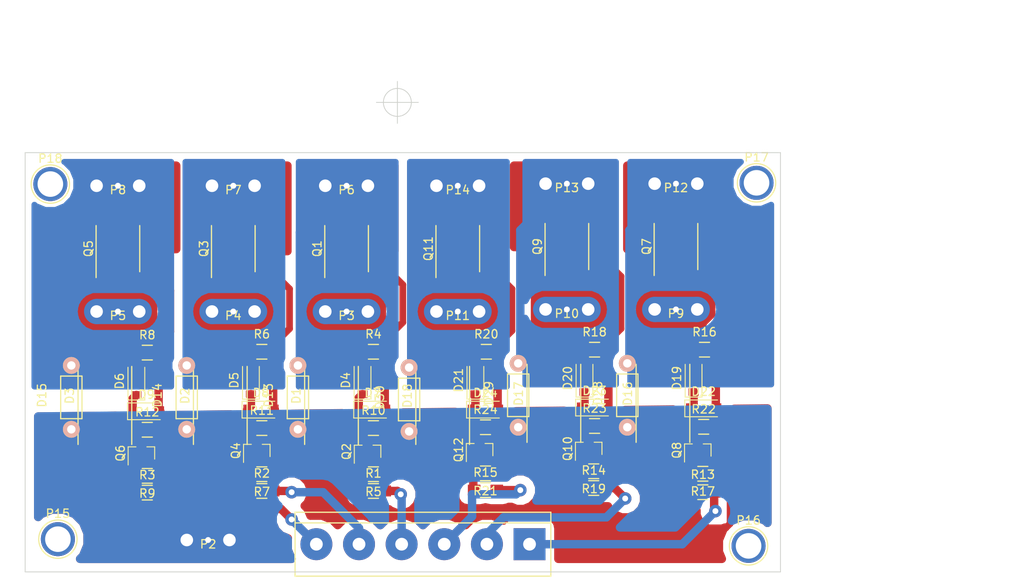
<source format=kicad_pcb>
(kicad_pcb (version 4) (host pcbnew 4.0.6)

  (general
    (links 170)
    (no_connects 0)
    (area 102 52.3 227.85 125.695)
    (thickness 1.6)
    (drawings 7)
    (tracks 373)
    (zones 0)
    (modules 78)
    (nets 44)
  )

  (page A4)
  (layers
    (0 F.Cu signal)
    (31 B.Cu signal)
    (32 B.Adhes user)
    (33 F.Adhes user)
    (34 B.Paste user hide)
    (35 F.Paste user)
    (36 B.SilkS user hide)
    (37 F.SilkS user hide)
    (38 B.Mask user)
    (39 F.Mask user)
    (40 Dwgs.User user)
    (41 Cmts.User user)
    (42 Eco1.User user)
    (43 Eco2.User user)
    (44 Edge.Cuts user)
    (45 Margin user)
    (46 B.CrtYd user)
    (47 F.CrtYd user)
    (48 B.Fab user)
    (49 F.Fab user)
  )

  (setup
    (last_trace_width 1)
    (trace_clearance 0.5)
    (zone_clearance 0.7)
    (zone_45_only no)
    (trace_min 0.2)
    (segment_width 0.2)
    (edge_width 0.1)
    (via_size 1.5)
    (via_drill 0.7)
    (via_min_size 0.4)
    (via_min_drill 0.3)
    (uvia_size 0.3)
    (uvia_drill 0.1)
    (uvias_allowed no)
    (uvia_min_size 0.2)
    (uvia_min_drill 0.1)
    (pcb_text_width 0.3)
    (pcb_text_size 1.5 1.5)
    (mod_edge_width 0.15)
    (mod_text_size 1 1)
    (mod_text_width 0.15)
    (pad_size 4.064 4.064)
    (pad_drill 3.048)
    (pad_to_mask_clearance 0)
    (aux_axis_origin 105.156 120.142)
    (visible_elements FFFFFF7F)
    (pcbplotparams
      (layerselection 0x00000_80000001)
      (usegerberextensions false)
      (excludeedgelayer true)
      (linewidth 0.100000)
      (plotframeref false)
      (viasonmask false)
      (mode 1)
      (useauxorigin true)
      (hpglpennumber 1)
      (hpglpenspeed 20)
      (hpglpendiameter 15)
      (hpglpenoverlay 2)
      (psnegative false)
      (psa4output false)
      (plotreference true)
      (plotvalue true)
      (plotinvisibletext false)
      (padsonsilk false)
      (subtractmaskfromsilk false)
      (outputformat 1)
      (mirror false)
      (drillshape 0)
      (scaleselection 1)
      (outputdirectory ""))
  )

  (net 0 "")
  (net 1 "Net-(D1-Pad2)")
  (net 2 GND)
  (net 3 "Net-(D2-Pad2)")
  (net 4 "Net-(D3-Pad2)")
  (net 5 "Net-(D4-Pad1)")
  (net 6 "Net-(D5-Pad1)")
  (net 7 "Net-(D6-Pad1)")
  (net 8 "Net-(D7-Pad2)")
  (net 9 "Net-(D8-Pad2)")
  (net 10 "Net-(D9-Pad2)")
  (net 11 "Net-(D16-Pad2)")
  (net 12 "Net-(D17-Pad2)")
  (net 13 "Net-(D18-Pad2)")
  (net 14 "Net-(D19-Pad1)")
  (net 15 "Net-(D20-Pad1)")
  (net 16 "Net-(D21-Pad1)")
  (net 17 "Net-(D22-Pad2)")
  (net 18 "Net-(D23-Pad2)")
  (net 19 "Net-(D24-Pad2)")
  (net 20 CH5_SWITCH)
  (net 21 CH4_SWITCH)
  (net 22 CH6_SWITCH)
  (net 23 CH3_SWITCH)
  (net 24 CH2_SWITCH)
  (net 25 CH1_SWITCH)
  (net 26 "Net-(Q2-Pad1)")
  (net 27 "Net-(Q2-Pad3)")
  (net 28 "Net-(Q4-Pad1)")
  (net 29 "Net-(Q4-Pad3)")
  (net 30 "Net-(Q6-Pad1)")
  (net 31 "Net-(Q6-Pad3)")
  (net 32 "Net-(Q8-Pad1)")
  (net 33 "Net-(Q8-Pad3)")
  (net 34 "Net-(Q10-Pad1)")
  (net 35 "Net-(Q10-Pad3)")
  (net 36 "Net-(Q12-Pad1)")
  (net 37 "Net-(Q12-Pad3)")
  (net 38 "Net-(D13-Pad2)")
  (net 39 "Net-(D14-Pad2)")
  (net 40 "Net-(D15-Pad2)")
  (net 41 "Net-(D28-Pad2)")
  (net 42 "Net-(D29-Pad2)")
  (net 43 "Net-(D30-Pad2)")

  (net_class Default "This is the default net class."
    (clearance 0.5)
    (trace_width 1)
    (via_dia 1.5)
    (via_drill 0.7)
    (uvia_dia 0.3)
    (uvia_drill 0.1)
    (add_net CH1_SWITCH)
    (add_net CH2_SWITCH)
    (add_net CH3_SWITCH)
    (add_net CH4_SWITCH)
    (add_net CH5_SWITCH)
    (add_net CH6_SWITCH)
    (add_net GND)
    (add_net "Net-(D1-Pad2)")
    (add_net "Net-(D13-Pad2)")
    (add_net "Net-(D14-Pad2)")
    (add_net "Net-(D15-Pad2)")
    (add_net "Net-(D16-Pad2)")
    (add_net "Net-(D17-Pad2)")
    (add_net "Net-(D18-Pad2)")
    (add_net "Net-(D19-Pad1)")
    (add_net "Net-(D2-Pad2)")
    (add_net "Net-(D20-Pad1)")
    (add_net "Net-(D21-Pad1)")
    (add_net "Net-(D22-Pad2)")
    (add_net "Net-(D23-Pad2)")
    (add_net "Net-(D24-Pad2)")
    (add_net "Net-(D28-Pad2)")
    (add_net "Net-(D29-Pad2)")
    (add_net "Net-(D3-Pad2)")
    (add_net "Net-(D30-Pad2)")
    (add_net "Net-(D4-Pad1)")
    (add_net "Net-(D5-Pad1)")
    (add_net "Net-(D6-Pad1)")
    (add_net "Net-(D7-Pad2)")
    (add_net "Net-(D8-Pad2)")
    (add_net "Net-(D9-Pad2)")
    (add_net "Net-(Q10-Pad1)")
    (add_net "Net-(Q10-Pad3)")
    (add_net "Net-(Q12-Pad1)")
    (add_net "Net-(Q12-Pad3)")
    (add_net "Net-(Q2-Pad1)")
    (add_net "Net-(Q2-Pad3)")
    (add_net "Net-(Q4-Pad1)")
    (add_net "Net-(Q4-Pad3)")
    (add_net "Net-(Q6-Pad1)")
    (add_net "Net-(Q6-Pad3)")
    (add_net "Net-(Q8-Pad1)")
    (add_net "Net-(Q8-Pad3)")
  )

  (module Diodes_SMD:DO-214AB_Handsoldering (layer F.Cu) (tedit 55429DAE) (tstamp 617169D8)
    (at 141.5 99 90)
    (descr "Jedec DO-214AB diode package. Designed according to Fairchild SS32 datasheet.")
    (tags "DO-214AB diode Handsoldering")
    (path /616BE6AA)
    (attr smd)
    (fp_text reference D1 (at 0 -4.2 90) (layer F.SilkS)
      (effects (font (size 1 1) (thickness 0.15)))
    )
    (fp_text value "SMBJ30CA-TR TSV" (at 0 4.6 90) (layer F.Fab)
      (effects (font (size 1 1) (thickness 0.15)))
    )
    (fp_line (start -6.15 -3.45) (end 6.15 -3.45) (layer F.CrtYd) (width 0.05))
    (fp_line (start 6.15 -3.45) (end 6.15 3.45) (layer F.CrtYd) (width 0.05))
    (fp_line (start 6.15 3.45) (end -6.15 3.45) (layer F.CrtYd) (width 0.05))
    (fp_line (start -6.15 3.45) (end -6.15 -3.45) (layer F.CrtYd) (width 0.05))
    (fp_line (start 3.5 3.2) (end -5.8 3.2) (layer F.SilkS) (width 0.15))
    (fp_line (start -5.8 -3.2) (end 3.5 -3.2) (layer F.SilkS) (width 0.15))
    (pad 2 smd rect (at 4.1 0 90) (size 3.6 3.2) (layers F.Cu F.Paste F.Mask)
      (net 1 "Net-(D1-Pad2)"))
    (pad 1 smd rect (at -4.1 0 90) (size 3.6 3.2) (layers F.Cu F.Paste F.Mask)
      (net 2 GND))
    (model Diodes_SMD.3dshapes/DO-214AB_Handsoldering.wrl
      (at (xyz 0 0 0))
      (scale (xyz 0.39 0.39 0.39))
      (rotate (xyz 0 0 180))
    )
  )

  (module Diodes_SMD:DO-214AB_Handsoldering (layer F.Cu) (tedit 55429DAE) (tstamp 617169E4)
    (at 128.25 99 90)
    (descr "Jedec DO-214AB diode package. Designed according to Fairchild SS32 datasheet.")
    (tags "DO-214AB diode Handsoldering")
    (path /616BE3E6)
    (attr smd)
    (fp_text reference D2 (at 0 -4.2 90) (layer F.SilkS)
      (effects (font (size 1 1) (thickness 0.15)))
    )
    (fp_text value "SMBJ30CA-TR TSV" (at 0 4.6 90) (layer F.Fab)
      (effects (font (size 1 1) (thickness 0.15)))
    )
    (fp_line (start -6.15 -3.45) (end 6.15 -3.45) (layer F.CrtYd) (width 0.05))
    (fp_line (start 6.15 -3.45) (end 6.15 3.45) (layer F.CrtYd) (width 0.05))
    (fp_line (start 6.15 3.45) (end -6.15 3.45) (layer F.CrtYd) (width 0.05))
    (fp_line (start -6.15 3.45) (end -6.15 -3.45) (layer F.CrtYd) (width 0.05))
    (fp_line (start 3.5 3.2) (end -5.8 3.2) (layer F.SilkS) (width 0.15))
    (fp_line (start -5.8 -3.2) (end 3.5 -3.2) (layer F.SilkS) (width 0.15))
    (pad 2 smd rect (at 4.1 0 90) (size 3.6 3.2) (layers F.Cu F.Paste F.Mask)
      (net 3 "Net-(D2-Pad2)"))
    (pad 1 smd rect (at -4.1 0 90) (size 3.6 3.2) (layers F.Cu F.Paste F.Mask)
      (net 2 GND))
    (model Diodes_SMD.3dshapes/DO-214AB_Handsoldering.wrl
      (at (xyz 0 0 0))
      (scale (xyz 0.39 0.39 0.39))
      (rotate (xyz 0 0 180))
    )
  )

  (module Diodes_SMD:DO-214AB_Handsoldering (layer F.Cu) (tedit 55429DAE) (tstamp 617169F0)
    (at 114.5 99 90)
    (descr "Jedec DO-214AB diode package. Designed according to Fairchild SS32 datasheet.")
    (tags "DO-214AB diode Handsoldering")
    (path /614AC272)
    (attr smd)
    (fp_text reference D3 (at 0 -4.2 90) (layer F.SilkS)
      (effects (font (size 1 1) (thickness 0.15)))
    )
    (fp_text value "SMBJ30CA-TR TSV" (at 0 4.6 90) (layer F.Fab)
      (effects (font (size 1 1) (thickness 0.15)))
    )
    (fp_line (start -6.15 -3.45) (end 6.15 -3.45) (layer F.CrtYd) (width 0.05))
    (fp_line (start 6.15 -3.45) (end 6.15 3.45) (layer F.CrtYd) (width 0.05))
    (fp_line (start 6.15 3.45) (end -6.15 3.45) (layer F.CrtYd) (width 0.05))
    (fp_line (start -6.15 3.45) (end -6.15 -3.45) (layer F.CrtYd) (width 0.05))
    (fp_line (start 3.5 3.2) (end -5.8 3.2) (layer F.SilkS) (width 0.15))
    (fp_line (start -5.8 -3.2) (end 3.5 -3.2) (layer F.SilkS) (width 0.15))
    (pad 2 smd rect (at 4.1 0 90) (size 3.6 3.2) (layers F.Cu F.Paste F.Mask)
      (net 4 "Net-(D3-Pad2)"))
    (pad 1 smd rect (at -4.1 0 90) (size 3.6 3.2) (layers F.Cu F.Paste F.Mask)
      (net 2 GND))
    (model Diodes_SMD.3dshapes/DO-214AB_Handsoldering.wrl
      (at (xyz 0 0 0))
      (scale (xyz 0.39 0.39 0.39))
      (rotate (xyz 0 0 180))
    )
  )

  (module Diodes_SMD:D_SOD-123 (layer F.Cu) (tedit 58645DC7) (tstamp 61716A08)
    (at 145.2 97.15 90)
    (descr SOD-123)
    (tags SOD-123)
    (path /616BE6BC)
    (attr smd)
    (fp_text reference D4 (at 0 -2 90) (layer F.SilkS)
      (effects (font (size 1 1) (thickness 0.15)))
    )
    (fp_text value ZENER (at 0 2.1 90) (layer F.Fab)
      (effects (font (size 1 1) (thickness 0.15)))
    )
    (fp_line (start -2.25 -1) (end -2.25 1) (layer F.SilkS) (width 0.12))
    (fp_line (start 0.25 0) (end 0.75 0) (layer F.Fab) (width 0.1))
    (fp_line (start 0.25 0.4) (end -0.35 0) (layer F.Fab) (width 0.1))
    (fp_line (start 0.25 -0.4) (end 0.25 0.4) (layer F.Fab) (width 0.1))
    (fp_line (start -0.35 0) (end 0.25 -0.4) (layer F.Fab) (width 0.1))
    (fp_line (start -0.35 0) (end -0.35 0.55) (layer F.Fab) (width 0.1))
    (fp_line (start -0.35 0) (end -0.35 -0.55) (layer F.Fab) (width 0.1))
    (fp_line (start -0.75 0) (end -0.35 0) (layer F.Fab) (width 0.1))
    (fp_line (start -1.4 0.9) (end -1.4 -0.9) (layer F.Fab) (width 0.1))
    (fp_line (start 1.4 0.9) (end -1.4 0.9) (layer F.Fab) (width 0.1))
    (fp_line (start 1.4 -0.9) (end 1.4 0.9) (layer F.Fab) (width 0.1))
    (fp_line (start -1.4 -0.9) (end 1.4 -0.9) (layer F.Fab) (width 0.1))
    (fp_line (start -2.35 -1.15) (end 2.35 -1.15) (layer F.CrtYd) (width 0.05))
    (fp_line (start 2.35 -1.15) (end 2.35 1.15) (layer F.CrtYd) (width 0.05))
    (fp_line (start 2.35 1.15) (end -2.35 1.15) (layer F.CrtYd) (width 0.05))
    (fp_line (start -2.35 -1.15) (end -2.35 1.15) (layer F.CrtYd) (width 0.05))
    (fp_line (start -2.25 1) (end 1.65 1) (layer F.SilkS) (width 0.12))
    (fp_line (start -2.25 -1) (end 1.65 -1) (layer F.SilkS) (width 0.12))
    (pad 1 smd rect (at -1.65 0 90) (size 0.9 1.2) (layers F.Cu F.Paste F.Mask)
      (net 5 "Net-(D4-Pad1)"))
    (pad 2 smd rect (at 1.65 0 90) (size 0.9 1.2) (layers F.Cu F.Paste F.Mask)
      (net 1 "Net-(D1-Pad2)"))
    (model ${KISYS3DMOD}/Diodes_SMD.3dshapes/D_SOD-123.wrl
      (at (xyz 0 0 0))
      (scale (xyz 1 1 1))
      (rotate (xyz 0 0 0))
    )
  )

  (module Diodes_SMD:D_SOD-123 (layer F.Cu) (tedit 58645DC7) (tstamp 61716A20)
    (at 131.9 97.15 90)
    (descr SOD-123)
    (tags SOD-123)
    (path /616BE3F8)
    (attr smd)
    (fp_text reference D5 (at 0 -2 90) (layer F.SilkS)
      (effects (font (size 1 1) (thickness 0.15)))
    )
    (fp_text value ZENER (at 0 2.1 90) (layer F.Fab)
      (effects (font (size 1 1) (thickness 0.15)))
    )
    (fp_line (start -2.25 -1) (end -2.25 1) (layer F.SilkS) (width 0.12))
    (fp_line (start 0.25 0) (end 0.75 0) (layer F.Fab) (width 0.1))
    (fp_line (start 0.25 0.4) (end -0.35 0) (layer F.Fab) (width 0.1))
    (fp_line (start 0.25 -0.4) (end 0.25 0.4) (layer F.Fab) (width 0.1))
    (fp_line (start -0.35 0) (end 0.25 -0.4) (layer F.Fab) (width 0.1))
    (fp_line (start -0.35 0) (end -0.35 0.55) (layer F.Fab) (width 0.1))
    (fp_line (start -0.35 0) (end -0.35 -0.55) (layer F.Fab) (width 0.1))
    (fp_line (start -0.75 0) (end -0.35 0) (layer F.Fab) (width 0.1))
    (fp_line (start -1.4 0.9) (end -1.4 -0.9) (layer F.Fab) (width 0.1))
    (fp_line (start 1.4 0.9) (end -1.4 0.9) (layer F.Fab) (width 0.1))
    (fp_line (start 1.4 -0.9) (end 1.4 0.9) (layer F.Fab) (width 0.1))
    (fp_line (start -1.4 -0.9) (end 1.4 -0.9) (layer F.Fab) (width 0.1))
    (fp_line (start -2.35 -1.15) (end 2.35 -1.15) (layer F.CrtYd) (width 0.05))
    (fp_line (start 2.35 -1.15) (end 2.35 1.15) (layer F.CrtYd) (width 0.05))
    (fp_line (start 2.35 1.15) (end -2.35 1.15) (layer F.CrtYd) (width 0.05))
    (fp_line (start -2.35 -1.15) (end -2.35 1.15) (layer F.CrtYd) (width 0.05))
    (fp_line (start -2.25 1) (end 1.65 1) (layer F.SilkS) (width 0.12))
    (fp_line (start -2.25 -1) (end 1.65 -1) (layer F.SilkS) (width 0.12))
    (pad 1 smd rect (at -1.65 0 90) (size 0.9 1.2) (layers F.Cu F.Paste F.Mask)
      (net 6 "Net-(D5-Pad1)"))
    (pad 2 smd rect (at 1.65 0 90) (size 0.9 1.2) (layers F.Cu F.Paste F.Mask)
      (net 3 "Net-(D2-Pad2)"))
    (model ${KISYS3DMOD}/Diodes_SMD.3dshapes/D_SOD-123.wrl
      (at (xyz 0 0 0))
      (scale (xyz 1 1 1))
      (rotate (xyz 0 0 0))
    )
  )

  (module Diodes_SMD:D_SOD-123 (layer F.Cu) (tedit 58645DC7) (tstamp 61716A38)
    (at 118.25 97.25 90)
    (descr SOD-123)
    (tags SOD-123)
    (path /614C8B11)
    (attr smd)
    (fp_text reference D6 (at 0 -2 90) (layer F.SilkS)
      (effects (font (size 1 1) (thickness 0.15)))
    )
    (fp_text value ZENER (at 0 2.1 90) (layer F.Fab)
      (effects (font (size 1 1) (thickness 0.15)))
    )
    (fp_line (start -2.25 -1) (end -2.25 1) (layer F.SilkS) (width 0.12))
    (fp_line (start 0.25 0) (end 0.75 0) (layer F.Fab) (width 0.1))
    (fp_line (start 0.25 0.4) (end -0.35 0) (layer F.Fab) (width 0.1))
    (fp_line (start 0.25 -0.4) (end 0.25 0.4) (layer F.Fab) (width 0.1))
    (fp_line (start -0.35 0) (end 0.25 -0.4) (layer F.Fab) (width 0.1))
    (fp_line (start -0.35 0) (end -0.35 0.55) (layer F.Fab) (width 0.1))
    (fp_line (start -0.35 0) (end -0.35 -0.55) (layer F.Fab) (width 0.1))
    (fp_line (start -0.75 0) (end -0.35 0) (layer F.Fab) (width 0.1))
    (fp_line (start -1.4 0.9) (end -1.4 -0.9) (layer F.Fab) (width 0.1))
    (fp_line (start 1.4 0.9) (end -1.4 0.9) (layer F.Fab) (width 0.1))
    (fp_line (start 1.4 -0.9) (end 1.4 0.9) (layer F.Fab) (width 0.1))
    (fp_line (start -1.4 -0.9) (end 1.4 -0.9) (layer F.Fab) (width 0.1))
    (fp_line (start -2.35 -1.15) (end 2.35 -1.15) (layer F.CrtYd) (width 0.05))
    (fp_line (start 2.35 -1.15) (end 2.35 1.15) (layer F.CrtYd) (width 0.05))
    (fp_line (start 2.35 1.15) (end -2.35 1.15) (layer F.CrtYd) (width 0.05))
    (fp_line (start -2.35 -1.15) (end -2.35 1.15) (layer F.CrtYd) (width 0.05))
    (fp_line (start -2.25 1) (end 1.65 1) (layer F.SilkS) (width 0.12))
    (fp_line (start -2.25 -1) (end 1.65 -1) (layer F.SilkS) (width 0.12))
    (pad 1 smd rect (at -1.65 0 90) (size 0.9 1.2) (layers F.Cu F.Paste F.Mask)
      (net 7 "Net-(D6-Pad1)"))
    (pad 2 smd rect (at 1.65 0 90) (size 0.9 1.2) (layers F.Cu F.Paste F.Mask)
      (net 4 "Net-(D3-Pad2)"))
    (model ${KISYS3DMOD}/Diodes_SMD.3dshapes/D_SOD-123.wrl
      (at (xyz 0 0 0))
      (scale (xyz 1 1 1))
      (rotate (xyz 0 0 0))
    )
  )

  (module Diodes_SMD:D_SOD-123 (layer F.Cu) (tedit 58645DC7) (tstamp 61716A50)
    (at 146.4 100.65)
    (descr SOD-123)
    (tags SOD-123)
    (path /616BE6DC)
    (attr smd)
    (fp_text reference D7 (at 0 -2) (layer F.SilkS)
      (effects (font (size 1 1) (thickness 0.15)))
    )
    (fp_text value 1N4001 (at 0 2.1) (layer F.Fab)
      (effects (font (size 1 1) (thickness 0.15)))
    )
    (fp_line (start -2.25 -1) (end -2.25 1) (layer F.SilkS) (width 0.12))
    (fp_line (start 0.25 0) (end 0.75 0) (layer F.Fab) (width 0.1))
    (fp_line (start 0.25 0.4) (end -0.35 0) (layer F.Fab) (width 0.1))
    (fp_line (start 0.25 -0.4) (end 0.25 0.4) (layer F.Fab) (width 0.1))
    (fp_line (start -0.35 0) (end 0.25 -0.4) (layer F.Fab) (width 0.1))
    (fp_line (start -0.35 0) (end -0.35 0.55) (layer F.Fab) (width 0.1))
    (fp_line (start -0.35 0) (end -0.35 -0.55) (layer F.Fab) (width 0.1))
    (fp_line (start -0.75 0) (end -0.35 0) (layer F.Fab) (width 0.1))
    (fp_line (start -1.4 0.9) (end -1.4 -0.9) (layer F.Fab) (width 0.1))
    (fp_line (start 1.4 0.9) (end -1.4 0.9) (layer F.Fab) (width 0.1))
    (fp_line (start 1.4 -0.9) (end 1.4 0.9) (layer F.Fab) (width 0.1))
    (fp_line (start -1.4 -0.9) (end 1.4 -0.9) (layer F.Fab) (width 0.1))
    (fp_line (start -2.35 -1.15) (end 2.35 -1.15) (layer F.CrtYd) (width 0.05))
    (fp_line (start 2.35 -1.15) (end 2.35 1.15) (layer F.CrtYd) (width 0.05))
    (fp_line (start 2.35 1.15) (end -2.35 1.15) (layer F.CrtYd) (width 0.05))
    (fp_line (start -2.35 -1.15) (end -2.35 1.15) (layer F.CrtYd) (width 0.05))
    (fp_line (start -2.25 1) (end 1.65 1) (layer F.SilkS) (width 0.12))
    (fp_line (start -2.25 -1) (end 1.65 -1) (layer F.SilkS) (width 0.12))
    (pad 1 smd rect (at -1.65 0) (size 0.9 1.2) (layers F.Cu F.Paste F.Mask)
      (net 5 "Net-(D4-Pad1)"))
    (pad 2 smd rect (at 1.65 0) (size 0.9 1.2) (layers F.Cu F.Paste F.Mask)
      (net 8 "Net-(D7-Pad2)"))
    (model ${KISYS3DMOD}/Diodes_SMD.3dshapes/D_SOD-123.wrl
      (at (xyz 0 0 0))
      (scale (xyz 1 1 1))
      (rotate (xyz 0 0 0))
    )
  )

  (module Diodes_SMD:D_SOD-123 (layer F.Cu) (tedit 58645DC7) (tstamp 61716A68)
    (at 133.1 100.65)
    (descr SOD-123)
    (tags SOD-123)
    (path /616BE418)
    (attr smd)
    (fp_text reference D8 (at 0 -2) (layer F.SilkS)
      (effects (font (size 1 1) (thickness 0.15)))
    )
    (fp_text value 1N4001 (at 0 2.1) (layer F.Fab)
      (effects (font (size 1 1) (thickness 0.15)))
    )
    (fp_line (start -2.25 -1) (end -2.25 1) (layer F.SilkS) (width 0.12))
    (fp_line (start 0.25 0) (end 0.75 0) (layer F.Fab) (width 0.1))
    (fp_line (start 0.25 0.4) (end -0.35 0) (layer F.Fab) (width 0.1))
    (fp_line (start 0.25 -0.4) (end 0.25 0.4) (layer F.Fab) (width 0.1))
    (fp_line (start -0.35 0) (end 0.25 -0.4) (layer F.Fab) (width 0.1))
    (fp_line (start -0.35 0) (end -0.35 0.55) (layer F.Fab) (width 0.1))
    (fp_line (start -0.35 0) (end -0.35 -0.55) (layer F.Fab) (width 0.1))
    (fp_line (start -0.75 0) (end -0.35 0) (layer F.Fab) (width 0.1))
    (fp_line (start -1.4 0.9) (end -1.4 -0.9) (layer F.Fab) (width 0.1))
    (fp_line (start 1.4 0.9) (end -1.4 0.9) (layer F.Fab) (width 0.1))
    (fp_line (start 1.4 -0.9) (end 1.4 0.9) (layer F.Fab) (width 0.1))
    (fp_line (start -1.4 -0.9) (end 1.4 -0.9) (layer F.Fab) (width 0.1))
    (fp_line (start -2.35 -1.15) (end 2.35 -1.15) (layer F.CrtYd) (width 0.05))
    (fp_line (start 2.35 -1.15) (end 2.35 1.15) (layer F.CrtYd) (width 0.05))
    (fp_line (start 2.35 1.15) (end -2.35 1.15) (layer F.CrtYd) (width 0.05))
    (fp_line (start -2.35 -1.15) (end -2.35 1.15) (layer F.CrtYd) (width 0.05))
    (fp_line (start -2.25 1) (end 1.65 1) (layer F.SilkS) (width 0.12))
    (fp_line (start -2.25 -1) (end 1.65 -1) (layer F.SilkS) (width 0.12))
    (pad 1 smd rect (at -1.65 0) (size 0.9 1.2) (layers F.Cu F.Paste F.Mask)
      (net 6 "Net-(D5-Pad1)"))
    (pad 2 smd rect (at 1.65 0) (size 0.9 1.2) (layers F.Cu F.Paste F.Mask)
      (net 9 "Net-(D8-Pad2)"))
    (model ${KISYS3DMOD}/Diodes_SMD.3dshapes/D_SOD-123.wrl
      (at (xyz 0 0 0))
      (scale (xyz 1 1 1))
      (rotate (xyz 0 0 0))
    )
  )

  (module Diodes_SMD:D_SOD-123 (layer F.Cu) (tedit 58645DC7) (tstamp 61716A80)
    (at 119.45 100.85)
    (descr SOD-123)
    (tags SOD-123)
    (path /61542952)
    (attr smd)
    (fp_text reference D9 (at 0 -2) (layer F.SilkS)
      (effects (font (size 1 1) (thickness 0.15)))
    )
    (fp_text value 1N4001 (at 0 2.1) (layer F.Fab)
      (effects (font (size 1 1) (thickness 0.15)))
    )
    (fp_line (start -2.25 -1) (end -2.25 1) (layer F.SilkS) (width 0.12))
    (fp_line (start 0.25 0) (end 0.75 0) (layer F.Fab) (width 0.1))
    (fp_line (start 0.25 0.4) (end -0.35 0) (layer F.Fab) (width 0.1))
    (fp_line (start 0.25 -0.4) (end 0.25 0.4) (layer F.Fab) (width 0.1))
    (fp_line (start -0.35 0) (end 0.25 -0.4) (layer F.Fab) (width 0.1))
    (fp_line (start -0.35 0) (end -0.35 0.55) (layer F.Fab) (width 0.1))
    (fp_line (start -0.35 0) (end -0.35 -0.55) (layer F.Fab) (width 0.1))
    (fp_line (start -0.75 0) (end -0.35 0) (layer F.Fab) (width 0.1))
    (fp_line (start -1.4 0.9) (end -1.4 -0.9) (layer F.Fab) (width 0.1))
    (fp_line (start 1.4 0.9) (end -1.4 0.9) (layer F.Fab) (width 0.1))
    (fp_line (start 1.4 -0.9) (end 1.4 0.9) (layer F.Fab) (width 0.1))
    (fp_line (start -1.4 -0.9) (end 1.4 -0.9) (layer F.Fab) (width 0.1))
    (fp_line (start -2.35 -1.15) (end 2.35 -1.15) (layer F.CrtYd) (width 0.05))
    (fp_line (start 2.35 -1.15) (end 2.35 1.15) (layer F.CrtYd) (width 0.05))
    (fp_line (start 2.35 1.15) (end -2.35 1.15) (layer F.CrtYd) (width 0.05))
    (fp_line (start -2.35 -1.15) (end -2.35 1.15) (layer F.CrtYd) (width 0.05))
    (fp_line (start -2.25 1) (end 1.65 1) (layer F.SilkS) (width 0.12))
    (fp_line (start -2.25 -1) (end 1.65 -1) (layer F.SilkS) (width 0.12))
    (pad 1 smd rect (at -1.65 0) (size 0.9 1.2) (layers F.Cu F.Paste F.Mask)
      (net 7 "Net-(D6-Pad1)"))
    (pad 2 smd rect (at 1.65 0) (size 0.9 1.2) (layers F.Cu F.Paste F.Mask)
      (net 10 "Net-(D9-Pad2)"))
    (model ${KISYS3DMOD}/Diodes_SMD.3dshapes/D_SOD-123.wrl
      (at (xyz 0 0 0))
      (scale (xyz 1 1 1))
      (rotate (xyz 0 0 0))
    )
  )

  (module Diodes_SMD:DO-214AB_Handsoldering (layer F.Cu) (tedit 55429DAE) (tstamp 61716B01)
    (at 181 98.75 90)
    (descr "Jedec DO-214AB diode package. Designed according to Fairchild SS32 datasheet.")
    (tags "DO-214AB diode Handsoldering")
    (path /616BEEB5)
    (attr smd)
    (fp_text reference D16 (at 0 -4.2 90) (layer F.SilkS)
      (effects (font (size 1 1) (thickness 0.15)))
    )
    (fp_text value "SMBJ30CA-TR TSV" (at 0 4.6 90) (layer F.Fab)
      (effects (font (size 1 1) (thickness 0.15)))
    )
    (fp_line (start -6.15 -3.45) (end 6.15 -3.45) (layer F.CrtYd) (width 0.05))
    (fp_line (start 6.15 -3.45) (end 6.15 3.45) (layer F.CrtYd) (width 0.05))
    (fp_line (start 6.15 3.45) (end -6.15 3.45) (layer F.CrtYd) (width 0.05))
    (fp_line (start -6.15 3.45) (end -6.15 -3.45) (layer F.CrtYd) (width 0.05))
    (fp_line (start 3.5 3.2) (end -5.8 3.2) (layer F.SilkS) (width 0.15))
    (fp_line (start -5.8 -3.2) (end 3.5 -3.2) (layer F.SilkS) (width 0.15))
    (pad 2 smd rect (at 4.1 0 90) (size 3.6 3.2) (layers F.Cu F.Paste F.Mask)
      (net 11 "Net-(D16-Pad2)"))
    (pad 1 smd rect (at -4.1 0 90) (size 3.6 3.2) (layers F.Cu F.Paste F.Mask)
      (net 2 GND))
    (model Diodes_SMD.3dshapes/DO-214AB_Handsoldering.wrl
      (at (xyz 0 0 0))
      (scale (xyz 0.39 0.39 0.39))
      (rotate (xyz 0 0 180))
    )
  )

  (module Diodes_SMD:DO-214AB_Handsoldering (layer F.Cu) (tedit 55429DAE) (tstamp 61716B0D)
    (at 168 98.75 90)
    (descr "Jedec DO-214AB diode package. Designed according to Fairchild SS32 datasheet.")
    (tags "DO-214AB diode Handsoldering")
    (path /616BEC4C)
    (attr smd)
    (fp_text reference D17 (at 0 -4.2 90) (layer F.SilkS)
      (effects (font (size 1 1) (thickness 0.15)))
    )
    (fp_text value "SMBJ30CA-TR TSV" (at 0 4.6 90) (layer F.Fab)
      (effects (font (size 1 1) (thickness 0.15)))
    )
    (fp_line (start -6.15 -3.45) (end 6.15 -3.45) (layer F.CrtYd) (width 0.05))
    (fp_line (start 6.15 -3.45) (end 6.15 3.45) (layer F.CrtYd) (width 0.05))
    (fp_line (start 6.15 3.45) (end -6.15 3.45) (layer F.CrtYd) (width 0.05))
    (fp_line (start -6.15 3.45) (end -6.15 -3.45) (layer F.CrtYd) (width 0.05))
    (fp_line (start 3.5 3.2) (end -5.8 3.2) (layer F.SilkS) (width 0.15))
    (fp_line (start -5.8 -3.2) (end 3.5 -3.2) (layer F.SilkS) (width 0.15))
    (pad 2 smd rect (at 4.1 0 90) (size 3.6 3.2) (layers F.Cu F.Paste F.Mask)
      (net 12 "Net-(D17-Pad2)"))
    (pad 1 smd rect (at -4.1 0 90) (size 3.6 3.2) (layers F.Cu F.Paste F.Mask)
      (net 2 GND))
    (model Diodes_SMD.3dshapes/DO-214AB_Handsoldering.wrl
      (at (xyz 0 0 0))
      (scale (xyz 0.39 0.39 0.39))
      (rotate (xyz 0 0 180))
    )
  )

  (module Diodes_SMD:DO-214AB_Handsoldering (layer F.Cu) (tedit 55429DAE) (tstamp 61716B19)
    (at 154.75 99 90)
    (descr "Jedec DO-214AB diode package. Designed according to Fairchild SS32 datasheet.")
    (tags "DO-214AB diode Handsoldering")
    (path /616BE988)
    (attr smd)
    (fp_text reference D18 (at 0 -4.2 90) (layer F.SilkS)
      (effects (font (size 1 1) (thickness 0.15)))
    )
    (fp_text value "SMBJ30CA-TR TSV" (at 0 4.6 90) (layer F.Fab)
      (effects (font (size 1 1) (thickness 0.15)))
    )
    (fp_line (start -6.15 -3.45) (end 6.15 -3.45) (layer F.CrtYd) (width 0.05))
    (fp_line (start 6.15 -3.45) (end 6.15 3.45) (layer F.CrtYd) (width 0.05))
    (fp_line (start 6.15 3.45) (end -6.15 3.45) (layer F.CrtYd) (width 0.05))
    (fp_line (start -6.15 3.45) (end -6.15 -3.45) (layer F.CrtYd) (width 0.05))
    (fp_line (start 3.5 3.2) (end -5.8 3.2) (layer F.SilkS) (width 0.15))
    (fp_line (start -5.8 -3.2) (end 3.5 -3.2) (layer F.SilkS) (width 0.15))
    (pad 2 smd rect (at 4.1 0 90) (size 3.6 3.2) (layers F.Cu F.Paste F.Mask)
      (net 13 "Net-(D18-Pad2)"))
    (pad 1 smd rect (at -4.1 0 90) (size 3.6 3.2) (layers F.Cu F.Paste F.Mask)
      (net 2 GND))
    (model Diodes_SMD.3dshapes/DO-214AB_Handsoldering.wrl
      (at (xyz 0 0 0))
      (scale (xyz 0.39 0.39 0.39))
      (rotate (xyz 0 0 180))
    )
  )

  (module Diodes_SMD:D_SOD-123 (layer F.Cu) (tedit 58645DC7) (tstamp 61716B31)
    (at 184.65 96.9 90)
    (descr SOD-123)
    (tags SOD-123)
    (path /616BEEC7)
    (attr smd)
    (fp_text reference D19 (at 0 -2 90) (layer F.SilkS)
      (effects (font (size 1 1) (thickness 0.15)))
    )
    (fp_text value ZENER (at 0 2.1 90) (layer F.Fab)
      (effects (font (size 1 1) (thickness 0.15)))
    )
    (fp_line (start -2.25 -1) (end -2.25 1) (layer F.SilkS) (width 0.12))
    (fp_line (start 0.25 0) (end 0.75 0) (layer F.Fab) (width 0.1))
    (fp_line (start 0.25 0.4) (end -0.35 0) (layer F.Fab) (width 0.1))
    (fp_line (start 0.25 -0.4) (end 0.25 0.4) (layer F.Fab) (width 0.1))
    (fp_line (start -0.35 0) (end 0.25 -0.4) (layer F.Fab) (width 0.1))
    (fp_line (start -0.35 0) (end -0.35 0.55) (layer F.Fab) (width 0.1))
    (fp_line (start -0.35 0) (end -0.35 -0.55) (layer F.Fab) (width 0.1))
    (fp_line (start -0.75 0) (end -0.35 0) (layer F.Fab) (width 0.1))
    (fp_line (start -1.4 0.9) (end -1.4 -0.9) (layer F.Fab) (width 0.1))
    (fp_line (start 1.4 0.9) (end -1.4 0.9) (layer F.Fab) (width 0.1))
    (fp_line (start 1.4 -0.9) (end 1.4 0.9) (layer F.Fab) (width 0.1))
    (fp_line (start -1.4 -0.9) (end 1.4 -0.9) (layer F.Fab) (width 0.1))
    (fp_line (start -2.35 -1.15) (end 2.35 -1.15) (layer F.CrtYd) (width 0.05))
    (fp_line (start 2.35 -1.15) (end 2.35 1.15) (layer F.CrtYd) (width 0.05))
    (fp_line (start 2.35 1.15) (end -2.35 1.15) (layer F.CrtYd) (width 0.05))
    (fp_line (start -2.35 -1.15) (end -2.35 1.15) (layer F.CrtYd) (width 0.05))
    (fp_line (start -2.25 1) (end 1.65 1) (layer F.SilkS) (width 0.12))
    (fp_line (start -2.25 -1) (end 1.65 -1) (layer F.SilkS) (width 0.12))
    (pad 1 smd rect (at -1.65 0 90) (size 0.9 1.2) (layers F.Cu F.Paste F.Mask)
      (net 14 "Net-(D19-Pad1)"))
    (pad 2 smd rect (at 1.65 0 90) (size 0.9 1.2) (layers F.Cu F.Paste F.Mask)
      (net 11 "Net-(D16-Pad2)"))
    (model ${KISYS3DMOD}/Diodes_SMD.3dshapes/D_SOD-123.wrl
      (at (xyz 0 0 0))
      (scale (xyz 1 1 1))
      (rotate (xyz 0 0 0))
    )
  )

  (module Diodes_SMD:D_SOD-123 (layer F.Cu) (tedit 58645DC7) (tstamp 61716B49)
    (at 171.65 96.9 90)
    (descr SOD-123)
    (tags SOD-123)
    (path /616BEC5E)
    (attr smd)
    (fp_text reference D20 (at 0 -2 90) (layer F.SilkS)
      (effects (font (size 1 1) (thickness 0.15)))
    )
    (fp_text value ZENER (at 0 2.1 90) (layer F.Fab)
      (effects (font (size 1 1) (thickness 0.15)))
    )
    (fp_line (start -2.25 -1) (end -2.25 1) (layer F.SilkS) (width 0.12))
    (fp_line (start 0.25 0) (end 0.75 0) (layer F.Fab) (width 0.1))
    (fp_line (start 0.25 0.4) (end -0.35 0) (layer F.Fab) (width 0.1))
    (fp_line (start 0.25 -0.4) (end 0.25 0.4) (layer F.Fab) (width 0.1))
    (fp_line (start -0.35 0) (end 0.25 -0.4) (layer F.Fab) (width 0.1))
    (fp_line (start -0.35 0) (end -0.35 0.55) (layer F.Fab) (width 0.1))
    (fp_line (start -0.35 0) (end -0.35 -0.55) (layer F.Fab) (width 0.1))
    (fp_line (start -0.75 0) (end -0.35 0) (layer F.Fab) (width 0.1))
    (fp_line (start -1.4 0.9) (end -1.4 -0.9) (layer F.Fab) (width 0.1))
    (fp_line (start 1.4 0.9) (end -1.4 0.9) (layer F.Fab) (width 0.1))
    (fp_line (start 1.4 -0.9) (end 1.4 0.9) (layer F.Fab) (width 0.1))
    (fp_line (start -1.4 -0.9) (end 1.4 -0.9) (layer F.Fab) (width 0.1))
    (fp_line (start -2.35 -1.15) (end 2.35 -1.15) (layer F.CrtYd) (width 0.05))
    (fp_line (start 2.35 -1.15) (end 2.35 1.15) (layer F.CrtYd) (width 0.05))
    (fp_line (start 2.35 1.15) (end -2.35 1.15) (layer F.CrtYd) (width 0.05))
    (fp_line (start -2.35 -1.15) (end -2.35 1.15) (layer F.CrtYd) (width 0.05))
    (fp_line (start -2.25 1) (end 1.65 1) (layer F.SilkS) (width 0.12))
    (fp_line (start -2.25 -1) (end 1.65 -1) (layer F.SilkS) (width 0.12))
    (pad 1 smd rect (at -1.65 0 90) (size 0.9 1.2) (layers F.Cu F.Paste F.Mask)
      (net 15 "Net-(D20-Pad1)"))
    (pad 2 smd rect (at 1.65 0 90) (size 0.9 1.2) (layers F.Cu F.Paste F.Mask)
      (net 12 "Net-(D17-Pad2)"))
    (model ${KISYS3DMOD}/Diodes_SMD.3dshapes/D_SOD-123.wrl
      (at (xyz 0 0 0))
      (scale (xyz 1 1 1))
      (rotate (xyz 0 0 0))
    )
  )

  (module Diodes_SMD:D_SOD-123 (layer F.Cu) (tedit 58645DC7) (tstamp 61716B61)
    (at 158.65 97.15 90)
    (descr SOD-123)
    (tags SOD-123)
    (path /616BE99A)
    (attr smd)
    (fp_text reference D21 (at 0 -2 90) (layer F.SilkS)
      (effects (font (size 1 1) (thickness 0.15)))
    )
    (fp_text value ZENER (at 0 2.1 90) (layer F.Fab)
      (effects (font (size 1 1) (thickness 0.15)))
    )
    (fp_line (start -2.25 -1) (end -2.25 1) (layer F.SilkS) (width 0.12))
    (fp_line (start 0.25 0) (end 0.75 0) (layer F.Fab) (width 0.1))
    (fp_line (start 0.25 0.4) (end -0.35 0) (layer F.Fab) (width 0.1))
    (fp_line (start 0.25 -0.4) (end 0.25 0.4) (layer F.Fab) (width 0.1))
    (fp_line (start -0.35 0) (end 0.25 -0.4) (layer F.Fab) (width 0.1))
    (fp_line (start -0.35 0) (end -0.35 0.55) (layer F.Fab) (width 0.1))
    (fp_line (start -0.35 0) (end -0.35 -0.55) (layer F.Fab) (width 0.1))
    (fp_line (start -0.75 0) (end -0.35 0) (layer F.Fab) (width 0.1))
    (fp_line (start -1.4 0.9) (end -1.4 -0.9) (layer F.Fab) (width 0.1))
    (fp_line (start 1.4 0.9) (end -1.4 0.9) (layer F.Fab) (width 0.1))
    (fp_line (start 1.4 -0.9) (end 1.4 0.9) (layer F.Fab) (width 0.1))
    (fp_line (start -1.4 -0.9) (end 1.4 -0.9) (layer F.Fab) (width 0.1))
    (fp_line (start -2.35 -1.15) (end 2.35 -1.15) (layer F.CrtYd) (width 0.05))
    (fp_line (start 2.35 -1.15) (end 2.35 1.15) (layer F.CrtYd) (width 0.05))
    (fp_line (start 2.35 1.15) (end -2.35 1.15) (layer F.CrtYd) (width 0.05))
    (fp_line (start -2.35 -1.15) (end -2.35 1.15) (layer F.CrtYd) (width 0.05))
    (fp_line (start -2.25 1) (end 1.65 1) (layer F.SilkS) (width 0.12))
    (fp_line (start -2.25 -1) (end 1.65 -1) (layer F.SilkS) (width 0.12))
    (pad 1 smd rect (at -1.65 0 90) (size 0.9 1.2) (layers F.Cu F.Paste F.Mask)
      (net 16 "Net-(D21-Pad1)"))
    (pad 2 smd rect (at 1.65 0 90) (size 0.9 1.2) (layers F.Cu F.Paste F.Mask)
      (net 13 "Net-(D18-Pad2)"))
    (model ${KISYS3DMOD}/Diodes_SMD.3dshapes/D_SOD-123.wrl
      (at (xyz 0 0 0))
      (scale (xyz 1 1 1))
      (rotate (xyz 0 0 0))
    )
  )

  (module Diodes_SMD:D_SOD-123 (layer F.Cu) (tedit 58645DC7) (tstamp 61716B79)
    (at 185.85 100.5)
    (descr SOD-123)
    (tags SOD-123)
    (path /616BEEE7)
    (attr smd)
    (fp_text reference D22 (at 0 -2) (layer F.SilkS)
      (effects (font (size 1 1) (thickness 0.15)))
    )
    (fp_text value 1N4001 (at 0 2.1) (layer F.Fab)
      (effects (font (size 1 1) (thickness 0.15)))
    )
    (fp_line (start -2.25 -1) (end -2.25 1) (layer F.SilkS) (width 0.12))
    (fp_line (start 0.25 0) (end 0.75 0) (layer F.Fab) (width 0.1))
    (fp_line (start 0.25 0.4) (end -0.35 0) (layer F.Fab) (width 0.1))
    (fp_line (start 0.25 -0.4) (end 0.25 0.4) (layer F.Fab) (width 0.1))
    (fp_line (start -0.35 0) (end 0.25 -0.4) (layer F.Fab) (width 0.1))
    (fp_line (start -0.35 0) (end -0.35 0.55) (layer F.Fab) (width 0.1))
    (fp_line (start -0.35 0) (end -0.35 -0.55) (layer F.Fab) (width 0.1))
    (fp_line (start -0.75 0) (end -0.35 0) (layer F.Fab) (width 0.1))
    (fp_line (start -1.4 0.9) (end -1.4 -0.9) (layer F.Fab) (width 0.1))
    (fp_line (start 1.4 0.9) (end -1.4 0.9) (layer F.Fab) (width 0.1))
    (fp_line (start 1.4 -0.9) (end 1.4 0.9) (layer F.Fab) (width 0.1))
    (fp_line (start -1.4 -0.9) (end 1.4 -0.9) (layer F.Fab) (width 0.1))
    (fp_line (start -2.35 -1.15) (end 2.35 -1.15) (layer F.CrtYd) (width 0.05))
    (fp_line (start 2.35 -1.15) (end 2.35 1.15) (layer F.CrtYd) (width 0.05))
    (fp_line (start 2.35 1.15) (end -2.35 1.15) (layer F.CrtYd) (width 0.05))
    (fp_line (start -2.35 -1.15) (end -2.35 1.15) (layer F.CrtYd) (width 0.05))
    (fp_line (start -2.25 1) (end 1.65 1) (layer F.SilkS) (width 0.12))
    (fp_line (start -2.25 -1) (end 1.65 -1) (layer F.SilkS) (width 0.12))
    (pad 1 smd rect (at -1.65 0) (size 0.9 1.2) (layers F.Cu F.Paste F.Mask)
      (net 14 "Net-(D19-Pad1)"))
    (pad 2 smd rect (at 1.65 0) (size 0.9 1.2) (layers F.Cu F.Paste F.Mask)
      (net 17 "Net-(D22-Pad2)"))
    (model ${KISYS3DMOD}/Diodes_SMD.3dshapes/D_SOD-123.wrl
      (at (xyz 0 0 0))
      (scale (xyz 1 1 1))
      (rotate (xyz 0 0 0))
    )
  )

  (module Diodes_SMD:D_SOD-123 (layer F.Cu) (tedit 58645DC7) (tstamp 61716B91)
    (at 172.85 100.4)
    (descr SOD-123)
    (tags SOD-123)
    (path /616BEC7E)
    (attr smd)
    (fp_text reference D23 (at 0 -2) (layer F.SilkS)
      (effects (font (size 1 1) (thickness 0.15)))
    )
    (fp_text value 1N4001 (at 0 2.1) (layer F.Fab)
      (effects (font (size 1 1) (thickness 0.15)))
    )
    (fp_line (start -2.25 -1) (end -2.25 1) (layer F.SilkS) (width 0.12))
    (fp_line (start 0.25 0) (end 0.75 0) (layer F.Fab) (width 0.1))
    (fp_line (start 0.25 0.4) (end -0.35 0) (layer F.Fab) (width 0.1))
    (fp_line (start 0.25 -0.4) (end 0.25 0.4) (layer F.Fab) (width 0.1))
    (fp_line (start -0.35 0) (end 0.25 -0.4) (layer F.Fab) (width 0.1))
    (fp_line (start -0.35 0) (end -0.35 0.55) (layer F.Fab) (width 0.1))
    (fp_line (start -0.35 0) (end -0.35 -0.55) (layer F.Fab) (width 0.1))
    (fp_line (start -0.75 0) (end -0.35 0) (layer F.Fab) (width 0.1))
    (fp_line (start -1.4 0.9) (end -1.4 -0.9) (layer F.Fab) (width 0.1))
    (fp_line (start 1.4 0.9) (end -1.4 0.9) (layer F.Fab) (width 0.1))
    (fp_line (start 1.4 -0.9) (end 1.4 0.9) (layer F.Fab) (width 0.1))
    (fp_line (start -1.4 -0.9) (end 1.4 -0.9) (layer F.Fab) (width 0.1))
    (fp_line (start -2.35 -1.15) (end 2.35 -1.15) (layer F.CrtYd) (width 0.05))
    (fp_line (start 2.35 -1.15) (end 2.35 1.15) (layer F.CrtYd) (width 0.05))
    (fp_line (start 2.35 1.15) (end -2.35 1.15) (layer F.CrtYd) (width 0.05))
    (fp_line (start -2.35 -1.15) (end -2.35 1.15) (layer F.CrtYd) (width 0.05))
    (fp_line (start -2.25 1) (end 1.65 1) (layer F.SilkS) (width 0.12))
    (fp_line (start -2.25 -1) (end 1.65 -1) (layer F.SilkS) (width 0.12))
    (pad 1 smd rect (at -1.65 0) (size 0.9 1.2) (layers F.Cu F.Paste F.Mask)
      (net 15 "Net-(D20-Pad1)"))
    (pad 2 smd rect (at 1.65 0) (size 0.9 1.2) (layers F.Cu F.Paste F.Mask)
      (net 18 "Net-(D23-Pad2)"))
    (model ${KISYS3DMOD}/Diodes_SMD.3dshapes/D_SOD-123.wrl
      (at (xyz 0 0 0))
      (scale (xyz 1 1 1))
      (rotate (xyz 0 0 0))
    )
  )

  (module Diodes_SMD:D_SOD-123 (layer F.Cu) (tedit 58645DC7) (tstamp 61716BA9)
    (at 159.85 100.65)
    (descr SOD-123)
    (tags SOD-123)
    (path /616BE9BA)
    (attr smd)
    (fp_text reference D24 (at 0 -2) (layer F.SilkS)
      (effects (font (size 1 1) (thickness 0.15)))
    )
    (fp_text value 1N4001 (at 0 2.1) (layer F.Fab)
      (effects (font (size 1 1) (thickness 0.15)))
    )
    (fp_line (start -2.25 -1) (end -2.25 1) (layer F.SilkS) (width 0.12))
    (fp_line (start 0.25 0) (end 0.75 0) (layer F.Fab) (width 0.1))
    (fp_line (start 0.25 0.4) (end -0.35 0) (layer F.Fab) (width 0.1))
    (fp_line (start 0.25 -0.4) (end 0.25 0.4) (layer F.Fab) (width 0.1))
    (fp_line (start -0.35 0) (end 0.25 -0.4) (layer F.Fab) (width 0.1))
    (fp_line (start -0.35 0) (end -0.35 0.55) (layer F.Fab) (width 0.1))
    (fp_line (start -0.35 0) (end -0.35 -0.55) (layer F.Fab) (width 0.1))
    (fp_line (start -0.75 0) (end -0.35 0) (layer F.Fab) (width 0.1))
    (fp_line (start -1.4 0.9) (end -1.4 -0.9) (layer F.Fab) (width 0.1))
    (fp_line (start 1.4 0.9) (end -1.4 0.9) (layer F.Fab) (width 0.1))
    (fp_line (start 1.4 -0.9) (end 1.4 0.9) (layer F.Fab) (width 0.1))
    (fp_line (start -1.4 -0.9) (end 1.4 -0.9) (layer F.Fab) (width 0.1))
    (fp_line (start -2.35 -1.15) (end 2.35 -1.15) (layer F.CrtYd) (width 0.05))
    (fp_line (start 2.35 -1.15) (end 2.35 1.15) (layer F.CrtYd) (width 0.05))
    (fp_line (start 2.35 1.15) (end -2.35 1.15) (layer F.CrtYd) (width 0.05))
    (fp_line (start -2.35 -1.15) (end -2.35 1.15) (layer F.CrtYd) (width 0.05))
    (fp_line (start -2.25 1) (end 1.65 1) (layer F.SilkS) (width 0.12))
    (fp_line (start -2.25 -1) (end 1.65 -1) (layer F.SilkS) (width 0.12))
    (pad 1 smd rect (at -1.65 0) (size 0.9 1.2) (layers F.Cu F.Paste F.Mask)
      (net 16 "Net-(D21-Pad1)"))
    (pad 2 smd rect (at 1.65 0) (size 0.9 1.2) (layers F.Cu F.Paste F.Mask)
      (net 19 "Net-(D24-Pad2)"))
    (model ${KISYS3DMOD}/Diodes_SMD.3dshapes/D_SOD-123.wrl
      (at (xyz 0 0 0))
      (scale (xyz 1 1 1))
      (rotate (xyz 0 0 0))
    )
  )

  (module Connect:bornier6 (layer F.Cu) (tedit 0) (tstamp 61716C2D)
    (at 152.4 116.7 180)
    (descr "Bornier d'alimentation 4 pins")
    (tags DEV)
    (path /6130098F)
    (fp_text reference P1 (at 1.27 -7.62 180) (layer F.SilkS)
      (effects (font (size 1 1) (thickness 0.15)))
    )
    (fp_text value ToSwitches (at 0 7.62 180) (layer F.Fab)
      (effects (font (size 1 1) (thickness 0.15)))
    )
    (fp_line (start -15.24 -3.81) (end -15.24 3.81) (layer F.SilkS) (width 0.15))
    (fp_line (start 15.24 3.81) (end 15.24 -3.81) (layer F.SilkS) (width 0.15))
    (fp_line (start -15.24 2.54) (end 15.24 2.54) (layer F.SilkS) (width 0.15))
    (fp_line (start -15.24 -3.81) (end 15.24 -3.81) (layer F.SilkS) (width 0.15))
    (fp_line (start -15.24 3.81) (end 15.24 3.81) (layer F.SilkS) (width 0.15))
    (pad 2 thru_hole circle (at -7.62 0 180) (size 3.81 3.81) (drill 1.524) (layers *.Cu *.Mask)
      (net 20 CH5_SWITCH))
    (pad 3 thru_hole circle (at -2.54 0 180) (size 3.81 3.81) (drill 1.524) (layers *.Cu *.Mask)
      (net 21 CH4_SWITCH))
    (pad 1 thru_hole rect (at -12.7 0 180) (size 3.81 3.81) (drill 1.524) (layers *.Cu *.Mask)
      (net 22 CH6_SWITCH))
    (pad 4 thru_hole circle (at 2.54 0 180) (size 3.81 3.81) (drill 1.524) (layers *.Cu *.Mask)
      (net 23 CH3_SWITCH))
    (pad 5 thru_hole circle (at 7.62 0 180) (size 3.81 3.81) (drill 1.524) (layers *.Cu *.Mask)
      (net 24 CH2_SWITCH))
    (pad 6 thru_hole circle (at 12.7 0 180) (size 3.81 3.81) (drill 1.524) (layers *.Cu *.Mask)
      (net 25 CH1_SWITCH))
    (model Connect.3dshapes/bornier6.wrl
      (at (xyz 0 0 0))
      (scale (xyz 1 1 1))
      (rotate (xyz 0 0 0))
    )
  )

  (module Divers:CrimpBlade (layer F.Cu) (tedit 61236080) (tstamp 61716C34)
    (at 126.8 116.2)
    (path /616BD655)
    (fp_text reference P2 (at 0 0.5) (layer F.SilkS)
      (effects (font (size 1 1) (thickness 0.15)))
    )
    (fp_text value 0v (at 0 2.032) (layer F.Fab)
      (effects (font (size 1 1) (thickness 0.15)))
    )
    (pad 1 thru_hole oval (at 0 0) (size 8 3) (drill 0.7) (layers *.Cu *.Mask)
      (net 2 GND))
    (pad 1 thru_hole circle (at -2.54 0) (size 3 3) (drill 1.5) (layers *.Cu *.Mask)
      (net 2 GND))
    (pad 1 thru_hole circle (at 2.54 0) (size 3 3) (drill 1.5) (layers *.Cu *.Mask)
      (net 2 GND))
  )

  (module Divers:CrimpBlade (layer F.Cu) (tedit 61236080) (tstamp 61716C3B)
    (at 143.3 88.95)
    (path /616BE6E3)
    (fp_text reference P3 (at 0 0.5) (layer F.SilkS)
      (effects (font (size 1 1) (thickness 0.15)))
    )
    (fp_text value CH3In (at 0 2.032) (layer F.Fab)
      (effects (font (size 1 1) (thickness 0.15)))
    )
    (pad 1 thru_hole oval (at 0 0) (size 8 3) (drill 0.7) (layers *.Cu *.Mask)
      (net 1 "Net-(D1-Pad2)"))
    (pad 1 thru_hole circle (at -2.54 0) (size 3 3) (drill 1.5) (layers *.Cu *.Mask)
      (net 1 "Net-(D1-Pad2)"))
    (pad 1 thru_hole circle (at 2.54 0) (size 3 3) (drill 1.5) (layers *.Cu *.Mask)
      (net 1 "Net-(D1-Pad2)"))
  )

  (module Divers:CrimpBlade (layer F.Cu) (tedit 61236080) (tstamp 61716C42)
    (at 129.8 88.95)
    (path /616BE41F)
    (fp_text reference P4 (at 0 0.5) (layer F.SilkS)
      (effects (font (size 1 1) (thickness 0.15)))
    )
    (fp_text value CH2In (at 0 2.032) (layer F.Fab)
      (effects (font (size 1 1) (thickness 0.15)))
    )
    (pad 1 thru_hole oval (at 0 0) (size 8 3) (drill 0.7) (layers *.Cu *.Mask)
      (net 3 "Net-(D2-Pad2)"))
    (pad 1 thru_hole circle (at -2.54 0) (size 3 3) (drill 1.5) (layers *.Cu *.Mask)
      (net 3 "Net-(D2-Pad2)"))
    (pad 1 thru_hole circle (at 2.54 0) (size 3 3) (drill 1.5) (layers *.Cu *.Mask)
      (net 3 "Net-(D2-Pad2)"))
  )

  (module Divers:CrimpBlade (layer F.Cu) (tedit 61236080) (tstamp 61716C49)
    (at 116.05 88.95)
    (path /616AF86C)
    (fp_text reference P5 (at 0 0.5) (layer F.SilkS)
      (effects (font (size 1 1) (thickness 0.15)))
    )
    (fp_text value CH1In (at 0 2.032) (layer F.Fab)
      (effects (font (size 1 1) (thickness 0.15)))
    )
    (pad 1 thru_hole oval (at 0 0) (size 8 3) (drill 0.7) (layers *.Cu *.Mask)
      (net 4 "Net-(D3-Pad2)"))
    (pad 1 thru_hole circle (at -2.54 0) (size 3 3) (drill 1.5) (layers *.Cu *.Mask)
      (net 4 "Net-(D3-Pad2)"))
    (pad 1 thru_hole circle (at 2.54 0) (size 3 3) (drill 1.5) (layers *.Cu *.Mask)
      (net 4 "Net-(D3-Pad2)"))
  )

  (module Divers:CrimpBlade (layer F.Cu) (tedit 61236080) (tstamp 61716C50)
    (at 143.3 73.95)
    (path /616BE69E)
    (fp_text reference P6 (at 0 0.5) (layer F.SilkS)
      (effects (font (size 1 1) (thickness 0.15)))
    )
    (fp_text value Ch3Out (at 0 2.032) (layer F.Fab)
      (effects (font (size 1 1) (thickness 0.15)))
    )
    (pad 1 thru_hole oval (at 0 0) (size 8 3) (drill 0.7) (layers *.Cu *.Mask)
      (net 38 "Net-(D13-Pad2)"))
    (pad 1 thru_hole circle (at -2.54 0) (size 3 3) (drill 1.5) (layers *.Cu *.Mask)
      (net 38 "Net-(D13-Pad2)"))
    (pad 1 thru_hole circle (at 2.54 0) (size 3 3) (drill 1.5) (layers *.Cu *.Mask)
      (net 38 "Net-(D13-Pad2)"))
  )

  (module Divers:CrimpBlade (layer F.Cu) (tedit 61236080) (tstamp 61716C57)
    (at 129.8 73.95)
    (path /616BE3DA)
    (fp_text reference P7 (at 0 0.5) (layer F.SilkS)
      (effects (font (size 1 1) (thickness 0.15)))
    )
    (fp_text value Ch2Out (at 0 2.032) (layer F.Fab)
      (effects (font (size 1 1) (thickness 0.15)))
    )
    (pad 1 thru_hole oval (at 0 0) (size 8 3) (drill 0.7) (layers *.Cu *.Mask)
      (net 39 "Net-(D14-Pad2)"))
    (pad 1 thru_hole circle (at -2.54 0) (size 3 3) (drill 1.5) (layers *.Cu *.Mask)
      (net 39 "Net-(D14-Pad2)"))
    (pad 1 thru_hole circle (at 2.54 0) (size 3 3) (drill 1.5) (layers *.Cu *.Mask)
      (net 39 "Net-(D14-Pad2)"))
  )

  (module Divers:CrimpBlade (layer F.Cu) (tedit 61236080) (tstamp 61716C5E)
    (at 116.05 73.95)
    (path /612FFA23)
    (fp_text reference P8 (at 0 0.5) (layer F.SilkS)
      (effects (font (size 1 1) (thickness 0.15)))
    )
    (fp_text value Ch1Out (at 0 2.032) (layer F.Fab)
      (effects (font (size 1 1) (thickness 0.15)))
    )
    (pad 1 thru_hole oval (at 0 0) (size 8 3) (drill 0.7) (layers *.Cu *.Mask)
      (net 40 "Net-(D15-Pad2)"))
    (pad 1 thru_hole circle (at -2.54 0) (size 3 3) (drill 1.5) (layers *.Cu *.Mask)
      (net 40 "Net-(D15-Pad2)"))
    (pad 1 thru_hole circle (at 2.54 0) (size 3 3) (drill 1.5) (layers *.Cu *.Mask)
      (net 40 "Net-(D15-Pad2)"))
  )

  (module Divers:CrimpBlade (layer F.Cu) (tedit 61236080) (tstamp 61716C65)
    (at 182.55 88.7)
    (path /616BEEEE)
    (fp_text reference P9 (at 0 0.5) (layer F.SilkS)
      (effects (font (size 1 1) (thickness 0.15)))
    )
    (fp_text value CH6In (at 0 2.032) (layer F.Fab)
      (effects (font (size 1 1) (thickness 0.15)))
    )
    (pad 1 thru_hole oval (at 0 0) (size 8 3) (drill 0.7) (layers *.Cu *.Mask)
      (net 11 "Net-(D16-Pad2)"))
    (pad 1 thru_hole circle (at -2.54 0) (size 3 3) (drill 1.5) (layers *.Cu *.Mask)
      (net 11 "Net-(D16-Pad2)"))
    (pad 1 thru_hole circle (at 2.54 0) (size 3 3) (drill 1.5) (layers *.Cu *.Mask)
      (net 11 "Net-(D16-Pad2)"))
  )

  (module Divers:CrimpBlade (layer F.Cu) (tedit 61236080) (tstamp 61716C6C)
    (at 169.55 88.7)
    (path /616BEC85)
    (fp_text reference P10 (at 0 0.5) (layer F.SilkS)
      (effects (font (size 1 1) (thickness 0.15)))
    )
    (fp_text value CH5In (at 0 2.032) (layer F.Fab)
      (effects (font (size 1 1) (thickness 0.15)))
    )
    (pad 1 thru_hole oval (at 0 0) (size 8 3) (drill 0.7) (layers *.Cu *.Mask)
      (net 12 "Net-(D17-Pad2)"))
    (pad 1 thru_hole circle (at -2.54 0) (size 3 3) (drill 1.5) (layers *.Cu *.Mask)
      (net 12 "Net-(D17-Pad2)"))
    (pad 1 thru_hole circle (at 2.54 0) (size 3 3) (drill 1.5) (layers *.Cu *.Mask)
      (net 12 "Net-(D17-Pad2)"))
  )

  (module Divers:CrimpBlade (layer F.Cu) (tedit 61236080) (tstamp 61716C73)
    (at 156.55 88.95)
    (path /616BE9C1)
    (fp_text reference P11 (at 0 0.5) (layer F.SilkS)
      (effects (font (size 1 1) (thickness 0.15)))
    )
    (fp_text value CH4In (at 0 2.032) (layer F.Fab)
      (effects (font (size 1 1) (thickness 0.15)))
    )
    (pad 1 thru_hole oval (at 0 0) (size 8 3) (drill 0.7) (layers *.Cu *.Mask)
      (net 13 "Net-(D18-Pad2)"))
    (pad 1 thru_hole circle (at -2.54 0) (size 3 3) (drill 1.5) (layers *.Cu *.Mask)
      (net 13 "Net-(D18-Pad2)"))
    (pad 1 thru_hole circle (at 2.54 0) (size 3 3) (drill 1.5) (layers *.Cu *.Mask)
      (net 13 "Net-(D18-Pad2)"))
  )

  (module Divers:CrimpBlade (layer F.Cu) (tedit 61236080) (tstamp 61716C7A)
    (at 182.55 73.7)
    (path /616BEEA9)
    (fp_text reference P12 (at 0 0.5) (layer F.SilkS)
      (effects (font (size 1 1) (thickness 0.15)))
    )
    (fp_text value Ch6Out (at 0 2.032) (layer F.Fab)
      (effects (font (size 1 1) (thickness 0.15)))
    )
    (pad 1 thru_hole oval (at 0 0) (size 8 3) (drill 0.7) (layers *.Cu *.Mask)
      (net 41 "Net-(D28-Pad2)"))
    (pad 1 thru_hole circle (at -2.54 0) (size 3 3) (drill 1.5) (layers *.Cu *.Mask)
      (net 41 "Net-(D28-Pad2)"))
    (pad 1 thru_hole circle (at 2.54 0) (size 3 3) (drill 1.5) (layers *.Cu *.Mask)
      (net 41 "Net-(D28-Pad2)"))
  )

  (module Divers:CrimpBlade (layer F.Cu) (tedit 61236080) (tstamp 61716C81)
    (at 169.55 73.7)
    (path /616BEC40)
    (fp_text reference P13 (at 0 0.5) (layer F.SilkS)
      (effects (font (size 1 1) (thickness 0.15)))
    )
    (fp_text value Ch5Out (at 0 2.032) (layer F.Fab)
      (effects (font (size 1 1) (thickness 0.15)))
    )
    (pad 1 thru_hole oval (at 0 0) (size 8 3) (drill 0.7) (layers *.Cu *.Mask)
      (net 42 "Net-(D29-Pad2)"))
    (pad 1 thru_hole circle (at -2.54 0) (size 3 3) (drill 1.5) (layers *.Cu *.Mask)
      (net 42 "Net-(D29-Pad2)"))
    (pad 1 thru_hole circle (at 2.54 0) (size 3 3) (drill 1.5) (layers *.Cu *.Mask)
      (net 42 "Net-(D29-Pad2)"))
  )

  (module Divers:CrimpBlade (layer F.Cu) (tedit 61236080) (tstamp 61716C88)
    (at 156.55 73.95)
    (path /616BE97C)
    (fp_text reference P14 (at 0 0.5) (layer F.SilkS)
      (effects (font (size 1 1) (thickness 0.15)))
    )
    (fp_text value Ch4Out (at 0 2.032) (layer F.Fab)
      (effects (font (size 1 1) (thickness 0.15)))
    )
    (pad 1 thru_hole oval (at 0 0) (size 8 3) (drill 0.7) (layers *.Cu *.Mask)
      (net 43 "Net-(D30-Pad2)"))
    (pad 1 thru_hole circle (at -2.54 0) (size 3 3) (drill 1.5) (layers *.Cu *.Mask)
      (net 43 "Net-(D30-Pad2)"))
    (pad 1 thru_hole circle (at 2.54 0) (size 3 3) (drill 1.5) (layers *.Cu *.Mask)
      (net 43 "Net-(D30-Pad2)"))
  )

  (module Divers:Si7137PowerPak (layer F.Cu) (tedit 6152E87E) (tstamp 61716C9B)
    (at 143.3 81.45 90)
    (descr "PowerPAK SO-8 (see Vishay AN821)")
    (tags "PowerPAK SO-8")
    (path /616BE6A4)
    (attr smd)
    (fp_text reference Q1 (at 0 -3.5 90) (layer F.SilkS)
      (effects (font (size 1 1) (thickness 0.15)))
    )
    (fp_text value SI7137 (at 0 3.5 90) (layer F.Fab)
      (effects (font (size 1 1) (thickness 0.15)))
    )
    (fp_line (start -3.55 -2.75) (end -3.55 2.75) (layer F.CrtYd) (width 0.05))
    (fp_line (start 3.55 -2.75) (end 3.55 2.75) (layer F.CrtYd) (width 0.05))
    (fp_line (start -3.55 -2.75) (end 3.55 -2.75) (layer F.CrtYd) (width 0.05))
    (fp_line (start -3.55 2.75) (end 3.55 2.75) (layer F.CrtYd) (width 0.05))
    (fp_line (start -3.45 -2.6) (end 2.75 -2.6) (layer F.SilkS) (width 0.15))
    (fp_line (start -2.75 2.6) (end 2.75 2.6) (layer F.SilkS) (width 0.15))
    (pad 2 smd rect (at -2.67 -1.905 90) (size 1.27 0.61) (layers F.Cu F.Paste F.Mask)
      (net 1 "Net-(D1-Pad2)"))
    (pad 2 smd rect (at -2.67 -0.635 90) (size 1.27 0.61) (layers F.Cu F.Paste F.Mask)
      (net 1 "Net-(D1-Pad2)"))
    (pad 2 smd rect (at -2.67 0.635 90) (size 1.27 0.61) (layers F.Cu F.Paste F.Mask)
      (net 1 "Net-(D1-Pad2)"))
    (pad 1 smd rect (at -2.67 1.905 90) (size 1.27 0.61) (layers F.Cu F.Paste F.Mask)
      (net 8 "Net-(D7-Pad2)"))
    (pad 3 smd rect (at 2.795 1.905 90) (size 1.02 0.61) (layers F.Cu F.Paste F.Mask)
      (net 38 "Net-(D13-Pad2)"))
    (pad 3 smd rect (at 2.795 0.635 90) (size 1.02 0.61) (layers F.Cu F.Paste F.Mask)
      (net 38 "Net-(D13-Pad2)"))
    (pad 3 smd rect (at 2.795 -0.635 90) (size 1.02 0.61) (layers F.Cu F.Paste F.Mask)
      (net 38 "Net-(D13-Pad2)"))
    (pad 3 smd rect (at 2.795 -1.905 90) (size 1.02 0.61) (layers F.Cu F.Paste F.Mask)
      (net 38 "Net-(D13-Pad2)"))
    (pad 3 smd rect (at 0.69 0 90) (size 3.81 3.91) (layers F.Cu F.Paste F.Mask)
      (net 38 "Net-(D13-Pad2)"))
  )

  (module TO_SOT_Packages_SMD:SOT-23 (layer F.Cu) (tedit 583F39EB) (tstamp 61716CAE)
    (at 145.8 105.65 90)
    (descr "SOT-23, Standard")
    (tags SOT-23)
    (path /616BE6EF)
    (attr smd)
    (fp_text reference Q2 (at 0 -2.5 90) (layer F.SilkS)
      (effects (font (size 1 1) (thickness 0.15)))
    )
    (fp_text value BC817-40 (at 0 2.5 90) (layer F.Fab)
      (effects (font (size 1 1) (thickness 0.15)))
    )
    (fp_line (start 0.76 1.58) (end 0.76 0.65) (layer F.SilkS) (width 0.12))
    (fp_line (start 0.76 -1.58) (end 0.76 -0.65) (layer F.SilkS) (width 0.12))
    (fp_line (start 0.7 -1.52) (end 0.7 1.52) (layer F.Fab) (width 0.15))
    (fp_line (start -0.7 1.52) (end 0.7 1.52) (layer F.Fab) (width 0.15))
    (fp_line (start -1.7 -1.75) (end 1.7 -1.75) (layer F.CrtYd) (width 0.05))
    (fp_line (start 1.7 -1.75) (end 1.7 1.75) (layer F.CrtYd) (width 0.05))
    (fp_line (start 1.7 1.75) (end -1.7 1.75) (layer F.CrtYd) (width 0.05))
    (fp_line (start -1.7 1.75) (end -1.7 -1.75) (layer F.CrtYd) (width 0.05))
    (fp_line (start 0.76 -1.58) (end -1.4 -1.58) (layer F.SilkS) (width 0.12))
    (fp_line (start -0.7 -1.52) (end 0.7 -1.52) (layer F.Fab) (width 0.15))
    (fp_line (start -0.7 -1.52) (end -0.7 1.52) (layer F.Fab) (width 0.15))
    (fp_line (start 0.76 1.58) (end -0.7 1.58) (layer F.SilkS) (width 0.12))
    (pad 1 smd rect (at -1 -0.95 90) (size 0.9 0.8) (layers F.Cu F.Paste F.Mask)
      (net 26 "Net-(Q2-Pad1)"))
    (pad 2 smd rect (at -1 0.95 90) (size 0.9 0.8) (layers F.Cu F.Paste F.Mask)
      (net 2 GND))
    (pad 3 smd rect (at 1 0 90) (size 0.9 0.8) (layers F.Cu F.Paste F.Mask)
      (net 27 "Net-(Q2-Pad3)"))
    (model TO_SOT_Packages_SMD.3dshapes/SOT-23.wrl
      (at (xyz 0 0 0))
      (scale (xyz 1 1 1))
      (rotate (xyz 0 0 90))
    )
  )

  (module Divers:Si7137PowerPak (layer F.Cu) (tedit 6152E87E) (tstamp 61716CC1)
    (at 129.8 81.45 90)
    (descr "PowerPAK SO-8 (see Vishay AN821)")
    (tags "PowerPAK SO-8")
    (path /616BE3E0)
    (attr smd)
    (fp_text reference Q3 (at 0 -3.5 90) (layer F.SilkS)
      (effects (font (size 1 1) (thickness 0.15)))
    )
    (fp_text value SI7137 (at 0 3.5 90) (layer F.Fab)
      (effects (font (size 1 1) (thickness 0.15)))
    )
    (fp_line (start -3.55 -2.75) (end -3.55 2.75) (layer F.CrtYd) (width 0.05))
    (fp_line (start 3.55 -2.75) (end 3.55 2.75) (layer F.CrtYd) (width 0.05))
    (fp_line (start -3.55 -2.75) (end 3.55 -2.75) (layer F.CrtYd) (width 0.05))
    (fp_line (start -3.55 2.75) (end 3.55 2.75) (layer F.CrtYd) (width 0.05))
    (fp_line (start -3.45 -2.6) (end 2.75 -2.6) (layer F.SilkS) (width 0.15))
    (fp_line (start -2.75 2.6) (end 2.75 2.6) (layer F.SilkS) (width 0.15))
    (pad 2 smd rect (at -2.67 -1.905 90) (size 1.27 0.61) (layers F.Cu F.Paste F.Mask)
      (net 3 "Net-(D2-Pad2)"))
    (pad 2 smd rect (at -2.67 -0.635 90) (size 1.27 0.61) (layers F.Cu F.Paste F.Mask)
      (net 3 "Net-(D2-Pad2)"))
    (pad 2 smd rect (at -2.67 0.635 90) (size 1.27 0.61) (layers F.Cu F.Paste F.Mask)
      (net 3 "Net-(D2-Pad2)"))
    (pad 1 smd rect (at -2.67 1.905 90) (size 1.27 0.61) (layers F.Cu F.Paste F.Mask)
      (net 9 "Net-(D8-Pad2)"))
    (pad 3 smd rect (at 2.795 1.905 90) (size 1.02 0.61) (layers F.Cu F.Paste F.Mask)
      (net 39 "Net-(D14-Pad2)"))
    (pad 3 smd rect (at 2.795 0.635 90) (size 1.02 0.61) (layers F.Cu F.Paste F.Mask)
      (net 39 "Net-(D14-Pad2)"))
    (pad 3 smd rect (at 2.795 -0.635 90) (size 1.02 0.61) (layers F.Cu F.Paste F.Mask)
      (net 39 "Net-(D14-Pad2)"))
    (pad 3 smd rect (at 2.795 -1.905 90) (size 1.02 0.61) (layers F.Cu F.Paste F.Mask)
      (net 39 "Net-(D14-Pad2)"))
    (pad 3 smd rect (at 0.69 0 90) (size 3.81 3.91) (layers F.Cu F.Paste F.Mask)
      (net 39 "Net-(D14-Pad2)"))
  )

  (module TO_SOT_Packages_SMD:SOT-23 (layer F.Cu) (tedit 583F39EB) (tstamp 61716CD4)
    (at 132.6 105.55 90)
    (descr "SOT-23, Standard")
    (tags SOT-23)
    (path /616BE42B)
    (attr smd)
    (fp_text reference Q4 (at 0 -2.5 90) (layer F.SilkS)
      (effects (font (size 1 1) (thickness 0.15)))
    )
    (fp_text value BC817-40 (at 0 2.5 90) (layer F.Fab)
      (effects (font (size 1 1) (thickness 0.15)))
    )
    (fp_line (start 0.76 1.58) (end 0.76 0.65) (layer F.SilkS) (width 0.12))
    (fp_line (start 0.76 -1.58) (end 0.76 -0.65) (layer F.SilkS) (width 0.12))
    (fp_line (start 0.7 -1.52) (end 0.7 1.52) (layer F.Fab) (width 0.15))
    (fp_line (start -0.7 1.52) (end 0.7 1.52) (layer F.Fab) (width 0.15))
    (fp_line (start -1.7 -1.75) (end 1.7 -1.75) (layer F.CrtYd) (width 0.05))
    (fp_line (start 1.7 -1.75) (end 1.7 1.75) (layer F.CrtYd) (width 0.05))
    (fp_line (start 1.7 1.75) (end -1.7 1.75) (layer F.CrtYd) (width 0.05))
    (fp_line (start -1.7 1.75) (end -1.7 -1.75) (layer F.CrtYd) (width 0.05))
    (fp_line (start 0.76 -1.58) (end -1.4 -1.58) (layer F.SilkS) (width 0.12))
    (fp_line (start -0.7 -1.52) (end 0.7 -1.52) (layer F.Fab) (width 0.15))
    (fp_line (start -0.7 -1.52) (end -0.7 1.52) (layer F.Fab) (width 0.15))
    (fp_line (start 0.76 1.58) (end -0.7 1.58) (layer F.SilkS) (width 0.12))
    (pad 1 smd rect (at -1 -0.95 90) (size 0.9 0.8) (layers F.Cu F.Paste F.Mask)
      (net 28 "Net-(Q4-Pad1)"))
    (pad 2 smd rect (at -1 0.95 90) (size 0.9 0.8) (layers F.Cu F.Paste F.Mask)
      (net 2 GND))
    (pad 3 smd rect (at 1 0 90) (size 0.9 0.8) (layers F.Cu F.Paste F.Mask)
      (net 29 "Net-(Q4-Pad3)"))
    (model TO_SOT_Packages_SMD.3dshapes/SOT-23.wrl
      (at (xyz 0 0 0))
      (scale (xyz 1 1 1))
      (rotate (xyz 0 0 90))
    )
  )

  (module Divers:Si7137PowerPak (layer F.Cu) (tedit 6152E87E) (tstamp 61716CE7)
    (at 116.05 81.45 90)
    (descr "PowerPAK SO-8 (see Vishay AN821)")
    (tags "PowerPAK SO-8")
    (path /614A13CB)
    (attr smd)
    (fp_text reference Q5 (at 0 -3.5 90) (layer F.SilkS)
      (effects (font (size 1 1) (thickness 0.15)))
    )
    (fp_text value SI7137 (at 0 3.5 90) (layer F.Fab)
      (effects (font (size 1 1) (thickness 0.15)))
    )
    (fp_line (start -3.55 -2.75) (end -3.55 2.75) (layer F.CrtYd) (width 0.05))
    (fp_line (start 3.55 -2.75) (end 3.55 2.75) (layer F.CrtYd) (width 0.05))
    (fp_line (start -3.55 -2.75) (end 3.55 -2.75) (layer F.CrtYd) (width 0.05))
    (fp_line (start -3.55 2.75) (end 3.55 2.75) (layer F.CrtYd) (width 0.05))
    (fp_line (start -3.45 -2.6) (end 2.75 -2.6) (layer F.SilkS) (width 0.15))
    (fp_line (start -2.75 2.6) (end 2.75 2.6) (layer F.SilkS) (width 0.15))
    (pad 2 smd rect (at -2.67 -1.905 90) (size 1.27 0.61) (layers F.Cu F.Paste F.Mask)
      (net 4 "Net-(D3-Pad2)"))
    (pad 2 smd rect (at -2.67 -0.635 90) (size 1.27 0.61) (layers F.Cu F.Paste F.Mask)
      (net 4 "Net-(D3-Pad2)"))
    (pad 2 smd rect (at -2.67 0.635 90) (size 1.27 0.61) (layers F.Cu F.Paste F.Mask)
      (net 4 "Net-(D3-Pad2)"))
    (pad 1 smd rect (at -2.67 1.905 90) (size 1.27 0.61) (layers F.Cu F.Paste F.Mask)
      (net 10 "Net-(D9-Pad2)"))
    (pad 3 smd rect (at 2.795 1.905 90) (size 1.02 0.61) (layers F.Cu F.Paste F.Mask)
      (net 40 "Net-(D15-Pad2)"))
    (pad 3 smd rect (at 2.795 0.635 90) (size 1.02 0.61) (layers F.Cu F.Paste F.Mask)
      (net 40 "Net-(D15-Pad2)"))
    (pad 3 smd rect (at 2.795 -0.635 90) (size 1.02 0.61) (layers F.Cu F.Paste F.Mask)
      (net 40 "Net-(D15-Pad2)"))
    (pad 3 smd rect (at 2.795 -1.905 90) (size 1.02 0.61) (layers F.Cu F.Paste F.Mask)
      (net 40 "Net-(D15-Pad2)"))
    (pad 3 smd rect (at 0.69 0 90) (size 3.81 3.91) (layers F.Cu F.Paste F.Mask)
      (net 40 "Net-(D15-Pad2)"))
  )

  (module TO_SOT_Packages_SMD:SOT-23 (layer F.Cu) (tedit 583F39EB) (tstamp 61716CFA)
    (at 118.85 105.85 90)
    (descr "SOT-23, Standard")
    (tags SOT-23)
    (path /616B416E)
    (attr smd)
    (fp_text reference Q6 (at 0 -2.5 90) (layer F.SilkS)
      (effects (font (size 1 1) (thickness 0.15)))
    )
    (fp_text value BC817-40 (at 0 2.5 90) (layer F.Fab)
      (effects (font (size 1 1) (thickness 0.15)))
    )
    (fp_line (start 0.76 1.58) (end 0.76 0.65) (layer F.SilkS) (width 0.12))
    (fp_line (start 0.76 -1.58) (end 0.76 -0.65) (layer F.SilkS) (width 0.12))
    (fp_line (start 0.7 -1.52) (end 0.7 1.52) (layer F.Fab) (width 0.15))
    (fp_line (start -0.7 1.52) (end 0.7 1.52) (layer F.Fab) (width 0.15))
    (fp_line (start -1.7 -1.75) (end 1.7 -1.75) (layer F.CrtYd) (width 0.05))
    (fp_line (start 1.7 -1.75) (end 1.7 1.75) (layer F.CrtYd) (width 0.05))
    (fp_line (start 1.7 1.75) (end -1.7 1.75) (layer F.CrtYd) (width 0.05))
    (fp_line (start -1.7 1.75) (end -1.7 -1.75) (layer F.CrtYd) (width 0.05))
    (fp_line (start 0.76 -1.58) (end -1.4 -1.58) (layer F.SilkS) (width 0.12))
    (fp_line (start -0.7 -1.52) (end 0.7 -1.52) (layer F.Fab) (width 0.15))
    (fp_line (start -0.7 -1.52) (end -0.7 1.52) (layer F.Fab) (width 0.15))
    (fp_line (start 0.76 1.58) (end -0.7 1.58) (layer F.SilkS) (width 0.12))
    (pad 1 smd rect (at -1 -0.95 90) (size 0.9 0.8) (layers F.Cu F.Paste F.Mask)
      (net 30 "Net-(Q6-Pad1)"))
    (pad 2 smd rect (at -1 0.95 90) (size 0.9 0.8) (layers F.Cu F.Paste F.Mask)
      (net 2 GND))
    (pad 3 smd rect (at 1 0 90) (size 0.9 0.8) (layers F.Cu F.Paste F.Mask)
      (net 31 "Net-(Q6-Pad3)"))
    (model TO_SOT_Packages_SMD.3dshapes/SOT-23.wrl
      (at (xyz 0 0 0))
      (scale (xyz 1 1 1))
      (rotate (xyz 0 0 90))
    )
  )

  (module Divers:Si7137PowerPak (layer F.Cu) (tedit 6152E87E) (tstamp 61716D0D)
    (at 182.55 81.2 90)
    (descr "PowerPAK SO-8 (see Vishay AN821)")
    (tags "PowerPAK SO-8")
    (path /616BEEAF)
    (attr smd)
    (fp_text reference Q7 (at 0 -3.5 90) (layer F.SilkS)
      (effects (font (size 1 1) (thickness 0.15)))
    )
    (fp_text value SI7137 (at 0 3.5 90) (layer F.Fab)
      (effects (font (size 1 1) (thickness 0.15)))
    )
    (fp_line (start -3.55 -2.75) (end -3.55 2.75) (layer F.CrtYd) (width 0.05))
    (fp_line (start 3.55 -2.75) (end 3.55 2.75) (layer F.CrtYd) (width 0.05))
    (fp_line (start -3.55 -2.75) (end 3.55 -2.75) (layer F.CrtYd) (width 0.05))
    (fp_line (start -3.55 2.75) (end 3.55 2.75) (layer F.CrtYd) (width 0.05))
    (fp_line (start -3.45 -2.6) (end 2.75 -2.6) (layer F.SilkS) (width 0.15))
    (fp_line (start -2.75 2.6) (end 2.75 2.6) (layer F.SilkS) (width 0.15))
    (pad 2 smd rect (at -2.67 -1.905 90) (size 1.27 0.61) (layers F.Cu F.Paste F.Mask)
      (net 11 "Net-(D16-Pad2)"))
    (pad 2 smd rect (at -2.67 -0.635 90) (size 1.27 0.61) (layers F.Cu F.Paste F.Mask)
      (net 11 "Net-(D16-Pad2)"))
    (pad 2 smd rect (at -2.67 0.635 90) (size 1.27 0.61) (layers F.Cu F.Paste F.Mask)
      (net 11 "Net-(D16-Pad2)"))
    (pad 1 smd rect (at -2.67 1.905 90) (size 1.27 0.61) (layers F.Cu F.Paste F.Mask)
      (net 17 "Net-(D22-Pad2)"))
    (pad 3 smd rect (at 2.795 1.905 90) (size 1.02 0.61) (layers F.Cu F.Paste F.Mask)
      (net 41 "Net-(D28-Pad2)"))
    (pad 3 smd rect (at 2.795 0.635 90) (size 1.02 0.61) (layers F.Cu F.Paste F.Mask)
      (net 41 "Net-(D28-Pad2)"))
    (pad 3 smd rect (at 2.795 -0.635 90) (size 1.02 0.61) (layers F.Cu F.Paste F.Mask)
      (net 41 "Net-(D28-Pad2)"))
    (pad 3 smd rect (at 2.795 -1.905 90) (size 1.02 0.61) (layers F.Cu F.Paste F.Mask)
      (net 41 "Net-(D28-Pad2)"))
    (pad 3 smd rect (at 0.69 0 90) (size 3.81 3.91) (layers F.Cu F.Paste F.Mask)
      (net 41 "Net-(D28-Pad2)"))
  )

  (module TO_SOT_Packages_SMD:SOT-23 (layer F.Cu) (tedit 583F39EB) (tstamp 61716D20)
    (at 185.15 105.5 90)
    (descr "SOT-23, Standard")
    (tags SOT-23)
    (path /616BEEFA)
    (attr smd)
    (fp_text reference Q8 (at 0 -2.5 90) (layer F.SilkS)
      (effects (font (size 1 1) (thickness 0.15)))
    )
    (fp_text value BC817-40 (at 0 2.5 90) (layer F.Fab)
      (effects (font (size 1 1) (thickness 0.15)))
    )
    (fp_line (start 0.76 1.58) (end 0.76 0.65) (layer F.SilkS) (width 0.12))
    (fp_line (start 0.76 -1.58) (end 0.76 -0.65) (layer F.SilkS) (width 0.12))
    (fp_line (start 0.7 -1.52) (end 0.7 1.52) (layer F.Fab) (width 0.15))
    (fp_line (start -0.7 1.52) (end 0.7 1.52) (layer F.Fab) (width 0.15))
    (fp_line (start -1.7 -1.75) (end 1.7 -1.75) (layer F.CrtYd) (width 0.05))
    (fp_line (start 1.7 -1.75) (end 1.7 1.75) (layer F.CrtYd) (width 0.05))
    (fp_line (start 1.7 1.75) (end -1.7 1.75) (layer F.CrtYd) (width 0.05))
    (fp_line (start -1.7 1.75) (end -1.7 -1.75) (layer F.CrtYd) (width 0.05))
    (fp_line (start 0.76 -1.58) (end -1.4 -1.58) (layer F.SilkS) (width 0.12))
    (fp_line (start -0.7 -1.52) (end 0.7 -1.52) (layer F.Fab) (width 0.15))
    (fp_line (start -0.7 -1.52) (end -0.7 1.52) (layer F.Fab) (width 0.15))
    (fp_line (start 0.76 1.58) (end -0.7 1.58) (layer F.SilkS) (width 0.12))
    (pad 1 smd rect (at -1 -0.95 90) (size 0.9 0.8) (layers F.Cu F.Paste F.Mask)
      (net 32 "Net-(Q8-Pad1)"))
    (pad 2 smd rect (at -1 0.95 90) (size 0.9 0.8) (layers F.Cu F.Paste F.Mask)
      (net 2 GND))
    (pad 3 smd rect (at 1 0 90) (size 0.9 0.8) (layers F.Cu F.Paste F.Mask)
      (net 33 "Net-(Q8-Pad3)"))
    (model TO_SOT_Packages_SMD.3dshapes/SOT-23.wrl
      (at (xyz 0 0 0))
      (scale (xyz 1 1 1))
      (rotate (xyz 0 0 90))
    )
  )

  (module Divers:Si7137PowerPak (layer F.Cu) (tedit 6152E87E) (tstamp 61716D33)
    (at 169.55 81.2 90)
    (descr "PowerPAK SO-8 (see Vishay AN821)")
    (tags "PowerPAK SO-8")
    (path /616BEC46)
    (attr smd)
    (fp_text reference Q9 (at 0 -3.5 90) (layer F.SilkS)
      (effects (font (size 1 1) (thickness 0.15)))
    )
    (fp_text value SI7137 (at 0 3.5 90) (layer F.Fab)
      (effects (font (size 1 1) (thickness 0.15)))
    )
    (fp_line (start -3.55 -2.75) (end -3.55 2.75) (layer F.CrtYd) (width 0.05))
    (fp_line (start 3.55 -2.75) (end 3.55 2.75) (layer F.CrtYd) (width 0.05))
    (fp_line (start -3.55 -2.75) (end 3.55 -2.75) (layer F.CrtYd) (width 0.05))
    (fp_line (start -3.55 2.75) (end 3.55 2.75) (layer F.CrtYd) (width 0.05))
    (fp_line (start -3.45 -2.6) (end 2.75 -2.6) (layer F.SilkS) (width 0.15))
    (fp_line (start -2.75 2.6) (end 2.75 2.6) (layer F.SilkS) (width 0.15))
    (pad 2 smd rect (at -2.67 -1.905 90) (size 1.27 0.61) (layers F.Cu F.Paste F.Mask)
      (net 12 "Net-(D17-Pad2)"))
    (pad 2 smd rect (at -2.67 -0.635 90) (size 1.27 0.61) (layers F.Cu F.Paste F.Mask)
      (net 12 "Net-(D17-Pad2)"))
    (pad 2 smd rect (at -2.67 0.635 90) (size 1.27 0.61) (layers F.Cu F.Paste F.Mask)
      (net 12 "Net-(D17-Pad2)"))
    (pad 1 smd rect (at -2.67 1.905 90) (size 1.27 0.61) (layers F.Cu F.Paste F.Mask)
      (net 18 "Net-(D23-Pad2)"))
    (pad 3 smd rect (at 2.795 1.905 90) (size 1.02 0.61) (layers F.Cu F.Paste F.Mask)
      (net 42 "Net-(D29-Pad2)"))
    (pad 3 smd rect (at 2.795 0.635 90) (size 1.02 0.61) (layers F.Cu F.Paste F.Mask)
      (net 42 "Net-(D29-Pad2)"))
    (pad 3 smd rect (at 2.795 -0.635 90) (size 1.02 0.61) (layers F.Cu F.Paste F.Mask)
      (net 42 "Net-(D29-Pad2)"))
    (pad 3 smd rect (at 2.795 -1.905 90) (size 1.02 0.61) (layers F.Cu F.Paste F.Mask)
      (net 42 "Net-(D29-Pad2)"))
    (pad 3 smd rect (at 0.69 0 90) (size 3.81 3.91) (layers F.Cu F.Paste F.Mask)
      (net 42 "Net-(D29-Pad2)"))
  )

  (module TO_SOT_Packages_SMD:SOT-23 (layer F.Cu) (tedit 583F39EB) (tstamp 61716D46)
    (at 172.15 105.3 90)
    (descr "SOT-23, Standard")
    (tags SOT-23)
    (path /616BEC91)
    (attr smd)
    (fp_text reference Q10 (at 0 -2.5 90) (layer F.SilkS)
      (effects (font (size 1 1) (thickness 0.15)))
    )
    (fp_text value BC817-40 (at 0 2.5 90) (layer F.Fab)
      (effects (font (size 1 1) (thickness 0.15)))
    )
    (fp_line (start 0.76 1.58) (end 0.76 0.65) (layer F.SilkS) (width 0.12))
    (fp_line (start 0.76 -1.58) (end 0.76 -0.65) (layer F.SilkS) (width 0.12))
    (fp_line (start 0.7 -1.52) (end 0.7 1.52) (layer F.Fab) (width 0.15))
    (fp_line (start -0.7 1.52) (end 0.7 1.52) (layer F.Fab) (width 0.15))
    (fp_line (start -1.7 -1.75) (end 1.7 -1.75) (layer F.CrtYd) (width 0.05))
    (fp_line (start 1.7 -1.75) (end 1.7 1.75) (layer F.CrtYd) (width 0.05))
    (fp_line (start 1.7 1.75) (end -1.7 1.75) (layer F.CrtYd) (width 0.05))
    (fp_line (start -1.7 1.75) (end -1.7 -1.75) (layer F.CrtYd) (width 0.05))
    (fp_line (start 0.76 -1.58) (end -1.4 -1.58) (layer F.SilkS) (width 0.12))
    (fp_line (start -0.7 -1.52) (end 0.7 -1.52) (layer F.Fab) (width 0.15))
    (fp_line (start -0.7 -1.52) (end -0.7 1.52) (layer F.Fab) (width 0.15))
    (fp_line (start 0.76 1.58) (end -0.7 1.58) (layer F.SilkS) (width 0.12))
    (pad 1 smd rect (at -1 -0.95 90) (size 0.9 0.8) (layers F.Cu F.Paste F.Mask)
      (net 34 "Net-(Q10-Pad1)"))
    (pad 2 smd rect (at -1 0.95 90) (size 0.9 0.8) (layers F.Cu F.Paste F.Mask)
      (net 2 GND))
    (pad 3 smd rect (at 1 0 90) (size 0.9 0.8) (layers F.Cu F.Paste F.Mask)
      (net 35 "Net-(Q10-Pad3)"))
    (model TO_SOT_Packages_SMD.3dshapes/SOT-23.wrl
      (at (xyz 0 0 0))
      (scale (xyz 1 1 1))
      (rotate (xyz 0 0 90))
    )
  )

  (module Divers:Si7137PowerPak (layer F.Cu) (tedit 6152E87E) (tstamp 61716D59)
    (at 156.55 81.45 90)
    (descr "PowerPAK SO-8 (see Vishay AN821)")
    (tags "PowerPAK SO-8")
    (path /616BE982)
    (attr smd)
    (fp_text reference Q11 (at 0 -3.5 90) (layer F.SilkS)
      (effects (font (size 1 1) (thickness 0.15)))
    )
    (fp_text value SI7137 (at 0 3.5 90) (layer F.Fab)
      (effects (font (size 1 1) (thickness 0.15)))
    )
    (fp_line (start -3.55 -2.75) (end -3.55 2.75) (layer F.CrtYd) (width 0.05))
    (fp_line (start 3.55 -2.75) (end 3.55 2.75) (layer F.CrtYd) (width 0.05))
    (fp_line (start -3.55 -2.75) (end 3.55 -2.75) (layer F.CrtYd) (width 0.05))
    (fp_line (start -3.55 2.75) (end 3.55 2.75) (layer F.CrtYd) (width 0.05))
    (fp_line (start -3.45 -2.6) (end 2.75 -2.6) (layer F.SilkS) (width 0.15))
    (fp_line (start -2.75 2.6) (end 2.75 2.6) (layer F.SilkS) (width 0.15))
    (pad 2 smd rect (at -2.67 -1.905 90) (size 1.27 0.61) (layers F.Cu F.Paste F.Mask)
      (net 13 "Net-(D18-Pad2)"))
    (pad 2 smd rect (at -2.67 -0.635 90) (size 1.27 0.61) (layers F.Cu F.Paste F.Mask)
      (net 13 "Net-(D18-Pad2)"))
    (pad 2 smd rect (at -2.67 0.635 90) (size 1.27 0.61) (layers F.Cu F.Paste F.Mask)
      (net 13 "Net-(D18-Pad2)"))
    (pad 1 smd rect (at -2.67 1.905 90) (size 1.27 0.61) (layers F.Cu F.Paste F.Mask)
      (net 19 "Net-(D24-Pad2)"))
    (pad 3 smd rect (at 2.795 1.905 90) (size 1.02 0.61) (layers F.Cu F.Paste F.Mask)
      (net 43 "Net-(D30-Pad2)"))
    (pad 3 smd rect (at 2.795 0.635 90) (size 1.02 0.61) (layers F.Cu F.Paste F.Mask)
      (net 43 "Net-(D30-Pad2)"))
    (pad 3 smd rect (at 2.795 -0.635 90) (size 1.02 0.61) (layers F.Cu F.Paste F.Mask)
      (net 43 "Net-(D30-Pad2)"))
    (pad 3 smd rect (at 2.795 -1.905 90) (size 1.02 0.61) (layers F.Cu F.Paste F.Mask)
      (net 43 "Net-(D30-Pad2)"))
    (pad 3 smd rect (at 0.69 0 90) (size 3.81 3.91) (layers F.Cu F.Paste F.Mask)
      (net 43 "Net-(D30-Pad2)"))
  )

  (module TO_SOT_Packages_SMD:SOT-23 (layer F.Cu) (tedit 583F39EB) (tstamp 61716D6C)
    (at 159.15 105.45 90)
    (descr "SOT-23, Standard")
    (tags SOT-23)
    (path /616BE9CD)
    (attr smd)
    (fp_text reference Q12 (at 0 -2.5 90) (layer F.SilkS)
      (effects (font (size 1 1) (thickness 0.15)))
    )
    (fp_text value BC817-40 (at 0 2.5 90) (layer F.Fab)
      (effects (font (size 1 1) (thickness 0.15)))
    )
    (fp_line (start 0.76 1.58) (end 0.76 0.65) (layer F.SilkS) (width 0.12))
    (fp_line (start 0.76 -1.58) (end 0.76 -0.65) (layer F.SilkS) (width 0.12))
    (fp_line (start 0.7 -1.52) (end 0.7 1.52) (layer F.Fab) (width 0.15))
    (fp_line (start -0.7 1.52) (end 0.7 1.52) (layer F.Fab) (width 0.15))
    (fp_line (start -1.7 -1.75) (end 1.7 -1.75) (layer F.CrtYd) (width 0.05))
    (fp_line (start 1.7 -1.75) (end 1.7 1.75) (layer F.CrtYd) (width 0.05))
    (fp_line (start 1.7 1.75) (end -1.7 1.75) (layer F.CrtYd) (width 0.05))
    (fp_line (start -1.7 1.75) (end -1.7 -1.75) (layer F.CrtYd) (width 0.05))
    (fp_line (start 0.76 -1.58) (end -1.4 -1.58) (layer F.SilkS) (width 0.12))
    (fp_line (start -0.7 -1.52) (end 0.7 -1.52) (layer F.Fab) (width 0.15))
    (fp_line (start -0.7 -1.52) (end -0.7 1.52) (layer F.Fab) (width 0.15))
    (fp_line (start 0.76 1.58) (end -0.7 1.58) (layer F.SilkS) (width 0.12))
    (pad 1 smd rect (at -1 -0.95 90) (size 0.9 0.8) (layers F.Cu F.Paste F.Mask)
      (net 36 "Net-(Q12-Pad1)"))
    (pad 2 smd rect (at -1 0.95 90) (size 0.9 0.8) (layers F.Cu F.Paste F.Mask)
      (net 2 GND))
    (pad 3 smd rect (at 1 0 90) (size 0.9 0.8) (layers F.Cu F.Paste F.Mask)
      (net 37 "Net-(Q12-Pad3)"))
    (model TO_SOT_Packages_SMD.3dshapes/SOT-23.wrl
      (at (xyz 0 0 0))
      (scale (xyz 1 1 1))
      (rotate (xyz 0 0 90))
    )
  )

  (module Resistors_SMD:R_0805_HandSoldering (layer F.Cu) (tedit 58307B90) (tstamp 61716D7C)
    (at 146.5 110.35)
    (descr "Resistor SMD 0805, hand soldering")
    (tags "resistor 0805")
    (path /616BE6B6)
    (attr smd)
    (fp_text reference R1 (at 0 -2.1) (layer F.SilkS)
      (effects (font (size 1 1) (thickness 0.15)))
    )
    (fp_text value 10K (at 0 2.1) (layer F.Fab)
      (effects (font (size 1 1) (thickness 0.15)))
    )
    (fp_line (start -1 0.625) (end -1 -0.625) (layer F.Fab) (width 0.1))
    (fp_line (start 1 0.625) (end -1 0.625) (layer F.Fab) (width 0.1))
    (fp_line (start 1 -0.625) (end 1 0.625) (layer F.Fab) (width 0.1))
    (fp_line (start -1 -0.625) (end 1 -0.625) (layer F.Fab) (width 0.1))
    (fp_line (start -2.4 -1) (end 2.4 -1) (layer F.CrtYd) (width 0.05))
    (fp_line (start -2.4 1) (end 2.4 1) (layer F.CrtYd) (width 0.05))
    (fp_line (start -2.4 -1) (end -2.4 1) (layer F.CrtYd) (width 0.05))
    (fp_line (start 2.4 -1) (end 2.4 1) (layer F.CrtYd) (width 0.05))
    (fp_line (start 0.6 0.875) (end -0.6 0.875) (layer F.SilkS) (width 0.15))
    (fp_line (start -0.6 -0.875) (end 0.6 -0.875) (layer F.SilkS) (width 0.15))
    (pad 1 smd rect (at -1.35 0) (size 1.5 1.3) (layers F.Cu F.Paste F.Mask)
      (net 26 "Net-(Q2-Pad1)"))
    (pad 2 smd rect (at 1.35 0) (size 1.5 1.3) (layers F.Cu F.Paste F.Mask)
      (net 23 CH3_SWITCH))
    (model Resistors_SMD.3dshapes/R_0805_HandSoldering.wrl
      (at (xyz 0 0 0))
      (scale (xyz 1 1 1))
      (rotate (xyz 0 0 0))
    )
  )

  (module Resistors_SMD:R_0805_HandSoldering (layer F.Cu) (tedit 58307B90) (tstamp 61716D8C)
    (at 133.2 110.35)
    (descr "Resistor SMD 0805, hand soldering")
    (tags "resistor 0805")
    (path /616BE3F2)
    (attr smd)
    (fp_text reference R2 (at 0 -2.1) (layer F.SilkS)
      (effects (font (size 1 1) (thickness 0.15)))
    )
    (fp_text value 10K (at 0 2.1) (layer F.Fab)
      (effects (font (size 1 1) (thickness 0.15)))
    )
    (fp_line (start -1 0.625) (end -1 -0.625) (layer F.Fab) (width 0.1))
    (fp_line (start 1 0.625) (end -1 0.625) (layer F.Fab) (width 0.1))
    (fp_line (start 1 -0.625) (end 1 0.625) (layer F.Fab) (width 0.1))
    (fp_line (start -1 -0.625) (end 1 -0.625) (layer F.Fab) (width 0.1))
    (fp_line (start -2.4 -1) (end 2.4 -1) (layer F.CrtYd) (width 0.05))
    (fp_line (start -2.4 1) (end 2.4 1) (layer F.CrtYd) (width 0.05))
    (fp_line (start -2.4 -1) (end -2.4 1) (layer F.CrtYd) (width 0.05))
    (fp_line (start 2.4 -1) (end 2.4 1) (layer F.CrtYd) (width 0.05))
    (fp_line (start 0.6 0.875) (end -0.6 0.875) (layer F.SilkS) (width 0.15))
    (fp_line (start -0.6 -0.875) (end 0.6 -0.875) (layer F.SilkS) (width 0.15))
    (pad 1 smd rect (at -1.35 0) (size 1.5 1.3) (layers F.Cu F.Paste F.Mask)
      (net 28 "Net-(Q4-Pad1)"))
    (pad 2 smd rect (at 1.35 0) (size 1.5 1.3) (layers F.Cu F.Paste F.Mask)
      (net 24 CH2_SWITCH))
    (model Resistors_SMD.3dshapes/R_0805_HandSoldering.wrl
      (at (xyz 0 0 0))
      (scale (xyz 1 1 1))
      (rotate (xyz 0 0 0))
    )
  )

  (module Resistors_SMD:R_0805_HandSoldering (layer F.Cu) (tedit 58307B90) (tstamp 61716D9C)
    (at 119.55 110.55)
    (descr "Resistor SMD 0805, hand soldering")
    (tags "resistor 0805")
    (path /614B1A67)
    (attr smd)
    (fp_text reference R3 (at 0 -2.1) (layer F.SilkS)
      (effects (font (size 1 1) (thickness 0.15)))
    )
    (fp_text value 10K (at 0 2.1) (layer F.Fab)
      (effects (font (size 1 1) (thickness 0.15)))
    )
    (fp_line (start -1 0.625) (end -1 -0.625) (layer F.Fab) (width 0.1))
    (fp_line (start 1 0.625) (end -1 0.625) (layer F.Fab) (width 0.1))
    (fp_line (start 1 -0.625) (end 1 0.625) (layer F.Fab) (width 0.1))
    (fp_line (start -1 -0.625) (end 1 -0.625) (layer F.Fab) (width 0.1))
    (fp_line (start -2.4 -1) (end 2.4 -1) (layer F.CrtYd) (width 0.05))
    (fp_line (start -2.4 1) (end 2.4 1) (layer F.CrtYd) (width 0.05))
    (fp_line (start -2.4 -1) (end -2.4 1) (layer F.CrtYd) (width 0.05))
    (fp_line (start 2.4 -1) (end 2.4 1) (layer F.CrtYd) (width 0.05))
    (fp_line (start 0.6 0.875) (end -0.6 0.875) (layer F.SilkS) (width 0.15))
    (fp_line (start -0.6 -0.875) (end 0.6 -0.875) (layer F.SilkS) (width 0.15))
    (pad 1 smd rect (at -1.35 0) (size 1.5 1.3) (layers F.Cu F.Paste F.Mask)
      (net 30 "Net-(Q6-Pad1)"))
    (pad 2 smd rect (at 1.35 0) (size 1.5 1.3) (layers F.Cu F.Paste F.Mask)
      (net 25 CH1_SWITCH))
    (model Resistors_SMD.3dshapes/R_0805_HandSoldering.wrl
      (at (xyz 0 0 0))
      (scale (xyz 1 1 1))
      (rotate (xyz 0 0 0))
    )
  )

  (module Resistors_SMD:R_0805_HandSoldering (layer F.Cu) (tedit 58307B90) (tstamp 61716DAC)
    (at 146.5 93.75)
    (descr "Resistor SMD 0805, hand soldering")
    (tags "resistor 0805")
    (path /616BE6B0)
    (attr smd)
    (fp_text reference R4 (at 0 -2.1) (layer F.SilkS)
      (effects (font (size 1 1) (thickness 0.15)))
    )
    (fp_text value 10K (at 0 2.1) (layer F.Fab)
      (effects (font (size 1 1) (thickness 0.15)))
    )
    (fp_line (start -1 0.625) (end -1 -0.625) (layer F.Fab) (width 0.1))
    (fp_line (start 1 0.625) (end -1 0.625) (layer F.Fab) (width 0.1))
    (fp_line (start 1 -0.625) (end 1 0.625) (layer F.Fab) (width 0.1))
    (fp_line (start -1 -0.625) (end 1 -0.625) (layer F.Fab) (width 0.1))
    (fp_line (start -2.4 -1) (end 2.4 -1) (layer F.CrtYd) (width 0.05))
    (fp_line (start -2.4 1) (end 2.4 1) (layer F.CrtYd) (width 0.05))
    (fp_line (start -2.4 -1) (end -2.4 1) (layer F.CrtYd) (width 0.05))
    (fp_line (start 2.4 -1) (end 2.4 1) (layer F.CrtYd) (width 0.05))
    (fp_line (start 0.6 0.875) (end -0.6 0.875) (layer F.SilkS) (width 0.15))
    (fp_line (start -0.6 -0.875) (end 0.6 -0.875) (layer F.SilkS) (width 0.15))
    (pad 1 smd rect (at -1.35 0) (size 1.5 1.3) (layers F.Cu F.Paste F.Mask)
      (net 1 "Net-(D1-Pad2)"))
    (pad 2 smd rect (at 1.35 0) (size 1.5 1.3) (layers F.Cu F.Paste F.Mask)
      (net 8 "Net-(D7-Pad2)"))
    (model Resistors_SMD.3dshapes/R_0805_HandSoldering.wrl
      (at (xyz 0 0 0))
      (scale (xyz 1 1 1))
      (rotate (xyz 0 0 0))
    )
  )

  (module Resistors_SMD:R_0805_HandSoldering (layer F.Cu) (tedit 58307B90) (tstamp 61716DBC)
    (at 146.5 108.35 180)
    (descr "Resistor SMD 0805, hand soldering")
    (tags "resistor 0805")
    (path /616BE6C2)
    (attr smd)
    (fp_text reference R5 (at 0 -2.1 180) (layer F.SilkS)
      (effects (font (size 1 1) (thickness 0.15)))
    )
    (fp_text value 10K (at 0 2.1 180) (layer F.Fab)
      (effects (font (size 1 1) (thickness 0.15)))
    )
    (fp_line (start -1 0.625) (end -1 -0.625) (layer F.Fab) (width 0.1))
    (fp_line (start 1 0.625) (end -1 0.625) (layer F.Fab) (width 0.1))
    (fp_line (start 1 -0.625) (end 1 0.625) (layer F.Fab) (width 0.1))
    (fp_line (start -1 -0.625) (end 1 -0.625) (layer F.Fab) (width 0.1))
    (fp_line (start -2.4 -1) (end 2.4 -1) (layer F.CrtYd) (width 0.05))
    (fp_line (start -2.4 1) (end 2.4 1) (layer F.CrtYd) (width 0.05))
    (fp_line (start -2.4 -1) (end -2.4 1) (layer F.CrtYd) (width 0.05))
    (fp_line (start 2.4 -1) (end 2.4 1) (layer F.CrtYd) (width 0.05))
    (fp_line (start 0.6 0.875) (end -0.6 0.875) (layer F.SilkS) (width 0.15))
    (fp_line (start -0.6 -0.875) (end 0.6 -0.875) (layer F.SilkS) (width 0.15))
    (pad 1 smd rect (at -1.35 0 180) (size 1.5 1.3) (layers F.Cu F.Paste F.Mask)
      (net 2 GND))
    (pad 2 smd rect (at 1.35 0 180) (size 1.5 1.3) (layers F.Cu F.Paste F.Mask)
      (net 26 "Net-(Q2-Pad1)"))
    (model Resistors_SMD.3dshapes/R_0805_HandSoldering.wrl
      (at (xyz 0 0 0))
      (scale (xyz 1 1 1))
      (rotate (xyz 0 0 0))
    )
  )

  (module Resistors_SMD:R_0805_HandSoldering (layer F.Cu) (tedit 58307B90) (tstamp 61716DCC)
    (at 133.2 93.75)
    (descr "Resistor SMD 0805, hand soldering")
    (tags "resistor 0805")
    (path /616BE3EC)
    (attr smd)
    (fp_text reference R6 (at 0 -2.1) (layer F.SilkS)
      (effects (font (size 1 1) (thickness 0.15)))
    )
    (fp_text value 10K (at 0 2.1) (layer F.Fab)
      (effects (font (size 1 1) (thickness 0.15)))
    )
    (fp_line (start -1 0.625) (end -1 -0.625) (layer F.Fab) (width 0.1))
    (fp_line (start 1 0.625) (end -1 0.625) (layer F.Fab) (width 0.1))
    (fp_line (start 1 -0.625) (end 1 0.625) (layer F.Fab) (width 0.1))
    (fp_line (start -1 -0.625) (end 1 -0.625) (layer F.Fab) (width 0.1))
    (fp_line (start -2.4 -1) (end 2.4 -1) (layer F.CrtYd) (width 0.05))
    (fp_line (start -2.4 1) (end 2.4 1) (layer F.CrtYd) (width 0.05))
    (fp_line (start -2.4 -1) (end -2.4 1) (layer F.CrtYd) (width 0.05))
    (fp_line (start 2.4 -1) (end 2.4 1) (layer F.CrtYd) (width 0.05))
    (fp_line (start 0.6 0.875) (end -0.6 0.875) (layer F.SilkS) (width 0.15))
    (fp_line (start -0.6 -0.875) (end 0.6 -0.875) (layer F.SilkS) (width 0.15))
    (pad 1 smd rect (at -1.35 0) (size 1.5 1.3) (layers F.Cu F.Paste F.Mask)
      (net 3 "Net-(D2-Pad2)"))
    (pad 2 smd rect (at 1.35 0) (size 1.5 1.3) (layers F.Cu F.Paste F.Mask)
      (net 9 "Net-(D8-Pad2)"))
    (model Resistors_SMD.3dshapes/R_0805_HandSoldering.wrl
      (at (xyz 0 0 0))
      (scale (xyz 1 1 1))
      (rotate (xyz 0 0 0))
    )
  )

  (module Resistors_SMD:R_0805_HandSoldering (layer F.Cu) (tedit 58307B90) (tstamp 61716DDC)
    (at 133.2 108.35 180)
    (descr "Resistor SMD 0805, hand soldering")
    (tags "resistor 0805")
    (path /616BE3FE)
    (attr smd)
    (fp_text reference R7 (at 0 -2.1 180) (layer F.SilkS)
      (effects (font (size 1 1) (thickness 0.15)))
    )
    (fp_text value 10K (at 0 2.1 180) (layer F.Fab)
      (effects (font (size 1 1) (thickness 0.15)))
    )
    (fp_line (start -1 0.625) (end -1 -0.625) (layer F.Fab) (width 0.1))
    (fp_line (start 1 0.625) (end -1 0.625) (layer F.Fab) (width 0.1))
    (fp_line (start 1 -0.625) (end 1 0.625) (layer F.Fab) (width 0.1))
    (fp_line (start -1 -0.625) (end 1 -0.625) (layer F.Fab) (width 0.1))
    (fp_line (start -2.4 -1) (end 2.4 -1) (layer F.CrtYd) (width 0.05))
    (fp_line (start -2.4 1) (end 2.4 1) (layer F.CrtYd) (width 0.05))
    (fp_line (start -2.4 -1) (end -2.4 1) (layer F.CrtYd) (width 0.05))
    (fp_line (start 2.4 -1) (end 2.4 1) (layer F.CrtYd) (width 0.05))
    (fp_line (start 0.6 0.875) (end -0.6 0.875) (layer F.SilkS) (width 0.15))
    (fp_line (start -0.6 -0.875) (end 0.6 -0.875) (layer F.SilkS) (width 0.15))
    (pad 1 smd rect (at -1.35 0 180) (size 1.5 1.3) (layers F.Cu F.Paste F.Mask)
      (net 2 GND))
    (pad 2 smd rect (at 1.35 0 180) (size 1.5 1.3) (layers F.Cu F.Paste F.Mask)
      (net 28 "Net-(Q4-Pad1)"))
    (model Resistors_SMD.3dshapes/R_0805_HandSoldering.wrl
      (at (xyz 0 0 0))
      (scale (xyz 1 1 1))
      (rotate (xyz 0 0 0))
    )
  )

  (module Resistors_SMD:R_0805_HandSoldering (layer F.Cu) (tedit 58307B90) (tstamp 61716DEC)
    (at 119.55 93.85)
    (descr "Resistor SMD 0805, hand soldering")
    (tags "resistor 0805")
    (path /614B133E)
    (attr smd)
    (fp_text reference R8 (at 0 -2.1) (layer F.SilkS)
      (effects (font (size 1 1) (thickness 0.15)))
    )
    (fp_text value 10K (at 0 2.1) (layer F.Fab)
      (effects (font (size 1 1) (thickness 0.15)))
    )
    (fp_line (start -1 0.625) (end -1 -0.625) (layer F.Fab) (width 0.1))
    (fp_line (start 1 0.625) (end -1 0.625) (layer F.Fab) (width 0.1))
    (fp_line (start 1 -0.625) (end 1 0.625) (layer F.Fab) (width 0.1))
    (fp_line (start -1 -0.625) (end 1 -0.625) (layer F.Fab) (width 0.1))
    (fp_line (start -2.4 -1) (end 2.4 -1) (layer F.CrtYd) (width 0.05))
    (fp_line (start -2.4 1) (end 2.4 1) (layer F.CrtYd) (width 0.05))
    (fp_line (start -2.4 -1) (end -2.4 1) (layer F.CrtYd) (width 0.05))
    (fp_line (start 2.4 -1) (end 2.4 1) (layer F.CrtYd) (width 0.05))
    (fp_line (start 0.6 0.875) (end -0.6 0.875) (layer F.SilkS) (width 0.15))
    (fp_line (start -0.6 -0.875) (end 0.6 -0.875) (layer F.SilkS) (width 0.15))
    (pad 1 smd rect (at -1.35 0) (size 1.5 1.3) (layers F.Cu F.Paste F.Mask)
      (net 4 "Net-(D3-Pad2)"))
    (pad 2 smd rect (at 1.35 0) (size 1.5 1.3) (layers F.Cu F.Paste F.Mask)
      (net 10 "Net-(D9-Pad2)"))
    (model Resistors_SMD.3dshapes/R_0805_HandSoldering.wrl
      (at (xyz 0 0 0))
      (scale (xyz 1 1 1))
      (rotate (xyz 0 0 0))
    )
  )

  (module Resistors_SMD:R_0805_HandSoldering (layer F.Cu) (tedit 58307B90) (tstamp 61716DFC)
    (at 119.55 108.55 180)
    (descr "Resistor SMD 0805, hand soldering")
    (tags "resistor 0805")
    (path /614FEB22)
    (attr smd)
    (fp_text reference R9 (at 0 -2.1 180) (layer F.SilkS)
      (effects (font (size 1 1) (thickness 0.15)))
    )
    (fp_text value 10K (at 0 2.1 180) (layer F.Fab)
      (effects (font (size 1 1) (thickness 0.15)))
    )
    (fp_line (start -1 0.625) (end -1 -0.625) (layer F.Fab) (width 0.1))
    (fp_line (start 1 0.625) (end -1 0.625) (layer F.Fab) (width 0.1))
    (fp_line (start 1 -0.625) (end 1 0.625) (layer F.Fab) (width 0.1))
    (fp_line (start -1 -0.625) (end 1 -0.625) (layer F.Fab) (width 0.1))
    (fp_line (start -2.4 -1) (end 2.4 -1) (layer F.CrtYd) (width 0.05))
    (fp_line (start -2.4 1) (end 2.4 1) (layer F.CrtYd) (width 0.05))
    (fp_line (start -2.4 -1) (end -2.4 1) (layer F.CrtYd) (width 0.05))
    (fp_line (start 2.4 -1) (end 2.4 1) (layer F.CrtYd) (width 0.05))
    (fp_line (start 0.6 0.875) (end -0.6 0.875) (layer F.SilkS) (width 0.15))
    (fp_line (start -0.6 -0.875) (end 0.6 -0.875) (layer F.SilkS) (width 0.15))
    (pad 1 smd rect (at -1.35 0 180) (size 1.5 1.3) (layers F.Cu F.Paste F.Mask)
      (net 2 GND))
    (pad 2 smd rect (at 1.35 0 180) (size 1.5 1.3) (layers F.Cu F.Paste F.Mask)
      (net 30 "Net-(Q6-Pad1)"))
    (model Resistors_SMD.3dshapes/R_0805_HandSoldering.wrl
      (at (xyz 0 0 0))
      (scale (xyz 1 1 1))
      (rotate (xyz 0 0 0))
    )
  )

  (module Resistors_SMD:R_0805_HandSoldering (layer F.Cu) (tedit 58307B90) (tstamp 61716E0C)
    (at 146.5 102.85)
    (descr "Resistor SMD 0805, hand soldering")
    (tags "resistor 0805")
    (path /616BE6F5)
    (attr smd)
    (fp_text reference R10 (at 0 -2.1) (layer F.SilkS)
      (effects (font (size 1 1) (thickness 0.15)))
    )
    (fp_text value 470R (at 0 2.1) (layer F.Fab)
      (effects (font (size 1 1) (thickness 0.15)))
    )
    (fp_line (start -1 0.625) (end -1 -0.625) (layer F.Fab) (width 0.1))
    (fp_line (start 1 0.625) (end -1 0.625) (layer F.Fab) (width 0.1))
    (fp_line (start 1 -0.625) (end 1 0.625) (layer F.Fab) (width 0.1))
    (fp_line (start -1 -0.625) (end 1 -0.625) (layer F.Fab) (width 0.1))
    (fp_line (start -2.4 -1) (end 2.4 -1) (layer F.CrtYd) (width 0.05))
    (fp_line (start -2.4 1) (end 2.4 1) (layer F.CrtYd) (width 0.05))
    (fp_line (start -2.4 -1) (end -2.4 1) (layer F.CrtYd) (width 0.05))
    (fp_line (start 2.4 -1) (end 2.4 1) (layer F.CrtYd) (width 0.05))
    (fp_line (start 0.6 0.875) (end -0.6 0.875) (layer F.SilkS) (width 0.15))
    (fp_line (start -0.6 -0.875) (end 0.6 -0.875) (layer F.SilkS) (width 0.15))
    (pad 1 smd rect (at -1.35 0) (size 1.5 1.3) (layers F.Cu F.Paste F.Mask)
      (net 27 "Net-(Q2-Pad3)"))
    (pad 2 smd rect (at 1.35 0) (size 1.5 1.3) (layers F.Cu F.Paste F.Mask)
      (net 8 "Net-(D7-Pad2)"))
    (model Resistors_SMD.3dshapes/R_0805_HandSoldering.wrl
      (at (xyz 0 0 0))
      (scale (xyz 1 1 1))
      (rotate (xyz 0 0 0))
    )
  )

  (module Resistors_SMD:R_0805_HandSoldering (layer F.Cu) (tedit 58307B90) (tstamp 61716E1C)
    (at 133.2 102.85)
    (descr "Resistor SMD 0805, hand soldering")
    (tags "resistor 0805")
    (path /616BE431)
    (attr smd)
    (fp_text reference R11 (at 0 -2.1) (layer F.SilkS)
      (effects (font (size 1 1) (thickness 0.15)))
    )
    (fp_text value 470R (at 0 2.1) (layer F.Fab)
      (effects (font (size 1 1) (thickness 0.15)))
    )
    (fp_line (start -1 0.625) (end -1 -0.625) (layer F.Fab) (width 0.1))
    (fp_line (start 1 0.625) (end -1 0.625) (layer F.Fab) (width 0.1))
    (fp_line (start 1 -0.625) (end 1 0.625) (layer F.Fab) (width 0.1))
    (fp_line (start -1 -0.625) (end 1 -0.625) (layer F.Fab) (width 0.1))
    (fp_line (start -2.4 -1) (end 2.4 -1) (layer F.CrtYd) (width 0.05))
    (fp_line (start -2.4 1) (end 2.4 1) (layer F.CrtYd) (width 0.05))
    (fp_line (start -2.4 -1) (end -2.4 1) (layer F.CrtYd) (width 0.05))
    (fp_line (start 2.4 -1) (end 2.4 1) (layer F.CrtYd) (width 0.05))
    (fp_line (start 0.6 0.875) (end -0.6 0.875) (layer F.SilkS) (width 0.15))
    (fp_line (start -0.6 -0.875) (end 0.6 -0.875) (layer F.SilkS) (width 0.15))
    (pad 1 smd rect (at -1.35 0) (size 1.5 1.3) (layers F.Cu F.Paste F.Mask)
      (net 29 "Net-(Q4-Pad3)"))
    (pad 2 smd rect (at 1.35 0) (size 1.5 1.3) (layers F.Cu F.Paste F.Mask)
      (net 9 "Net-(D8-Pad2)"))
    (model Resistors_SMD.3dshapes/R_0805_HandSoldering.wrl
      (at (xyz 0 0 0))
      (scale (xyz 1 1 1))
      (rotate (xyz 0 0 0))
    )
  )

  (module Resistors_SMD:R_0805_HandSoldering (layer F.Cu) (tedit 58307B90) (tstamp 61716E2C)
    (at 119.55 103.05)
    (descr "Resistor SMD 0805, hand soldering")
    (tags "resistor 0805")
    (path /616B51F7)
    (attr smd)
    (fp_text reference R12 (at 0 -2.1) (layer F.SilkS)
      (effects (font (size 1 1) (thickness 0.15)))
    )
    (fp_text value 470R (at 0 2.1) (layer F.Fab)
      (effects (font (size 1 1) (thickness 0.15)))
    )
    (fp_line (start -1 0.625) (end -1 -0.625) (layer F.Fab) (width 0.1))
    (fp_line (start 1 0.625) (end -1 0.625) (layer F.Fab) (width 0.1))
    (fp_line (start 1 -0.625) (end 1 0.625) (layer F.Fab) (width 0.1))
    (fp_line (start -1 -0.625) (end 1 -0.625) (layer F.Fab) (width 0.1))
    (fp_line (start -2.4 -1) (end 2.4 -1) (layer F.CrtYd) (width 0.05))
    (fp_line (start -2.4 1) (end 2.4 1) (layer F.CrtYd) (width 0.05))
    (fp_line (start -2.4 -1) (end -2.4 1) (layer F.CrtYd) (width 0.05))
    (fp_line (start 2.4 -1) (end 2.4 1) (layer F.CrtYd) (width 0.05))
    (fp_line (start 0.6 0.875) (end -0.6 0.875) (layer F.SilkS) (width 0.15))
    (fp_line (start -0.6 -0.875) (end 0.6 -0.875) (layer F.SilkS) (width 0.15))
    (pad 1 smd rect (at -1.35 0) (size 1.5 1.3) (layers F.Cu F.Paste F.Mask)
      (net 31 "Net-(Q6-Pad3)"))
    (pad 2 smd rect (at 1.35 0) (size 1.5 1.3) (layers F.Cu F.Paste F.Mask)
      (net 10 "Net-(D9-Pad2)"))
    (model Resistors_SMD.3dshapes/R_0805_HandSoldering.wrl
      (at (xyz 0 0 0))
      (scale (xyz 1 1 1))
      (rotate (xyz 0 0 0))
    )
  )

  (module Resistors_SMD:R_0805_HandSoldering (layer F.Cu) (tedit 58307B90) (tstamp 61716E3C)
    (at 185.75 110.5)
    (descr "Resistor SMD 0805, hand soldering")
    (tags "resistor 0805")
    (path /616BEEC1)
    (attr smd)
    (fp_text reference R13 (at 0 -2.1) (layer F.SilkS)
      (effects (font (size 1 1) (thickness 0.15)))
    )
    (fp_text value 10K (at 0 2.1) (layer F.Fab)
      (effects (font (size 1 1) (thickness 0.15)))
    )
    (fp_line (start -1 0.625) (end -1 -0.625) (layer F.Fab) (width 0.1))
    (fp_line (start 1 0.625) (end -1 0.625) (layer F.Fab) (width 0.1))
    (fp_line (start 1 -0.625) (end 1 0.625) (layer F.Fab) (width 0.1))
    (fp_line (start -1 -0.625) (end 1 -0.625) (layer F.Fab) (width 0.1))
    (fp_line (start -2.4 -1) (end 2.4 -1) (layer F.CrtYd) (width 0.05))
    (fp_line (start -2.4 1) (end 2.4 1) (layer F.CrtYd) (width 0.05))
    (fp_line (start -2.4 -1) (end -2.4 1) (layer F.CrtYd) (width 0.05))
    (fp_line (start 2.4 -1) (end 2.4 1) (layer F.CrtYd) (width 0.05))
    (fp_line (start 0.6 0.875) (end -0.6 0.875) (layer F.SilkS) (width 0.15))
    (fp_line (start -0.6 -0.875) (end 0.6 -0.875) (layer F.SilkS) (width 0.15))
    (pad 1 smd rect (at -1.35 0) (size 1.5 1.3) (layers F.Cu F.Paste F.Mask)
      (net 32 "Net-(Q8-Pad1)"))
    (pad 2 smd rect (at 1.35 0) (size 1.5 1.3) (layers F.Cu F.Paste F.Mask)
      (net 22 CH6_SWITCH))
    (model Resistors_SMD.3dshapes/R_0805_HandSoldering.wrl
      (at (xyz 0 0 0))
      (scale (xyz 1 1 1))
      (rotate (xyz 0 0 0))
    )
  )

  (module Resistors_SMD:R_0805_HandSoldering (layer F.Cu) (tedit 58307B90) (tstamp 61716E4C)
    (at 172.75 110)
    (descr "Resistor SMD 0805, hand soldering")
    (tags "resistor 0805")
    (path /616BEC58)
    (attr smd)
    (fp_text reference R14 (at 0 -2.1) (layer F.SilkS)
      (effects (font (size 1 1) (thickness 0.15)))
    )
    (fp_text value 10K (at 0 2.1) (layer F.Fab)
      (effects (font (size 1 1) (thickness 0.15)))
    )
    (fp_line (start -1 0.625) (end -1 -0.625) (layer F.Fab) (width 0.1))
    (fp_line (start 1 0.625) (end -1 0.625) (layer F.Fab) (width 0.1))
    (fp_line (start 1 -0.625) (end 1 0.625) (layer F.Fab) (width 0.1))
    (fp_line (start -1 -0.625) (end 1 -0.625) (layer F.Fab) (width 0.1))
    (fp_line (start -2.4 -1) (end 2.4 -1) (layer F.CrtYd) (width 0.05))
    (fp_line (start -2.4 1) (end 2.4 1) (layer F.CrtYd) (width 0.05))
    (fp_line (start -2.4 -1) (end -2.4 1) (layer F.CrtYd) (width 0.05))
    (fp_line (start 2.4 -1) (end 2.4 1) (layer F.CrtYd) (width 0.05))
    (fp_line (start 0.6 0.875) (end -0.6 0.875) (layer F.SilkS) (width 0.15))
    (fp_line (start -0.6 -0.875) (end 0.6 -0.875) (layer F.SilkS) (width 0.15))
    (pad 1 smd rect (at -1.35 0) (size 1.5 1.3) (layers F.Cu F.Paste F.Mask)
      (net 34 "Net-(Q10-Pad1)"))
    (pad 2 smd rect (at 1.35 0) (size 1.5 1.3) (layers F.Cu F.Paste F.Mask)
      (net 20 CH5_SWITCH))
    (model Resistors_SMD.3dshapes/R_0805_HandSoldering.wrl
      (at (xyz 0 0 0))
      (scale (xyz 1 1 1))
      (rotate (xyz 0 0 0))
    )
  )

  (module Resistors_SMD:R_0805_HandSoldering (layer F.Cu) (tedit 58307B90) (tstamp 61716E5C)
    (at 159.85 110.25)
    (descr "Resistor SMD 0805, hand soldering")
    (tags "resistor 0805")
    (path /616BE994)
    (attr smd)
    (fp_text reference R15 (at 0 -2.1) (layer F.SilkS)
      (effects (font (size 1 1) (thickness 0.15)))
    )
    (fp_text value 10K (at 0 2.1) (layer F.Fab)
      (effects (font (size 1 1) (thickness 0.15)))
    )
    (fp_line (start -1 0.625) (end -1 -0.625) (layer F.Fab) (width 0.1))
    (fp_line (start 1 0.625) (end -1 0.625) (layer F.Fab) (width 0.1))
    (fp_line (start 1 -0.625) (end 1 0.625) (layer F.Fab) (width 0.1))
    (fp_line (start -1 -0.625) (end 1 -0.625) (layer F.Fab) (width 0.1))
    (fp_line (start -2.4 -1) (end 2.4 -1) (layer F.CrtYd) (width 0.05))
    (fp_line (start -2.4 1) (end 2.4 1) (layer F.CrtYd) (width 0.05))
    (fp_line (start -2.4 -1) (end -2.4 1) (layer F.CrtYd) (width 0.05))
    (fp_line (start 2.4 -1) (end 2.4 1) (layer F.CrtYd) (width 0.05))
    (fp_line (start 0.6 0.875) (end -0.6 0.875) (layer F.SilkS) (width 0.15))
    (fp_line (start -0.6 -0.875) (end 0.6 -0.875) (layer F.SilkS) (width 0.15))
    (pad 1 smd rect (at -1.35 0) (size 1.5 1.3) (layers F.Cu F.Paste F.Mask)
      (net 36 "Net-(Q12-Pad1)"))
    (pad 2 smd rect (at 1.35 0) (size 1.5 1.3) (layers F.Cu F.Paste F.Mask)
      (net 21 CH4_SWITCH))
    (model Resistors_SMD.3dshapes/R_0805_HandSoldering.wrl
      (at (xyz 0 0 0))
      (scale (xyz 1 1 1))
      (rotate (xyz 0 0 0))
    )
  )

  (module Resistors_SMD:R_0805_HandSoldering (layer F.Cu) (tedit 58307B90) (tstamp 61716E6C)
    (at 185.95 93.5)
    (descr "Resistor SMD 0805, hand soldering")
    (tags "resistor 0805")
    (path /616BEEBB)
    (attr smd)
    (fp_text reference R16 (at 0 -2.1) (layer F.SilkS)
      (effects (font (size 1 1) (thickness 0.15)))
    )
    (fp_text value 10K (at 0 2.1) (layer F.Fab)
      (effects (font (size 1 1) (thickness 0.15)))
    )
    (fp_line (start -1 0.625) (end -1 -0.625) (layer F.Fab) (width 0.1))
    (fp_line (start 1 0.625) (end -1 0.625) (layer F.Fab) (width 0.1))
    (fp_line (start 1 -0.625) (end 1 0.625) (layer F.Fab) (width 0.1))
    (fp_line (start -1 -0.625) (end 1 -0.625) (layer F.Fab) (width 0.1))
    (fp_line (start -2.4 -1) (end 2.4 -1) (layer F.CrtYd) (width 0.05))
    (fp_line (start -2.4 1) (end 2.4 1) (layer F.CrtYd) (width 0.05))
    (fp_line (start -2.4 -1) (end -2.4 1) (layer F.CrtYd) (width 0.05))
    (fp_line (start 2.4 -1) (end 2.4 1) (layer F.CrtYd) (width 0.05))
    (fp_line (start 0.6 0.875) (end -0.6 0.875) (layer F.SilkS) (width 0.15))
    (fp_line (start -0.6 -0.875) (end 0.6 -0.875) (layer F.SilkS) (width 0.15))
    (pad 1 smd rect (at -1.35 0) (size 1.5 1.3) (layers F.Cu F.Paste F.Mask)
      (net 11 "Net-(D16-Pad2)"))
    (pad 2 smd rect (at 1.35 0) (size 1.5 1.3) (layers F.Cu F.Paste F.Mask)
      (net 17 "Net-(D22-Pad2)"))
    (model Resistors_SMD.3dshapes/R_0805_HandSoldering.wrl
      (at (xyz 0 0 0))
      (scale (xyz 1 1 1))
      (rotate (xyz 0 0 0))
    )
  )

  (module Resistors_SMD:R_0805_HandSoldering (layer F.Cu) (tedit 58307B90) (tstamp 61716E7C)
    (at 185.75 108.3 180)
    (descr "Resistor SMD 0805, hand soldering")
    (tags "resistor 0805")
    (path /616BEECD)
    (attr smd)
    (fp_text reference R17 (at 0 -2.1 180) (layer F.SilkS)
      (effects (font (size 1 1) (thickness 0.15)))
    )
    (fp_text value 10K (at 0 2.1 180) (layer F.Fab)
      (effects (font (size 1 1) (thickness 0.15)))
    )
    (fp_line (start -1 0.625) (end -1 -0.625) (layer F.Fab) (width 0.1))
    (fp_line (start 1 0.625) (end -1 0.625) (layer F.Fab) (width 0.1))
    (fp_line (start 1 -0.625) (end 1 0.625) (layer F.Fab) (width 0.1))
    (fp_line (start -1 -0.625) (end 1 -0.625) (layer F.Fab) (width 0.1))
    (fp_line (start -2.4 -1) (end 2.4 -1) (layer F.CrtYd) (width 0.05))
    (fp_line (start -2.4 1) (end 2.4 1) (layer F.CrtYd) (width 0.05))
    (fp_line (start -2.4 -1) (end -2.4 1) (layer F.CrtYd) (width 0.05))
    (fp_line (start 2.4 -1) (end 2.4 1) (layer F.CrtYd) (width 0.05))
    (fp_line (start 0.6 0.875) (end -0.6 0.875) (layer F.SilkS) (width 0.15))
    (fp_line (start -0.6 -0.875) (end 0.6 -0.875) (layer F.SilkS) (width 0.15))
    (pad 1 smd rect (at -1.35 0 180) (size 1.5 1.3) (layers F.Cu F.Paste F.Mask)
      (net 2 GND))
    (pad 2 smd rect (at 1.35 0 180) (size 1.5 1.3) (layers F.Cu F.Paste F.Mask)
      (net 32 "Net-(Q8-Pad1)"))
    (model Resistors_SMD.3dshapes/R_0805_HandSoldering.wrl
      (at (xyz 0 0 0))
      (scale (xyz 1 1 1))
      (rotate (xyz 0 0 0))
    )
  )

  (module Resistors_SMD:R_0805_HandSoldering (layer F.Cu) (tedit 58307B90) (tstamp 61716E8C)
    (at 172.85 93.5)
    (descr "Resistor SMD 0805, hand soldering")
    (tags "resistor 0805")
    (path /616BEC52)
    (attr smd)
    (fp_text reference R18 (at 0 -2.1) (layer F.SilkS)
      (effects (font (size 1 1) (thickness 0.15)))
    )
    (fp_text value 10K (at 0 2.1) (layer F.Fab)
      (effects (font (size 1 1) (thickness 0.15)))
    )
    (fp_line (start -1 0.625) (end -1 -0.625) (layer F.Fab) (width 0.1))
    (fp_line (start 1 0.625) (end -1 0.625) (layer F.Fab) (width 0.1))
    (fp_line (start 1 -0.625) (end 1 0.625) (layer F.Fab) (width 0.1))
    (fp_line (start -1 -0.625) (end 1 -0.625) (layer F.Fab) (width 0.1))
    (fp_line (start -2.4 -1) (end 2.4 -1) (layer F.CrtYd) (width 0.05))
    (fp_line (start -2.4 1) (end 2.4 1) (layer F.CrtYd) (width 0.05))
    (fp_line (start -2.4 -1) (end -2.4 1) (layer F.CrtYd) (width 0.05))
    (fp_line (start 2.4 -1) (end 2.4 1) (layer F.CrtYd) (width 0.05))
    (fp_line (start 0.6 0.875) (end -0.6 0.875) (layer F.SilkS) (width 0.15))
    (fp_line (start -0.6 -0.875) (end 0.6 -0.875) (layer F.SilkS) (width 0.15))
    (pad 1 smd rect (at -1.35 0) (size 1.5 1.3) (layers F.Cu F.Paste F.Mask)
      (net 12 "Net-(D17-Pad2)"))
    (pad 2 smd rect (at 1.35 0) (size 1.5 1.3) (layers F.Cu F.Paste F.Mask)
      (net 18 "Net-(D23-Pad2)"))
    (model Resistors_SMD.3dshapes/R_0805_HandSoldering.wrl
      (at (xyz 0 0 0))
      (scale (xyz 1 1 1))
      (rotate (xyz 0 0 0))
    )
  )

  (module Resistors_SMD:R_0805_HandSoldering (layer F.Cu) (tedit 58307B90) (tstamp 61716E9C)
    (at 172.75 108 180)
    (descr "Resistor SMD 0805, hand soldering")
    (tags "resistor 0805")
    (path /616BEC64)
    (attr smd)
    (fp_text reference R19 (at 0 -2.1 180) (layer F.SilkS)
      (effects (font (size 1 1) (thickness 0.15)))
    )
    (fp_text value 10K (at 0 2.1 180) (layer F.Fab)
      (effects (font (size 1 1) (thickness 0.15)))
    )
    (fp_line (start -1 0.625) (end -1 -0.625) (layer F.Fab) (width 0.1))
    (fp_line (start 1 0.625) (end -1 0.625) (layer F.Fab) (width 0.1))
    (fp_line (start 1 -0.625) (end 1 0.625) (layer F.Fab) (width 0.1))
    (fp_line (start -1 -0.625) (end 1 -0.625) (layer F.Fab) (width 0.1))
    (fp_line (start -2.4 -1) (end 2.4 -1) (layer F.CrtYd) (width 0.05))
    (fp_line (start -2.4 1) (end 2.4 1) (layer F.CrtYd) (width 0.05))
    (fp_line (start -2.4 -1) (end -2.4 1) (layer F.CrtYd) (width 0.05))
    (fp_line (start 2.4 -1) (end 2.4 1) (layer F.CrtYd) (width 0.05))
    (fp_line (start 0.6 0.875) (end -0.6 0.875) (layer F.SilkS) (width 0.15))
    (fp_line (start -0.6 -0.875) (end 0.6 -0.875) (layer F.SilkS) (width 0.15))
    (pad 1 smd rect (at -1.35 0 180) (size 1.5 1.3) (layers F.Cu F.Paste F.Mask)
      (net 2 GND))
    (pad 2 smd rect (at 1.35 0 180) (size 1.5 1.3) (layers F.Cu F.Paste F.Mask)
      (net 34 "Net-(Q10-Pad1)"))
    (model Resistors_SMD.3dshapes/R_0805_HandSoldering.wrl
      (at (xyz 0 0 0))
      (scale (xyz 1 1 1))
      (rotate (xyz 0 0 0))
    )
  )

  (module Resistors_SMD:R_0805_HandSoldering (layer F.Cu) (tedit 58307B90) (tstamp 61716EAC)
    (at 159.95 93.75)
    (descr "Resistor SMD 0805, hand soldering")
    (tags "resistor 0805")
    (path /616BE98E)
    (attr smd)
    (fp_text reference R20 (at 0 -2.1) (layer F.SilkS)
      (effects (font (size 1 1) (thickness 0.15)))
    )
    (fp_text value 10K (at 0 2.1) (layer F.Fab)
      (effects (font (size 1 1) (thickness 0.15)))
    )
    (fp_line (start -1 0.625) (end -1 -0.625) (layer F.Fab) (width 0.1))
    (fp_line (start 1 0.625) (end -1 0.625) (layer F.Fab) (width 0.1))
    (fp_line (start 1 -0.625) (end 1 0.625) (layer F.Fab) (width 0.1))
    (fp_line (start -1 -0.625) (end 1 -0.625) (layer F.Fab) (width 0.1))
    (fp_line (start -2.4 -1) (end 2.4 -1) (layer F.CrtYd) (width 0.05))
    (fp_line (start -2.4 1) (end 2.4 1) (layer F.CrtYd) (width 0.05))
    (fp_line (start -2.4 -1) (end -2.4 1) (layer F.CrtYd) (width 0.05))
    (fp_line (start 2.4 -1) (end 2.4 1) (layer F.CrtYd) (width 0.05))
    (fp_line (start 0.6 0.875) (end -0.6 0.875) (layer F.SilkS) (width 0.15))
    (fp_line (start -0.6 -0.875) (end 0.6 -0.875) (layer F.SilkS) (width 0.15))
    (pad 1 smd rect (at -1.35 0) (size 1.5 1.3) (layers F.Cu F.Paste F.Mask)
      (net 13 "Net-(D18-Pad2)"))
    (pad 2 smd rect (at 1.35 0) (size 1.5 1.3) (layers F.Cu F.Paste F.Mask)
      (net 19 "Net-(D24-Pad2)"))
    (model Resistors_SMD.3dshapes/R_0805_HandSoldering.wrl
      (at (xyz 0 0 0))
      (scale (xyz 1 1 1))
      (rotate (xyz 0 0 0))
    )
  )

  (module Resistors_SMD:R_0805_HandSoldering (layer F.Cu) (tedit 58307B90) (tstamp 61716EBC)
    (at 159.85 108.25 180)
    (descr "Resistor SMD 0805, hand soldering")
    (tags "resistor 0805")
    (path /616BE9A0)
    (attr smd)
    (fp_text reference R21 (at 0 -2.1 180) (layer F.SilkS)
      (effects (font (size 1 1) (thickness 0.15)))
    )
    (fp_text value 10K (at 0 2.1 180) (layer F.Fab)
      (effects (font (size 1 1) (thickness 0.15)))
    )
    (fp_line (start -1 0.625) (end -1 -0.625) (layer F.Fab) (width 0.1))
    (fp_line (start 1 0.625) (end -1 0.625) (layer F.Fab) (width 0.1))
    (fp_line (start 1 -0.625) (end 1 0.625) (layer F.Fab) (width 0.1))
    (fp_line (start -1 -0.625) (end 1 -0.625) (layer F.Fab) (width 0.1))
    (fp_line (start -2.4 -1) (end 2.4 -1) (layer F.CrtYd) (width 0.05))
    (fp_line (start -2.4 1) (end 2.4 1) (layer F.CrtYd) (width 0.05))
    (fp_line (start -2.4 -1) (end -2.4 1) (layer F.CrtYd) (width 0.05))
    (fp_line (start 2.4 -1) (end 2.4 1) (layer F.CrtYd) (width 0.05))
    (fp_line (start 0.6 0.875) (end -0.6 0.875) (layer F.SilkS) (width 0.15))
    (fp_line (start -0.6 -0.875) (end 0.6 -0.875) (layer F.SilkS) (width 0.15))
    (pad 1 smd rect (at -1.35 0 180) (size 1.5 1.3) (layers F.Cu F.Paste F.Mask)
      (net 2 GND))
    (pad 2 smd rect (at 1.35 0 180) (size 1.5 1.3) (layers F.Cu F.Paste F.Mask)
      (net 36 "Net-(Q12-Pad1)"))
    (model Resistors_SMD.3dshapes/R_0805_HandSoldering.wrl
      (at (xyz 0 0 0))
      (scale (xyz 1 1 1))
      (rotate (xyz 0 0 0))
    )
  )

  (module Resistors_SMD:R_0805_HandSoldering (layer F.Cu) (tedit 58307B90) (tstamp 61716ECC)
    (at 185.85 102.7)
    (descr "Resistor SMD 0805, hand soldering")
    (tags "resistor 0805")
    (path /616BEF00)
    (attr smd)
    (fp_text reference R22 (at 0 -2.1) (layer F.SilkS)
      (effects (font (size 1 1) (thickness 0.15)))
    )
    (fp_text value 470R (at 0 2.1) (layer F.Fab)
      (effects (font (size 1 1) (thickness 0.15)))
    )
    (fp_line (start -1 0.625) (end -1 -0.625) (layer F.Fab) (width 0.1))
    (fp_line (start 1 0.625) (end -1 0.625) (layer F.Fab) (width 0.1))
    (fp_line (start 1 -0.625) (end 1 0.625) (layer F.Fab) (width 0.1))
    (fp_line (start -1 -0.625) (end 1 -0.625) (layer F.Fab) (width 0.1))
    (fp_line (start -2.4 -1) (end 2.4 -1) (layer F.CrtYd) (width 0.05))
    (fp_line (start -2.4 1) (end 2.4 1) (layer F.CrtYd) (width 0.05))
    (fp_line (start -2.4 -1) (end -2.4 1) (layer F.CrtYd) (width 0.05))
    (fp_line (start 2.4 -1) (end 2.4 1) (layer F.CrtYd) (width 0.05))
    (fp_line (start 0.6 0.875) (end -0.6 0.875) (layer F.SilkS) (width 0.15))
    (fp_line (start -0.6 -0.875) (end 0.6 -0.875) (layer F.SilkS) (width 0.15))
    (pad 1 smd rect (at -1.35 0) (size 1.5 1.3) (layers F.Cu F.Paste F.Mask)
      (net 33 "Net-(Q8-Pad3)"))
    (pad 2 smd rect (at 1.35 0) (size 1.5 1.3) (layers F.Cu F.Paste F.Mask)
      (net 17 "Net-(D22-Pad2)"))
    (model Resistors_SMD.3dshapes/R_0805_HandSoldering.wrl
      (at (xyz 0 0 0))
      (scale (xyz 1 1 1))
      (rotate (xyz 0 0 0))
    )
  )

  (module Resistors_SMD:R_0805_HandSoldering (layer F.Cu) (tedit 58307B90) (tstamp 61716EDC)
    (at 172.85 102.6)
    (descr "Resistor SMD 0805, hand soldering")
    (tags "resistor 0805")
    (path /616BEC97)
    (attr smd)
    (fp_text reference R23 (at 0 -2.1) (layer F.SilkS)
      (effects (font (size 1 1) (thickness 0.15)))
    )
    (fp_text value 470R (at 0 2.1) (layer F.Fab)
      (effects (font (size 1 1) (thickness 0.15)))
    )
    (fp_line (start -1 0.625) (end -1 -0.625) (layer F.Fab) (width 0.1))
    (fp_line (start 1 0.625) (end -1 0.625) (layer F.Fab) (width 0.1))
    (fp_line (start 1 -0.625) (end 1 0.625) (layer F.Fab) (width 0.1))
    (fp_line (start -1 -0.625) (end 1 -0.625) (layer F.Fab) (width 0.1))
    (fp_line (start -2.4 -1) (end 2.4 -1) (layer F.CrtYd) (width 0.05))
    (fp_line (start -2.4 1) (end 2.4 1) (layer F.CrtYd) (width 0.05))
    (fp_line (start -2.4 -1) (end -2.4 1) (layer F.CrtYd) (width 0.05))
    (fp_line (start 2.4 -1) (end 2.4 1) (layer F.CrtYd) (width 0.05))
    (fp_line (start 0.6 0.875) (end -0.6 0.875) (layer F.SilkS) (width 0.15))
    (fp_line (start -0.6 -0.875) (end 0.6 -0.875) (layer F.SilkS) (width 0.15))
    (pad 1 smd rect (at -1.35 0) (size 1.5 1.3) (layers F.Cu F.Paste F.Mask)
      (net 35 "Net-(Q10-Pad3)"))
    (pad 2 smd rect (at 1.35 0) (size 1.5 1.3) (layers F.Cu F.Paste F.Mask)
      (net 18 "Net-(D23-Pad2)"))
    (model Resistors_SMD.3dshapes/R_0805_HandSoldering.wrl
      (at (xyz 0 0 0))
      (scale (xyz 1 1 1))
      (rotate (xyz 0 0 0))
    )
  )

  (module Resistors_SMD:R_0805_HandSoldering (layer F.Cu) (tedit 58307B90) (tstamp 61716EEC)
    (at 159.85 102.75)
    (descr "Resistor SMD 0805, hand soldering")
    (tags "resistor 0805")
    (path /616BE9D3)
    (attr smd)
    (fp_text reference R24 (at 0 -2.1) (layer F.SilkS)
      (effects (font (size 1 1) (thickness 0.15)))
    )
    (fp_text value 470R (at 0 2.1) (layer F.Fab)
      (effects (font (size 1 1) (thickness 0.15)))
    )
    (fp_line (start -1 0.625) (end -1 -0.625) (layer F.Fab) (width 0.1))
    (fp_line (start 1 0.625) (end -1 0.625) (layer F.Fab) (width 0.1))
    (fp_line (start 1 -0.625) (end 1 0.625) (layer F.Fab) (width 0.1))
    (fp_line (start -1 -0.625) (end 1 -0.625) (layer F.Fab) (width 0.1))
    (fp_line (start -2.4 -1) (end 2.4 -1) (layer F.CrtYd) (width 0.05))
    (fp_line (start -2.4 1) (end 2.4 1) (layer F.CrtYd) (width 0.05))
    (fp_line (start -2.4 -1) (end -2.4 1) (layer F.CrtYd) (width 0.05))
    (fp_line (start 2.4 -1) (end 2.4 1) (layer F.CrtYd) (width 0.05))
    (fp_line (start 0.6 0.875) (end -0.6 0.875) (layer F.SilkS) (width 0.15))
    (fp_line (start -0.6 -0.875) (end 0.6 -0.875) (layer F.SilkS) (width 0.15))
    (pad 1 smd rect (at -1.35 0) (size 1.5 1.3) (layers F.Cu F.Paste F.Mask)
      (net 37 "Net-(Q12-Pad3)"))
    (pad 2 smd rect (at 1.35 0) (size 1.5 1.3) (layers F.Cu F.Paste F.Mask)
      (net 19 "Net-(D24-Pad2)"))
    (model Resistors_SMD.3dshapes/R_0805_HandSoldering.wrl
      (at (xyz 0 0 0))
      (scale (xyz 1 1 1))
      (rotate (xyz 0 0 0))
    )
  )

  (module Connect:1pin (layer F.Cu) (tedit 0) (tstamp 61717846)
    (at 108.9 116.1)
    (descr "module 1 pin (ou trou mecanique de percage)")
    (tags DEV)
    (path /616C33CB)
    (fp_text reference P15 (at 0 -3.048) (layer F.SilkS)
      (effects (font (size 1 1) (thickness 0.15)))
    )
    (fp_text value hole (at 0 2.794) (layer F.Fab)
      (effects (font (size 1 1) (thickness 0.15)))
    )
    (fp_circle (center 0 0) (end 0 -2.286) (layer F.SilkS) (width 0.15))
    (pad 1 thru_hole circle (at 0 0) (size 4.064 4.064) (drill 3.048) (layers *.Cu *.Mask))
  )

  (module Connect:1pin (layer F.Cu) (tedit 0) (tstamp 6171784C)
    (at 191.2 116.9)
    (descr "module 1 pin (ou trou mecanique de percage)")
    (tags DEV)
    (path /616C364D)
    (fp_text reference P16 (at 0 -3.048) (layer F.SilkS)
      (effects (font (size 1 1) (thickness 0.15)))
    )
    (fp_text value hole (at 0 2.794) (layer F.Fab)
      (effects (font (size 1 1) (thickness 0.15)))
    )
    (fp_circle (center 0 0) (end 0 -2.286) (layer F.SilkS) (width 0.15))
    (pad 1 thru_hole circle (at 0 0) (size 4.064 4.064) (drill 3.048) (layers *.Cu *.Mask))
  )

  (module Connect:1pin (layer F.Cu) (tedit 0) (tstamp 61717852)
    (at 192.15 73.6)
    (descr "module 1 pin (ou trou mecanique de percage)")
    (tags DEV)
    (path /616C3741)
    (fp_text reference P17 (at 0 -3.048) (layer F.SilkS)
      (effects (font (size 1 1) (thickness 0.15)))
    )
    (fp_text value hole (at 0 2.794) (layer F.Fab)
      (effects (font (size 1 1) (thickness 0.15)))
    )
    (fp_circle (center 0 0) (end 0 -2.286) (layer F.SilkS) (width 0.15))
    (pad 1 thru_hole circle (at 0 0) (size 4.064 4.064) (drill 3.048) (layers *.Cu *.Mask))
  )

  (module Connect:1pin (layer F.Cu) (tedit 0) (tstamp 61717858)
    (at 108 73.75)
    (descr "module 1 pin (ou trou mecanique de percage)")
    (tags DEV)
    (path /616C383A)
    (fp_text reference P18 (at 0 -3.048) (layer F.SilkS)
      (effects (font (size 1 1) (thickness 0.15)))
    )
    (fp_text value hole (at 0 2.794) (layer F.Fab)
      (effects (font (size 1 1) (thickness 0.15)))
    )
    (fp_circle (center 0 0) (end 0 -2.286) (layer F.SilkS) (width 0.15))
    (pad 1 thru_hole circle (at 0 0) (size 4.064 4.064) (drill 3.048) (layers *.Cu *.Mask))
  )

  (module Resistors_ThroughHole:Resistor_Horizontal_RM7mm (layer F.Cu) (tedit 569FCF07) (tstamp 6171964A)
    (at 137.5 103 90)
    (descr "Resistor, Axial,  RM 7.62mm, 1/3W,")
    (tags "Resistor Axial RM 7.62mm 1/3W R3")
    (path /616BE6E9)
    (fp_text reference D13 (at 4.05892 -3.50012 90) (layer F.SilkS)
      (effects (font (size 1 1) (thickness 0.15)))
    )
    (fp_text value 1N4001 (at 3.81 3.81 90) (layer F.Fab)
      (effects (font (size 1 1) (thickness 0.15)))
    )
    (fp_line (start -1.25 -1.5) (end 8.85 -1.5) (layer F.CrtYd) (width 0.05))
    (fp_line (start -1.25 1.5) (end -1.25 -1.5) (layer F.CrtYd) (width 0.05))
    (fp_line (start 8.85 -1.5) (end 8.85 1.5) (layer F.CrtYd) (width 0.05))
    (fp_line (start -1.25 1.5) (end 8.85 1.5) (layer F.CrtYd) (width 0.05))
    (fp_line (start 1.27 -1.27) (end 6.35 -1.27) (layer F.SilkS) (width 0.15))
    (fp_line (start 6.35 -1.27) (end 6.35 1.27) (layer F.SilkS) (width 0.15))
    (fp_line (start 6.35 1.27) (end 1.27 1.27) (layer F.SilkS) (width 0.15))
    (fp_line (start 1.27 1.27) (end 1.27 -1.27) (layer F.SilkS) (width 0.15))
    (pad 1 thru_hole circle (at 0 0 90) (size 1.99898 1.99898) (drill 1.00076) (layers *.Cu *.SilkS *.Mask)
      (net 2 GND))
    (pad 2 thru_hole circle (at 7.62 0 90) (size 1.99898 1.99898) (drill 1.00076) (layers *.Cu *.SilkS *.Mask)
      (net 38 "Net-(D13-Pad2)"))
  )

  (module Resistors_ThroughHole:Resistor_Horizontal_RM7mm (layer F.Cu) (tedit 569FCF07) (tstamp 61719657)
    (at 124.25 103 90)
    (descr "Resistor, Axial,  RM 7.62mm, 1/3W,")
    (tags "Resistor Axial RM 7.62mm 1/3W R3")
    (path /616BE425)
    (fp_text reference D14 (at 4.05892 -3.50012 90) (layer F.SilkS)
      (effects (font (size 1 1) (thickness 0.15)))
    )
    (fp_text value 1N4001 (at 3.81 3.81 90) (layer F.Fab)
      (effects (font (size 1 1) (thickness 0.15)))
    )
    (fp_line (start -1.25 -1.5) (end 8.85 -1.5) (layer F.CrtYd) (width 0.05))
    (fp_line (start -1.25 1.5) (end -1.25 -1.5) (layer F.CrtYd) (width 0.05))
    (fp_line (start 8.85 -1.5) (end 8.85 1.5) (layer F.CrtYd) (width 0.05))
    (fp_line (start -1.25 1.5) (end 8.85 1.5) (layer F.CrtYd) (width 0.05))
    (fp_line (start 1.27 -1.27) (end 6.35 -1.27) (layer F.SilkS) (width 0.15))
    (fp_line (start 6.35 -1.27) (end 6.35 1.27) (layer F.SilkS) (width 0.15))
    (fp_line (start 6.35 1.27) (end 1.27 1.27) (layer F.SilkS) (width 0.15))
    (fp_line (start 1.27 1.27) (end 1.27 -1.27) (layer F.SilkS) (width 0.15))
    (pad 1 thru_hole circle (at 0 0 90) (size 1.99898 1.99898) (drill 1.00076) (layers *.Cu *.SilkS *.Mask)
      (net 2 GND))
    (pad 2 thru_hole circle (at 7.62 0 90) (size 1.99898 1.99898) (drill 1.00076) (layers *.Cu *.SilkS *.Mask)
      (net 39 "Net-(D14-Pad2)"))
  )

  (module Resistors_ThroughHole:Resistor_Horizontal_RM7mm (layer F.Cu) (tedit 569FCF07) (tstamp 61719664)
    (at 110.5 103 90)
    (descr "Resistor, Axial,  RM 7.62mm, 1/3W,")
    (tags "Resistor Axial RM 7.62mm 1/3W R3")
    (path /616B1312)
    (fp_text reference D15 (at 4.05892 -3.50012 90) (layer F.SilkS)
      (effects (font (size 1 1) (thickness 0.15)))
    )
    (fp_text value 1N4001 (at 3.81 3.81 90) (layer F.Fab)
      (effects (font (size 1 1) (thickness 0.15)))
    )
    (fp_line (start -1.25 -1.5) (end 8.85 -1.5) (layer F.CrtYd) (width 0.05))
    (fp_line (start -1.25 1.5) (end -1.25 -1.5) (layer F.CrtYd) (width 0.05))
    (fp_line (start 8.85 -1.5) (end 8.85 1.5) (layer F.CrtYd) (width 0.05))
    (fp_line (start -1.25 1.5) (end 8.85 1.5) (layer F.CrtYd) (width 0.05))
    (fp_line (start 1.27 -1.27) (end 6.35 -1.27) (layer F.SilkS) (width 0.15))
    (fp_line (start 6.35 -1.27) (end 6.35 1.27) (layer F.SilkS) (width 0.15))
    (fp_line (start 6.35 1.27) (end 1.27 1.27) (layer F.SilkS) (width 0.15))
    (fp_line (start 1.27 1.27) (end 1.27 -1.27) (layer F.SilkS) (width 0.15))
    (pad 1 thru_hole circle (at 0 0 90) (size 1.99898 1.99898) (drill 1.00076) (layers *.Cu *.SilkS *.Mask)
      (net 2 GND))
    (pad 2 thru_hole circle (at 7.62 0 90) (size 1.99898 1.99898) (drill 1.00076) (layers *.Cu *.SilkS *.Mask)
      (net 40 "Net-(D15-Pad2)"))
  )

  (module Resistors_ThroughHole:Resistor_Horizontal_RM7mm (layer F.Cu) (tedit 569FCF07) (tstamp 61719671)
    (at 176.75 102.75 90)
    (descr "Resistor, Axial,  RM 7.62mm, 1/3W,")
    (tags "Resistor Axial RM 7.62mm 1/3W R3")
    (path /616BEEF4)
    (fp_text reference D28 (at 4.05892 -3.50012 90) (layer F.SilkS)
      (effects (font (size 1 1) (thickness 0.15)))
    )
    (fp_text value 1N4001 (at 3.81 3.81 90) (layer F.Fab)
      (effects (font (size 1 1) (thickness 0.15)))
    )
    (fp_line (start -1.25 -1.5) (end 8.85 -1.5) (layer F.CrtYd) (width 0.05))
    (fp_line (start -1.25 1.5) (end -1.25 -1.5) (layer F.CrtYd) (width 0.05))
    (fp_line (start 8.85 -1.5) (end 8.85 1.5) (layer F.CrtYd) (width 0.05))
    (fp_line (start -1.25 1.5) (end 8.85 1.5) (layer F.CrtYd) (width 0.05))
    (fp_line (start 1.27 -1.27) (end 6.35 -1.27) (layer F.SilkS) (width 0.15))
    (fp_line (start 6.35 -1.27) (end 6.35 1.27) (layer F.SilkS) (width 0.15))
    (fp_line (start 6.35 1.27) (end 1.27 1.27) (layer F.SilkS) (width 0.15))
    (fp_line (start 1.27 1.27) (end 1.27 -1.27) (layer F.SilkS) (width 0.15))
    (pad 1 thru_hole circle (at 0 0 90) (size 1.99898 1.99898) (drill 1.00076) (layers *.Cu *.SilkS *.Mask)
      (net 2 GND))
    (pad 2 thru_hole circle (at 7.62 0 90) (size 1.99898 1.99898) (drill 1.00076) (layers *.Cu *.SilkS *.Mask)
      (net 41 "Net-(D28-Pad2)"))
  )

  (module Resistors_ThroughHole:Resistor_Horizontal_RM7mm (layer F.Cu) (tedit 569FCF07) (tstamp 6171967E)
    (at 163.75 102.75 90)
    (descr "Resistor, Axial,  RM 7.62mm, 1/3W,")
    (tags "Resistor Axial RM 7.62mm 1/3W R3")
    (path /616BEC8B)
    (fp_text reference D29 (at 4.05892 -3.50012 90) (layer F.SilkS)
      (effects (font (size 1 1) (thickness 0.15)))
    )
    (fp_text value 1N4001 (at 3.81 3.81 90) (layer F.Fab)
      (effects (font (size 1 1) (thickness 0.15)))
    )
    (fp_line (start -1.25 -1.5) (end 8.85 -1.5) (layer F.CrtYd) (width 0.05))
    (fp_line (start -1.25 1.5) (end -1.25 -1.5) (layer F.CrtYd) (width 0.05))
    (fp_line (start 8.85 -1.5) (end 8.85 1.5) (layer F.CrtYd) (width 0.05))
    (fp_line (start -1.25 1.5) (end 8.85 1.5) (layer F.CrtYd) (width 0.05))
    (fp_line (start 1.27 -1.27) (end 6.35 -1.27) (layer F.SilkS) (width 0.15))
    (fp_line (start 6.35 -1.27) (end 6.35 1.27) (layer F.SilkS) (width 0.15))
    (fp_line (start 6.35 1.27) (end 1.27 1.27) (layer F.SilkS) (width 0.15))
    (fp_line (start 1.27 1.27) (end 1.27 -1.27) (layer F.SilkS) (width 0.15))
    (pad 1 thru_hole circle (at 0 0 90) (size 1.99898 1.99898) (drill 1.00076) (layers *.Cu *.SilkS *.Mask)
      (net 2 GND))
    (pad 2 thru_hole circle (at 7.62 0 90) (size 1.99898 1.99898) (drill 1.00076) (layers *.Cu *.SilkS *.Mask)
      (net 42 "Net-(D29-Pad2)"))
  )

  (module Resistors_ThroughHole:Resistor_Horizontal_RM7mm (layer F.Cu) (tedit 569FCF07) (tstamp 6171968B)
    (at 150.75 103.25 90)
    (descr "Resistor, Axial,  RM 7.62mm, 1/3W,")
    (tags "Resistor Axial RM 7.62mm 1/3W R3")
    (path /616BE9C7)
    (fp_text reference D30 (at 4.05892 -3.50012 90) (layer F.SilkS)
      (effects (font (size 1 1) (thickness 0.15)))
    )
    (fp_text value 1N4001 (at 3.81 3.81 90) (layer F.Fab)
      (effects (font (size 1 1) (thickness 0.15)))
    )
    (fp_line (start -1.25 -1.5) (end 8.85 -1.5) (layer F.CrtYd) (width 0.05))
    (fp_line (start -1.25 1.5) (end -1.25 -1.5) (layer F.CrtYd) (width 0.05))
    (fp_line (start 8.85 -1.5) (end 8.85 1.5) (layer F.CrtYd) (width 0.05))
    (fp_line (start -1.25 1.5) (end 8.85 1.5) (layer F.CrtYd) (width 0.05))
    (fp_line (start 1.27 -1.27) (end 6.35 -1.27) (layer F.SilkS) (width 0.15))
    (fp_line (start 6.35 -1.27) (end 6.35 1.27) (layer F.SilkS) (width 0.15))
    (fp_line (start 6.35 1.27) (end 1.27 1.27) (layer F.SilkS) (width 0.15))
    (fp_line (start 1.27 1.27) (end 1.27 -1.27) (layer F.SilkS) (width 0.15))
    (pad 1 thru_hole circle (at 0 0 90) (size 1.99898 1.99898) (drill 1.00076) (layers *.Cu *.SilkS *.Mask)
      (net 2 GND))
    (pad 2 thru_hole circle (at 7.62 0 90) (size 1.99898 1.99898) (drill 1.00076) (layers *.Cu *.SilkS *.Mask)
      (net 43 "Net-(D30-Pad2)"))
  )

  (target plus (at 149.352 64.008) (size 5) (width 0.1) (layer Edge.Cuts))
  (gr_line (start 105 70) (end 195 70) (angle 90) (layer Edge.Cuts) (width 0.1))
  (gr_line (start 105 120) (end 105 70) (angle 90) (layer Edge.Cuts) (width 0.1))
  (gr_line (start 195 120) (end 105 120) (angle 90) (layer Edge.Cuts) (width 0.1))
  (gr_line (start 195 70) (end 195 120) (angle 90) (layer Edge.Cuts) (width 0.1))
  (dimension 50 (width 0.3) (layer Dwgs.User)
    (gr_text "50.000 mm" (at 221.35 95 270) (layer Dwgs.User)
      (effects (font (size 1.5 1.5) (thickness 0.3)))
    )
    (feature1 (pts (xy 195 120) (xy 222.7 120)))
    (feature2 (pts (xy 195 70) (xy 222.7 70)))
    (crossbar (pts (xy 220 70) (xy 220 120)))
    (arrow1a (pts (xy 220 120) (xy 219.413579 118.873496)))
    (arrow1b (pts (xy 220 120) (xy 220.586421 118.873496)))
    (arrow2a (pts (xy 220 70) (xy 219.413579 71.126504)))
    (arrow2b (pts (xy 220 70) (xy 220.586421 71.126504)))
  )
  (dimension 90 (width 0.3) (layer Dwgs.User)
    (gr_text "90.000 mm" (at 150 53.65) (layer Dwgs.User)
      (effects (font (size 1.5 1.5) (thickness 0.3)))
    )
    (feature1 (pts (xy 195 70) (xy 195 52.3)))
    (feature2 (pts (xy 105 70) (xy 105 52.3)))
    (crossbar (pts (xy 105 55) (xy 195 55)))
    (arrow1a (pts (xy 195 55) (xy 193.873496 55.586421)))
    (arrow1b (pts (xy 195 55) (xy 193.873496 54.413579)))
    (arrow2a (pts (xy 105 55) (xy 106.126504 55.586421)))
    (arrow2b (pts (xy 105 55) (xy 106.126504 54.413579)))
  )

  (segment (start 142.665 84.12) (end 142.665 86.175) (width 1) (layer F.Cu) (net 1))
  (segment (start 143.3 86.81) (end 143.3 88.95) (width 4) (layer F.Cu) (net 1) (status 10))
  (segment (start 142.665 86.175) (end 143.3 86.81) (width 1) (layer F.Cu) (net 1) (tstamp 61719BA0))
  (segment (start 141.395 84.12) (end 141.395 84.895) (width 1) (layer F.Cu) (net 1))
  (segment (start 143.3 88.95) (end 143.3 90.7) (width 2) (layer F.Cu) (net 1))
  (segment (start 143.3 90.7) (end 141.5 92.5) (width 2) (layer F.Cu) (net 1) (tstamp 61719B70))
  (segment (start 141.5 92.5) (end 141.5 94.9) (width 2) (layer F.Cu) (net 1) (tstamp 61719B71))
  (segment (start 142.435 85.945) (end 142.435 88.085) (width 0.8) (layer F.Cu) (net 1) (status 20))
  (segment (start 142.435 88.085) (end 143.3 88.95) (width 0.8) (layer F.Cu) (net 1) (tstamp 61718EA2) (status 30))
  (segment (start 143.935 85.615) (end 142.765 85.615) (width 0.8) (layer F.Cu) (net 1))
  (segment (start 142.765 85.615) (end 142.435 85.945) (width 0.8) (layer F.Cu) (net 1) (tstamp 61718E9F))
  (segment (start 141.395 85.945) (end 142.435 85.945) (width 0.8) (layer F.Cu) (net 1))
  (segment (start 142.435 85.945) (end 142.665 85.715) (width 0.8) (layer F.Cu) (net 1) (tstamp 61718E9C))
  (segment (start 141.395 84.895) (end 141.395 85.945) (width 0.8) (layer F.Cu) (net 1) (tstamp 61719B9E) (status 10))
  (segment (start 142.665 84.12) (end 142.665 85.715) (width 0.8) (layer F.Cu) (net 1) (status 10))
  (segment (start 143.935 84.12) (end 143.935 85.615) (width 0.8) (layer F.Cu) (net 1) (status 10))
  (segment (start 145.15 93.75) (end 145.15 90.8) (width 1) (layer F.Cu) (net 1) (status 10))
  (segment (start 145.15 90.8) (end 143.3 88.95) (width 1) (layer F.Cu) (net 1) (tstamp 61718DFF) (status 20))
  (segment (start 145.2 95.5) (end 145.2 93.8) (width 1) (layer F.Cu) (net 1) (status 30))
  (segment (start 145.2 93.8) (end 145.15 93.75) (width 1) (layer F.Cu) (net 1) (tstamp 61718DE9) (status 30))
  (segment (start 187.1 108.3) (end 188.8 108.3) (width 0.8) (layer F.Cu) (net 2))
  (segment (start 181 111.5) (end 181 102.85) (width 0.8) (layer F.Cu) (net 2) (tstamp 61719A19))
  (segment (start 184.25 114.75) (end 181 111.5) (width 0.8) (layer F.Cu) (net 2) (tstamp 61719A17))
  (segment (start 188.5 114.75) (end 184.25 114.75) (width 0.8) (layer F.Cu) (net 2) (tstamp 61719A16))
  (segment (start 189 114.25) (end 188.5 114.75) (width 0.8) (layer F.Cu) (net 2) (tstamp 61719A15))
  (segment (start 189 108.5) (end 189 114.25) (width 0.8) (layer F.Cu) (net 2) (tstamp 61719A14))
  (segment (start 188.8 108.3) (end 189 108.5) (width 0.8) (layer F.Cu) (net 2) (tstamp 61719A13))
  (segment (start 124.25 103) (end 124.25 113.65) (width 1) (layer B.Cu) (net 2))
  (segment (start 124.25 113.65) (end 126.8 116.2) (width 1) (layer B.Cu) (net 2) (tstamp 617199BD))
  (segment (start 124.25 103) (end 110.5 103) (width 1) (layer B.Cu) (net 2))
  (segment (start 151 103.25) (end 163.5 103.25) (width 1) (layer B.Cu) (net 2))
  (segment (start 163.5 103.25) (end 164 102.75) (width 1) (layer B.Cu) (net 2) (tstamp 617199B8))
  (segment (start 137.75 103) (end 124.25 103) (width 1) (layer B.Cu) (net 2))
  (segment (start 151 103.25) (end 138 103.25) (width 1) (layer B.Cu) (net 2))
  (segment (start 138 103.25) (end 137.75 103) (width 1) (layer B.Cu) (net 2) (tstamp 617199B3))
  (segment (start 164 102.75) (end 167.9 102.75) (width 1) (layer F.Cu) (net 2))
  (segment (start 167.9 102.75) (end 168 102.85) (width 1) (layer F.Cu) (net 2) (tstamp 617199B0))
  (segment (start 160.1 106.45) (end 161.05 106.45) (width 1) (layer F.Cu) (net 2))
  (segment (start 161.05 106.45) (end 164 103.5) (width 1) (layer F.Cu) (net 2) (tstamp 617199AC))
  (segment (start 164 103.5) (end 164 102.75) (width 1) (layer F.Cu) (net 2) (tstamp 617199AD))
  (segment (start 177 102.75) (end 164 102.75) (width 1) (layer B.Cu) (net 2))
  (segment (start 177 102.75) (end 180.9 102.75) (width 1) (layer F.Cu) (net 2))
  (segment (start 180.9 102.75) (end 181 102.85) (width 1) (layer F.Cu) (net 2) (tstamp 617199A6))
  (segment (start 173.1 106.3) (end 173.45 106.3) (width 1) (layer F.Cu) (net 2))
  (segment (start 173.45 106.3) (end 177 102.75) (width 1) (layer F.Cu) (net 2) (tstamp 617199A3))
  (segment (start 151 103.25) (end 154.6 103.25) (width 1) (layer F.Cu) (net 2))
  (segment (start 154.6 103.25) (end 154.75 103.1) (width 1) (layer F.Cu) (net 2) (tstamp 617199A0))
  (segment (start 146.75 106.65) (end 147.6 106.65) (width 1) (layer F.Cu) (net 2))
  (segment (start 147.6 106.65) (end 151 103.25) (width 1) (layer F.Cu) (net 2) (tstamp 6171999D))
  (segment (start 137.75 103) (end 141.4 103) (width 1) (layer F.Cu) (net 2))
  (segment (start 141.4 103) (end 141.5 103.1) (width 1) (layer F.Cu) (net 2) (tstamp 6171999A))
  (segment (start 133.55 106.55) (end 134.2 106.55) (width 1) (layer F.Cu) (net 2))
  (segment (start 134.2 106.55) (end 137.75 103) (width 1) (layer F.Cu) (net 2) (tstamp 61719997))
  (segment (start 119.8 106.85) (end 120.4 106.85) (width 1) (layer F.Cu) (net 2))
  (segment (start 120.4 106.85) (end 124.25 103) (width 1) (layer F.Cu) (net 2) (tstamp 61719994))
  (segment (start 124.25 103.25) (end 128.15 103.25) (width 1) (layer F.Cu) (net 2) (status 30))
  (segment (start 128.15 103.25) (end 128.25 103.35) (width 1) (layer F.Cu) (net 2) (tstamp 61719881) (status 30))
  (segment (start 110.5 103) (end 114.4 103) (width 1) (layer F.Cu) (net 2) (status 30))
  (segment (start 114.4 103) (end 114.5 103.1) (width 1) (layer F.Cu) (net 2) (tstamp 6171984E) (status 30))
  (segment (start 133.55 106.55) (end 134.4 106.55) (width 0.8) (layer F.Cu) (net 2) (status 10))
  (segment (start 134.55 106.7) (end 134.55 108.35) (width 0.8) (layer F.Cu) (net 2) (tstamp 6171916A) (status 20))
  (segment (start 134.4 106.55) (end 134.55 106.7) (width 0.8) (layer F.Cu) (net 2) (tstamp 61719169))
  (segment (start 126.7 116.1) (end 126.8 116.2) (width 1) (layer B.Cu) (net 2) (tstamp 61719126) (status 30))
  (segment (start 120.9 108.55) (end 120.9 107) (width 0.8) (layer F.Cu) (net 2) (status 10))
  (segment (start 120.75 106.85) (end 119.8 106.85) (width 0.8) (layer F.Cu) (net 2) (tstamp 61719008) (status 20))
  (segment (start 120.9 107) (end 120.75 106.85) (width 0.8) (layer F.Cu) (net 2) (tstamp 61719007))
  (segment (start 187.1 108.3) (end 187.1 106.75) (width 0.8) (layer F.Cu) (net 2) (status 10))
  (segment (start 186.85 106.5) (end 186.1 106.5) (width 0.8) (layer F.Cu) (net 2) (tstamp 61718FA1) (status 20))
  (segment (start 187.1 106.75) (end 186.85 106.5) (width 0.8) (layer F.Cu) (net 2) (tstamp 61718FA0))
  (segment (start 174.1 108) (end 174.1 106.55) (width 0.8) (layer F.Cu) (net 2) (status 10))
  (segment (start 173.85 106.3) (end 173.1 106.3) (width 0.8) (layer F.Cu) (net 2) (tstamp 61718F9B) (status 20))
  (segment (start 174.1 106.55) (end 173.85 106.3) (width 0.8) (layer F.Cu) (net 2) (tstamp 61718F9A))
  (segment (start 161.2 108.25) (end 161.2 107.1) (width 0.8) (layer F.Cu) (net 2) (status 10))
  (segment (start 160.55 106.45) (end 160.1 106.45) (width 0.8) (layer F.Cu) (net 2) (tstamp 61718F95) (status 20))
  (segment (start 161.2 107.1) (end 160.55 106.45) (width 0.8) (layer F.Cu) (net 2) (tstamp 61718F94))
  (segment (start 146.75 106.65) (end 147.3 106.65) (width 0.8) (layer F.Cu) (net 2) (status 10))
  (segment (start 147.85 107.2) (end 147.85 108.35) (width 0.8) (layer F.Cu) (net 2) (tstamp 61718F8F) (status 20))
  (segment (start 147.3 106.65) (end 147.85 107.2) (width 0.8) (layer F.Cu) (net 2) (tstamp 61718F8E))
  (segment (start 129.165 84.12) (end 129.165 87.615) (width 1) (layer F.Cu) (net 3))
  (segment (start 129.165 87.615) (end 129.1 87.55) (width 1) (layer F.Cu) (net 3) (tstamp 61719B98))
  (segment (start 129.1 87.55) (end 129.1 85.65) (width 1) (layer F.Cu) (net 3) (tstamp 61719B99))
  (segment (start 127.895 84.12) (end 127.895 85.545) (width 1) (layer F.Cu) (net 3))
  (segment (start 127.895 85.545) (end 128.7 86.35) (width 1) (layer F.Cu) (net 3) (tstamp 61719B94))
  (segment (start 129.8 88.25) (end 128.7 87.15) (width 4) (layer F.Cu) (net 3) (tstamp 61719065) (status 10))
  (segment (start 128.7 86.35) (end 128.7 87.15) (width 1) (layer F.Cu) (net 3) (tstamp 61719B95))
  (segment (start 128.25 94.9) (end 128.25 90.5) (width 1) (layer F.Cu) (net 3) (status 10))
  (segment (start 128.25 90.5) (end 129.8 88.95) (width 1) (layer F.Cu) (net 3) (tstamp 61719822) (status 20))
  (segment (start 129.8 88.95) (end 129.8 88.25) (width 4) (layer F.Cu) (net 3) (status 30))
  (segment (start 129.1 85.65) (end 129.1 88.25) (width 0.8) (layer F.Cu) (net 3) (tstamp 61719069) (status 20))
  (segment (start 129.1 88.25) (end 129.8 88.95) (width 0.8) (layer F.Cu) (net 3) (tstamp 61718EB4) (status 30))
  (segment (start 130.435 85.415) (end 130.2 85.65) (width 0.8) (layer F.Cu) (net 3) (tstamp 61718EA8))
  (segment (start 130.435 85.415) (end 130.435 84.12) (width 0.8) (layer F.Cu) (net 3) (status 20))
  (segment (start 128 85.65) (end 129.1 85.65) (width 0.8) (layer F.Cu) (net 3) (tstamp 61718EAF))
  (segment (start 129.1 85.65) (end 130.2 85.65) (width 0.8) (layer F.Cu) (net 3) (tstamp 61718EB2))
  (segment (start 127.895 85.545) (end 128 85.65) (width 0.8) (layer F.Cu) (net 3) (tstamp 61718EAE))
  (segment (start 131.85 93.75) (end 131.85 95.45) (width 1) (layer F.Cu) (net 3) (status 30))
  (segment (start 131.85 95.45) (end 131.9 95.5) (width 1) (layer F.Cu) (net 3) (tstamp 61718E06) (status 30))
  (segment (start 131.85 93.75) (end 131.85 91) (width 1) (layer F.Cu) (net 3) (status 10))
  (segment (start 131.85 91) (end 129.8 88.95) (width 1) (layer F.Cu) (net 3) (tstamp 61718E03) (status 20))
  (segment (start 114.5 94.9) (end 114.5 90.5) (width 1) (layer F.Cu) (net 4) (status 10))
  (segment (start 114.5 90.5) (end 116.05 88.95) (width 1) (layer F.Cu) (net 4) (tstamp 6171981D) (status 20))
  (segment (start 116.05 88.95) (end 116.05 87.75) (width 4) (layer F.Cu) (net 4) (status 30))
  (segment (start 116.05 87.75) (end 115.05 86.75) (width 4) (layer F.Cu) (net 4) (tstamp 6171906B) (status 10))
  (segment (start 116.05 86.65) (end 116.05 86.05) (width 0.8) (layer F.Cu) (net 4))
  (segment (start 116.05 86.05) (end 116.455 85.645) (width 0.8) (layer F.Cu) (net 4) (tstamp 61718ECF))
  (segment (start 116.05 88.95) (end 116.05 86.65) (width 0.8) (layer F.Cu) (net 4) (status 10))
  (segment (start 116.05 86.65) (end 116.05 86.15) (width 0.8) (layer F.Cu) (net 4) (tstamp 61718ECD))
  (segment (start 116.05 86.15) (end 115.05 85.15) (width 0.8) (layer F.Cu) (net 4) (tstamp 61718ECA))
  (segment (start 115.05 85.15) (end 115.415 85.515) (width 0.8) (layer F.Cu) (net 4) (tstamp 6171906F))
  (segment (start 114.145 85.645) (end 116.455 85.645) (width 0.8) (layer F.Cu) (net 4))
  (segment (start 116.455 85.645) (end 116.685 85.415) (width 0.8) (layer F.Cu) (net 4) (tstamp 61718EC6))
  (segment (start 114.145 84.12) (end 114.145 85.645) (width 0.8) (layer F.Cu) (net 4) (status 10))
  (segment (start 115.415 84.12) (end 115.415 85.515) (width 0.8) (layer F.Cu) (net 4) (status 10))
  (segment (start 116.685 84.12) (end 116.685 85.415) (width 0.8) (layer F.Cu) (net 4) (status 10))
  (segment (start 118.2 93.85) (end 118.2 91.1) (width 1) (layer F.Cu) (net 4) (status 10))
  (segment (start 118.2 91.1) (end 116.05 88.95) (width 1) (layer F.Cu) (net 4) (tstamp 61718E14) (status 20))
  (segment (start 118.2 93.85) (end 118.2 95.55) (width 1) (layer F.Cu) (net 4) (status 30))
  (segment (start 118.2 95.55) (end 118.25 95.6) (width 1) (layer F.Cu) (net 4) (tstamp 61718D8A) (status 30))
  (segment (start 144.75 100.65) (end 144.75 99.25) (width 1) (layer F.Cu) (net 5) (status 30))
  (segment (start 144.75 99.25) (end 145.2 98.8) (width 1) (layer F.Cu) (net 5) (tstamp 61718DE6) (status 30))
  (segment (start 131.9 98.8) (end 131.9 100.2) (width 1) (layer F.Cu) (net 6) (status 30))
  (segment (start 131.9 100.2) (end 131.45 100.65) (width 1) (layer F.Cu) (net 6) (tstamp 61718E09) (status 30))
  (segment (start 117.8 100.85) (end 117.8 99.35) (width 1) (layer F.Cu) (net 7) (status 30))
  (segment (start 117.8 99.35) (end 118.25 98.9) (width 1) (layer F.Cu) (net 7) (tstamp 61718E1D) (status 30))
  (segment (start 147.85 93.75) (end 147.85 92.4) (width 0.8) (layer F.Cu) (net 8))
  (segment (start 148.37 84.12) (end 145.205 84.12) (width 0.8) (layer F.Cu) (net 8) (tstamp 617199FF))
  (segment (start 150 85.75) (end 148.37 84.12) (width 0.8) (layer F.Cu) (net 8) (tstamp 617199FE))
  (segment (start 150 90.25) (end 150 85.75) (width 0.8) (layer F.Cu) (net 8) (tstamp 617199FD))
  (segment (start 147.85 92.4) (end 150 90.25) (width 0.8) (layer F.Cu) (net 8) (tstamp 617199FC))
  (segment (start 145.235 84.15) (end 145.205 84.12) (width 0.8) (layer F.Cu) (net 8) (tstamp 61718EA5) (status 30))
  (segment (start 148.05 100.65) (end 148.05 102.65) (width 1) (layer F.Cu) (net 8) (status 30))
  (segment (start 148.05 102.65) (end 147.85 102.85) (width 1) (layer F.Cu) (net 8) (tstamp 61718DE3) (status 30))
  (segment (start 147.85 93.75) (end 147.85 100.45) (width 1) (layer F.Cu) (net 8) (status 30))
  (segment (start 147.85 100.45) (end 148.05 100.65) (width 1) (layer F.Cu) (net 8) (tstamp 61718DE0) (status 30))
  (segment (start 147.85 93.75) (end 147.85 93.1) (width 1) (layer F.Cu) (net 8) (status 30))
  (segment (start 134.55 93.75) (end 134.55 92.95) (width 0.8) (layer F.Cu) (net 9))
  (segment (start 134.37 84.12) (end 131.705 84.12) (width 0.8) (layer F.Cu) (net 9) (tstamp 617199F9))
  (segment (start 136.5 86.25) (end 134.37 84.12) (width 0.8) (layer F.Cu) (net 9) (tstamp 617199F8))
  (segment (start 136.5 91) (end 136.5 86.25) (width 0.8) (layer F.Cu) (net 9) (tstamp 617199F7))
  (segment (start 134.55 92.95) (end 136.5 91) (width 0.8) (layer F.Cu) (net 9) (tstamp 617199F6))
  (segment (start 134.75 100.65) (end 134.75 102.65) (width 1) (layer F.Cu) (net 9) (status 30))
  (segment (start 134.75 102.65) (end 134.55 102.85) (width 1) (layer F.Cu) (net 9) (tstamp 61718E0F) (status 30))
  (segment (start 134.55 93.75) (end 134.55 100.45) (width 1) (layer F.Cu) (net 9) (status 30))
  (segment (start 134.55 100.45) (end 134.75 100.65) (width 1) (layer F.Cu) (net 9) (tstamp 61718E0C) (status 30))
  (segment (start 117.955 84.12) (end 119.92 84.12) (width 0.8) (layer F.Cu) (net 10) (status 10))
  (segment (start 120.9 92.7) (end 122.25 91.35) (width 1) (layer F.Cu) (net 10) (tstamp 61718D8E))
  (segment (start 122.25 91.35) (end 122.25 86.45) (width 1) (layer F.Cu) (net 10) (tstamp 61718D8F))
  (segment (start 122.25 86.45) (end 119.85 84.05) (width 1) (layer F.Cu) (net 10) (tstamp 61718D90))
  (segment (start 120.9 92.7) (end 120.9 93.85) (width 1) (layer F.Cu) (net 10) (status 20))
  (segment (start 119.92 84.12) (end 119.85 84.05) (width 0.8) (layer F.Cu) (net 10) (tstamp 61718EBA))
  (segment (start 121.1 100.85) (end 121.1 102.85) (width 1) (layer F.Cu) (net 10) (status 30))
  (segment (start 121.1 102.85) (end 120.9 103.05) (width 1) (layer F.Cu) (net 10) (tstamp 61718E1A) (status 30))
  (segment (start 120.9 93.85) (end 120.9 100.65) (width 1) (layer F.Cu) (net 10) (status 30))
  (segment (start 120.9 100.65) (end 121.1 100.85) (width 1) (layer F.Cu) (net 10) (tstamp 61718E17) (status 30))
  (segment (start 182.55 88.7) (end 182.55 90.2) (width 2) (layer F.Cu) (net 11))
  (segment (start 182.55 90.2) (end 181 91.75) (width 2) (layer F.Cu) (net 11) (tstamp 61719B7C))
  (segment (start 181 91.75) (end 181 94.65) (width 2) (layer F.Cu) (net 11) (tstamp 61719B7D))
  (segment (start 182.55 88.7) (end 182.55 87.9) (width 4) (layer F.Cu) (net 11) (status 30))
  (segment (start 182.55 87.9) (end 181.215 86.565) (width 4) (layer F.Cu) (net 11) (tstamp 61719050) (status 10))
  (segment (start 181.815 85.035) (end 181.815 87.965) (width 0.8) (layer F.Cu) (net 11) (status 20))
  (segment (start 181.815 87.965) (end 182.55 88.7) (width 0.8) (layer F.Cu) (net 11) (tstamp 61718ED8) (status 30))
  (segment (start 180.85 85.4) (end 181.215 85.035) (width 0.8) (layer F.Cu) (net 11))
  (segment (start 181.215 85.035) (end 181.815 85.035) (width 0.8) (layer F.Cu) (net 11) (tstamp 61718ED5))
  (segment (start 181.815 85.035) (end 181.915 85.135) (width 0.8) (layer F.Cu) (net 11) (tstamp 61718ED6))
  (segment (start 183.185 85.035) (end 181.215 85.035) (width 0.8) (layer F.Cu) (net 11))
  (segment (start 180.645 85.195) (end 180.85 85.4) (width 0.8) (layer F.Cu) (net 11) (tstamp 61718E5D))
  (segment (start 180.645 85.195) (end 180.645 83.87) (width 0.8) (layer F.Cu) (net 11) (status 20))
  (segment (start 181.915 83.87) (end 181.915 85.135) (width 0.8) (layer F.Cu) (net 11) (status 10))
  (segment (start 183.185 83.87) (end 183.185 85.035) (width 0.8) (layer F.Cu) (net 11) (status 10))
  (segment (start 184.6 93.5) (end 184.6 90.75) (width 1) (layer F.Cu) (net 11) (status 10))
  (segment (start 184.6 90.75) (end 182.55 88.7) (width 1) (layer F.Cu) (net 11) (tstamp 61718DDD) (status 20))
  (segment (start 184.6 93.5) (end 184.6 95.2) (width 1) (layer F.Cu) (net 11) (status 30))
  (segment (start 184.6 95.2) (end 184.65 95.25) (width 1) (layer F.Cu) (net 11) (tstamp 61718DAD) (status 30))
  (segment (start 169.55 88.7) (end 169.55 90.2) (width 2) (layer F.Cu) (net 12))
  (segment (start 169.55 90.2) (end 168 91.75) (width 2) (layer F.Cu) (net 12) (tstamp 61719B82))
  (segment (start 168 91.75) (end 168 94.65) (width 2) (layer F.Cu) (net 12) (tstamp 61719B83))
  (segment (start 169.55 88.7) (end 169.55 86.57) (width 4) (layer F.Cu) (net 12) (status 10))
  (segment (start 169.55 86.57) (end 168.915 85.935) (width 4) (layer F.Cu) (net 12) (tstamp 61719043))
  (segment (start 168.65 85.695) (end 170.025 85.695) (width 0.8) (layer F.Cu) (net 12))
  (segment (start 170.025 85.695) (end 170.185 85.535) (width 0.8) (layer F.Cu) (net 12) (tstamp 61718E83))
  (segment (start 167.645 85.695) (end 168.65 85.695) (width 0.8) (layer F.Cu) (net 12))
  (segment (start 168.65 85.695) (end 168.675 85.695) (width 0.8) (layer F.Cu) (net 12) (tstamp 61718E81))
  (segment (start 168.675 85.695) (end 168.915 85.935) (width 0.8) (layer F.Cu) (net 12) (tstamp 61718E7C))
  (segment (start 168.915 83.87) (end 168.915 85.935) (width 0.8) (layer F.Cu) (net 12) (status 10))
  (segment (start 168.915 85.935) (end 168.915 88.065) (width 0.8) (layer F.Cu) (net 12) (tstamp 61718E7F) (status 20))
  (segment (start 168.915 88.065) (end 169.55 88.7) (width 0.8) (layer F.Cu) (net 12) (tstamp 61718E79) (status 30))
  (segment (start 167.645 83.87) (end 167.645 85.695) (width 0.8) (layer F.Cu) (net 12) (status 10))
  (segment (start 170.185 83.87) (end 170.185 85.535) (width 0.8) (layer F.Cu) (net 12) (status 10))
  (segment (start 171.5 93.5) (end 171.5 90.65) (width 1) (layer F.Cu) (net 12) (status 10))
  (segment (start 171.5 90.65) (end 169.55 88.7) (width 1) (layer F.Cu) (net 12) (tstamp 61718DDA) (status 20))
  (segment (start 171.5 93.5) (end 171.5 95.1) (width 1) (layer F.Cu) (net 12) (status 30))
  (segment (start 171.5 95.1) (end 171.65 95.25) (width 1) (layer F.Cu) (net 12) (tstamp 61718DD4) (status 30))
  (segment (start 155.915 84.12) (end 155.915 84.915) (width 1) (layer F.Cu) (net 13))
  (segment (start 154.645 84.12) (end 154.645 85.75) (width 1) (layer F.Cu) (net 13))
  (segment (start 156.55 88.95) (end 156.55 90.2) (width 2) (layer F.Cu) (net 13))
  (segment (start 156.55 90.2) (end 154.75 92) (width 2) (layer F.Cu) (net 13) (tstamp 61719B76))
  (segment (start 154.75 92) (end 154.75 94.9) (width 2) (layer F.Cu) (net 13) (tstamp 61719B77))
  (segment (start 156.55 88.95) (end 156.55 88.25) (width 4) (layer F.Cu) (net 13) (status 30))
  (segment (start 156.55 88.25) (end 155.75 87.45) (width 4) (layer F.Cu) (net 13) (tstamp 61719074) (status 30))
  (segment (start 155.75 85.75) (end 155.75 88.15) (width 0.8) (layer F.Cu) (net 13) (status 20))
  (segment (start 155.75 88.15) (end 156.55 88.95) (width 0.8) (layer F.Cu) (net 13) (tstamp 61718E90) (status 30))
  (segment (start 155.75 85.75) (end 157.15 85.75) (width 0.8) (layer F.Cu) (net 13))
  (segment (start 157.15 85.75) (end 157.185 85.715) (width 0.8) (layer F.Cu) (net 13) (tstamp 61718E8D))
  (segment (start 154.645 85.75) (end 155.75 85.75) (width 0.8) (layer F.Cu) (net 13))
  (segment (start 155.75 85.75) (end 155.915 85.75) (width 0.8) (layer F.Cu) (net 13) (tstamp 61718E8B))
  (segment (start 155.915 85.75) (end 155.915 84.915) (width 0.8) (layer F.Cu) (net 13) (tstamp 61718E88) (status 20))
  (segment (start 157.185 84.12) (end 157.185 85.715) (width 0.8) (layer F.Cu) (net 13) (status 10))
  (segment (start 157.185 85.715) (end 157.15 85.75) (width 0.8) (layer F.Cu) (net 13) (tstamp 61718E70))
  (segment (start 158.6 93.75) (end 158.6 95.45) (width 1) (layer F.Cu) (net 13) (status 30))
  (segment (start 158.6 95.45) (end 158.65 95.5) (width 1) (layer F.Cu) (net 13) (tstamp 61718DEF) (status 30))
  (segment (start 158.6 93.75) (end 158.6 91) (width 1) (layer F.Cu) (net 13) (status 10))
  (segment (start 158.6 91) (end 156.55 88.95) (width 1) (layer F.Cu) (net 13) (tstamp 61718DEC) (status 20))
  (segment (start 184.65 98.55) (end 184.65 100.05) (width 1) (layer F.Cu) (net 14) (status 30))
  (segment (start 184.65 100.05) (end 184.2 100.5) (width 1) (layer F.Cu) (net 14) (tstamp 61718DB0) (status 30))
  (segment (start 171.65 98.55) (end 171.65 99.95) (width 1) (layer F.Cu) (net 15) (status 30))
  (segment (start 171.65 99.95) (end 171.2 100.4) (width 1) (layer F.Cu) (net 15) (tstamp 61718DD7) (status 30))
  (segment (start 158.65 98.8) (end 158.65 100.2) (width 1) (layer F.Cu) (net 16) (status 30))
  (segment (start 158.65 100.2) (end 158.2 100.65) (width 1) (layer F.Cu) (net 16) (tstamp 61718DF8) (status 30))
  (segment (start 184.455 83.87) (end 186.82 83.87) (width 0.8) (layer F.Cu) (net 17) (status 10))
  (segment (start 187.3 91.55) (end 188.75 90.1) (width 1) (layer F.Cu) (net 17) (tstamp 61718DA8))
  (segment (start 188.75 90.1) (end 188.75 85.8) (width 1) (layer F.Cu) (net 17) (tstamp 61718DA9))
  (segment (start 188.75 85.8) (end 186.85 83.9) (width 1) (layer F.Cu) (net 17) (tstamp 61718DAA))
  (segment (start 187.3 91.55) (end 187.3 93.5) (width 1) (layer F.Cu) (net 17) (status 20))
  (segment (start 186.82 83.87) (end 186.85 83.9) (width 0.8) (layer F.Cu) (net 17) (tstamp 61718E54))
  (segment (start 187.5 100.5) (end 187.5 102.4) (width 1) (layer F.Cu) (net 17) (status 30))
  (segment (start 187.5 102.4) (end 187.2 102.7) (width 1) (layer F.Cu) (net 17) (tstamp 61718DB6) (status 30))
  (segment (start 187.3 93.5) (end 187.3 100.3) (width 1) (layer F.Cu) (net 17) (status 30))
  (segment (start 187.3 100.3) (end 187.5 100.5) (width 1) (layer F.Cu) (net 17) (tstamp 61718DB3) (status 30))
  (segment (start 174.2 93.5) (end 174.2 92.8) (width 0.8) (layer F.Cu) (net 18))
  (segment (start 175.12 83.87) (end 171.455 83.87) (width 0.8) (layer F.Cu) (net 18) (tstamp 61719A10))
  (segment (start 176 84.75) (end 175.12 83.87) (width 0.8) (layer F.Cu) (net 18) (tstamp 61719A0F))
  (segment (start 176 91) (end 176 84.75) (width 0.8) (layer F.Cu) (net 18) (tstamp 61719A0E))
  (segment (start 174.2 92.8) (end 176 91) (width 0.8) (layer F.Cu) (net 18) (tstamp 61719A0D))
  (segment (start 174.5 100.4) (end 174.5 93.8) (width 1) (layer F.Cu) (net 18) (status 30))
  (segment (start 174.5 93.8) (end 174.2 93.5) (width 1) (layer F.Cu) (net 18) (tstamp 61718DD1) (status 30))
  (segment (start 174.2 102.6) (end 174.2 100.7) (width 1) (layer F.Cu) (net 18) (status 30))
  (segment (start 174.2 100.7) (end 174.5 100.4) (width 1) (layer F.Cu) (net 18) (tstamp 61718DCE) (status 30))
  (segment (start 158.575 84) (end 160.75 84) (width 0.8) (layer F.Cu) (net 19))
  (segment (start 161.3 92.95) (end 163 91.25) (width 0.8) (layer F.Cu) (net 19) (tstamp 61719A02))
  (segment (start 163 91.25) (end 163 86.25) (width 0.8) (layer F.Cu) (net 19) (tstamp 61719A03))
  (segment (start 163 86.25) (end 160.75 84) (width 0.8) (layer F.Cu) (net 19) (tstamp 61719A04))
  (segment (start 161.3 92.95) (end 161.3 93.75) (width 0.8) (layer F.Cu) (net 19))
  (segment (start 158.575 84) (end 158.455 84.12) (width 0.8) (layer F.Cu) (net 19) (tstamp 61719A0A))
  (segment (start 161.5 100.65) (end 161.5 102.45) (width 1) (layer F.Cu) (net 19) (status 30))
  (segment (start 161.5 102.45) (end 161.2 102.75) (width 1) (layer F.Cu) (net 19) (tstamp 61718DF5) (status 30))
  (segment (start 161.3 93.75) (end 161.3 100.45) (width 1) (layer F.Cu) (net 19) (status 30))
  (segment (start 161.3 100.45) (end 161.5 100.65) (width 1) (layer F.Cu) (net 19) (tstamp 61718DF2) (status 30))
  (segment (start 160.02 116.7) (end 160.02 115.48) (width 1) (layer B.Cu) (net 20))
  (segment (start 160.02 115.48) (end 162 113.5) (width 1) (layer B.Cu) (net 20) (tstamp 617199CB))
  (segment (start 162 113.5) (end 174.25 113.5) (width 1) (layer B.Cu) (net 20) (tstamp 617199CC))
  (segment (start 174.25 113.5) (end 176.5 111.25) (width 1) (layer B.Cu) (net 20) (tstamp 617199CD))
  (via (at 176.5 111.25) (size 1.5) (drill 0.7) (layers F.Cu B.Cu) (net 20))
  (segment (start 176.5 111.25) (end 175.25 110) (width 1) (layer F.Cu) (net 20) (tstamp 617199CF))
  (segment (start 175.25 110) (end 174.1 110) (width 1) (layer F.Cu) (net 20) (tstamp 617199D0))
  (segment (start 158.25 110.75) (end 158.25 113.39) (width 1) (layer B.Cu) (net 21))
  (via (at 164 110.25) (size 1.5) (drill 0.7) (layers F.Cu B.Cu) (net 21))
  (segment (start 164 110.25) (end 163.5 110.75) (width 1) (layer B.Cu) (net 21) (tstamp 617199D6))
  (segment (start 163.5 110.75) (end 158.25 110.75) (width 1) (layer B.Cu) (net 21) (tstamp 617199D7))
  (segment (start 161.2 110.25) (end 164 110.25) (width 1) (layer F.Cu) (net 21))
  (segment (start 158.25 113.39) (end 154.94 116.7) (width 1) (layer B.Cu) (net 21) (tstamp 617199DA))
  (segment (start 187.1 110.5) (end 187.1 112.6) (width 1) (layer F.Cu) (net 22))
  (segment (start 183.3 116.7) (end 165.1 116.7) (width 1) (layer B.Cu) (net 22) (tstamp 617199C8))
  (segment (start 187.25 112.75) (end 183.3 116.7) (width 1) (layer B.Cu) (net 22) (tstamp 617199C7))
  (via (at 187.25 112.75) (size 1.5) (drill 0.7) (layers F.Cu B.Cu) (net 22))
  (segment (start 187.1 112.6) (end 187.25 112.75) (width 1) (layer F.Cu) (net 22) (tstamp 617199C5))
  (segment (start 149.86 116.7) (end 149.86 110.86) (width 1) (layer B.Cu) (net 23))
  (segment (start 149.35 110.35) (end 147.85 110.35) (width 1) (layer F.Cu) (net 23) (tstamp 617199E0))
  (segment (start 149.75 110.75) (end 149.35 110.35) (width 1) (layer F.Cu) (net 23) (tstamp 617199DF))
  (via (at 149.75 110.75) (size 1.5) (drill 0.7) (layers F.Cu B.Cu) (net 23))
  (segment (start 149.86 110.86) (end 149.75 110.75) (width 1) (layer B.Cu) (net 23) (tstamp 617199DD))
  (segment (start 144.78 116.7) (end 144.78 114.78) (width 1) (layer B.Cu) (net 24))
  (segment (start 136.6 110.35) (end 134.55 110.35) (width 1) (layer F.Cu) (net 24) (tstamp 617199EC))
  (segment (start 136.75 110.5) (end 136.6 110.35) (width 1) (layer F.Cu) (net 24) (tstamp 617199EB))
  (via (at 136.75 110.5) (size 1.5) (drill 0.7) (layers F.Cu B.Cu) (net 24))
  (segment (start 140.5 110.5) (end 136.75 110.5) (width 1) (layer B.Cu) (net 24) (tstamp 617199E9))
  (segment (start 144.78 114.78) (end 140.5 110.5) (width 1) (layer B.Cu) (net 24) (tstamp 617199E8))
  (segment (start 120.9 110.55) (end 128.3 110.55) (width 1) (layer F.Cu) (net 25))
  (segment (start 136.75 113.75) (end 139.7 116.7) (width 1) (layer B.Cu) (net 25) (tstamp 617199F3))
  (via (at 136.75 113.75) (size 1.5) (drill 0.7) (layers F.Cu B.Cu) (net 25))
  (segment (start 135.5 112.5) (end 136.75 113.75) (width 1) (layer F.Cu) (net 25) (tstamp 617199F1))
  (segment (start 130.25 112.5) (end 135.5 112.5) (width 1) (layer F.Cu) (net 25) (tstamp 617199F0))
  (segment (start 128.3 110.55) (end 130.25 112.5) (width 1) (layer F.Cu) (net 25) (tstamp 617199EF))
  (segment (start 144.85 106.65) (end 144.85 108.25) (width 0.8) (layer F.Cu) (net 26) (status 30))
  (segment (start 144.85 108.25) (end 145.05 108.45) (width 0.8) (layer F.Cu) (net 26) (tstamp 61718E32) (status 30))
  (segment (start 145.05 108.45) (end 145.05 110.55) (width 1) (layer F.Cu) (net 26) (status 30))
  (segment (start 145.8 104.65) (end 145.8 103.5) (width 0.8) (layer F.Cu) (net 27) (status 30))
  (segment (start 145.8 103.5) (end 145.15 102.85) (width 0.8) (layer F.Cu) (net 27) (tstamp 61718E35) (status 30))
  (segment (start 131.65 106.55) (end 131.65 108.15) (width 0.8) (layer F.Cu) (net 28) (status 30))
  (segment (start 131.65 108.15) (end 131.85 108.35) (width 0.8) (layer F.Cu) (net 28) (tstamp 61718E2A) (status 30))
  (segment (start 131.85 108.35) (end 131.85 110.45) (width 1) (layer F.Cu) (net 28) (status 30))
  (segment (start 132.6 104.55) (end 132.6 103.6) (width 0.8) (layer F.Cu) (net 29) (status 10))
  (segment (start 132.6 103.6) (end 131.85 102.85) (width 0.8) (layer F.Cu) (net 29) (tstamp 61718E2D) (status 20))
  (segment (start 117.9 106.85) (end 117.9 108.45) (width 0.8) (layer F.Cu) (net 30) (status 30))
  (segment (start 117.9 108.45) (end 118.1 108.65) (width 0.8) (layer F.Cu) (net 30) (tstamp 61718E25) (status 30))
  (segment (start 118.1 108.65) (end 118.1 110.75) (width 1) (layer F.Cu) (net 30) (status 30))
  (segment (start 118.85 104.85) (end 118.85 103.7) (width 0.8) (layer F.Cu) (net 31) (status 30))
  (segment (start 118.85 103.7) (end 118.2 103.05) (width 0.8) (layer F.Cu) (net 31) (tstamp 61718E22) (status 30))
  (segment (start 184.2 106.5) (end 184.2 108.1) (width 0.8) (layer F.Cu) (net 32) (status 30))
  (segment (start 184.2 108.1) (end 184.4 108.3) (width 0.8) (layer F.Cu) (net 32) (tstamp 61718E4E) (status 30))
  (segment (start 184.4 108.3) (end 184.4 110.5) (width 1) (layer F.Cu) (net 32) (status 30))
  (segment (start 185.15 104.5) (end 185.15 103.35) (width 0.8) (layer F.Cu) (net 33) (status 30))
  (segment (start 185.15 103.35) (end 184.5 102.7) (width 0.8) (layer F.Cu) (net 33) (tstamp 61718E4B) (status 30))
  (segment (start 171.2 106.3) (end 171.2 107.8) (width 0.8) (layer F.Cu) (net 34) (status 30))
  (segment (start 171.2 107.8) (end 171.4 108) (width 0.8) (layer F.Cu) (net 34) (tstamp 61718E43) (status 30))
  (segment (start 171.4 108) (end 171.4 110) (width 1) (layer F.Cu) (net 34) (status 30))
  (segment (start 172.15 104.3) (end 172.15 103.25) (width 0.8) (layer F.Cu) (net 35) (status 30))
  (segment (start 172.15 103.25) (end 171.5 102.6) (width 0.8) (layer F.Cu) (net 35) (tstamp 61718E48) (status 30))
  (segment (start 158.2 106.45) (end 158.2 107.95) (width 0.8) (layer F.Cu) (net 36) (status 30))
  (segment (start 158.2 107.95) (end 158.4 108.15) (width 0.8) (layer F.Cu) (net 36) (tstamp 61718E3A) (status 30))
  (segment (start 158.4 108.15) (end 158.4 110.15) (width 1) (layer F.Cu) (net 36) (status 30))
  (segment (start 159.15 104.45) (end 159.15 103.4) (width 0.8) (layer F.Cu) (net 37) (status 30))
  (segment (start 159.15 103.4) (end 158.5 102.75) (width 0.8) (layer F.Cu) (net 37) (tstamp 61718E3D) (status 30))
  (segment (start 137.75 95.38) (end 137.75 79.5) (width 1) (layer B.Cu) (net 38) (status 10))
  (segment (start 137.75 79.5) (end 143.3 73.95) (width 1) (layer B.Cu) (net 38) (tstamp 6171994B) (status 20))
  (segment (start 142.16 79.62) (end 143.3 80.76) (width 1) (layer F.Cu) (net 38) (tstamp 6171976E) (status 30))
  (segment (start 143.25 73.9) (end 143.3 73.95) (width 1) (layer F.Cu) (net 38) (tstamp 61719295) (status 30))
  (segment (start 142.665 78.655) (end 143.935 78.655) (width 1) (layer F.Cu) (net 38) (status 30))
  (segment (start 142.665 78.655) (end 145.205 78.655) (width 1) (layer F.Cu) (net 38) (status 30))
  (segment (start 145.205 78.655) (end 143.3 80.56) (width 1) (layer F.Cu) (net 38) (tstamp 617190B9) (status 30))
  (segment (start 143.3 80.56) (end 143.3 80.76) (width 1) (layer F.Cu) (net 38) (tstamp 617190BA) (status 30))
  (segment (start 141.395 78.655) (end 142.665 78.655) (width 1) (layer F.Cu) (net 38) (status 30))
  (segment (start 141.15 78.9) (end 141.395 78.655) (width 1) (layer F.Cu) (net 38) (tstamp 617190B1) (status 30))
  (segment (start 124.25 95.63) (end 124.25 79.5) (width 1) (layer B.Cu) (net 39) (status 10))
  (segment (start 124.25 79.5) (end 129.8 73.95) (width 1) (layer B.Cu) (net 39) (tstamp 61719874) (status 20))
  (segment (start 128.66 79.62) (end 129.8 80.76) (width 1) (layer F.Cu) (net 39) (tstamp 6171976B) (status 30))
  (segment (start 129.75 73.9) (end 129.8 73.95) (width 1) (layer F.Cu) (net 39) (tstamp 61719298) (status 30))
  (segment (start 131.705 78.655) (end 131.705 78.855) (width 1) (layer F.Cu) (net 39) (status 30))
  (segment (start 131.705 78.855) (end 129.8 80.76) (width 1) (layer F.Cu) (net 39) (tstamp 617190AE) (status 30))
  (segment (start 130.435 78.655) (end 131.705 78.655) (width 1) (layer F.Cu) (net 39) (status 30))
  (segment (start 129.165 78.655) (end 130.435 78.655) (width 1) (layer F.Cu) (net 39) (status 30))
  (segment (start 127.895 78.655) (end 129.165 78.655) (width 1) (layer F.Cu) (net 39) (status 30))
  (segment (start 127.84 78.6) (end 127.895 78.655) (width 1) (layer F.Cu) (net 39) (tstamp 617190A5) (status 30))
  (segment (start 110.5 95.38) (end 110.5 79.5) (width 1) (layer B.Cu) (net 40) (status 10))
  (segment (start 110.5 79.5) (end 116.05 73.95) (width 1) (layer B.Cu) (net 40) (tstamp 6171983A) (status 20))
  (segment (start 115.16 79.87) (end 116.05 80.76) (width 1) (layer F.Cu) (net 40) (tstamp 61719768) (status 30))
  (segment (start 116 73.9) (end 116.05 73.95) (width 1) (layer F.Cu) (net 40) (tstamp 6171929F) (status 30))
  (segment (start 115.415 78.655) (end 115.415 80.125) (width 1) (layer F.Cu) (net 40) (status 30))
  (segment (start 115.415 80.125) (end 116.05 80.76) (width 1) (layer F.Cu) (net 40) (tstamp 617190A2) (status 30))
  (segment (start 114.145 78.655) (end 115.415 78.655) (width 1) (layer F.Cu) (net 40) (status 30))
  (segment (start 116.685 78.655) (end 117.955 78.655) (width 1) (layer F.Cu) (net 40) (status 30))
  (segment (start 115.415 78.655) (end 116.685 78.655) (width 1) (layer F.Cu) (net 40) (status 30))
  (segment (start 115.37 78.7) (end 115.415 78.655) (width 1) (layer F.Cu) (net 40) (tstamp 61719099) (status 30))
  (segment (start 177 95.13) (end 177 79.25) (width 1) (layer B.Cu) (net 41) (status 10))
  (segment (start 177 79.25) (end 182.55 73.7) (width 1) (layer B.Cu) (net 41) (tstamp 61719957) (status 20))
  (segment (start 181.41 79.37) (end 182.55 80.51) (width 1) (layer F.Cu) (net 41) (tstamp 61719777) (status 30))
  (segment (start 182.5 73.65) (end 182.55 73.7) (width 1) (layer F.Cu) (net 41) (tstamp 6171929C) (status 30))
  (segment (start 184.455 78.405) (end 184.455 78.605) (width 1) (layer F.Cu) (net 41) (status 30))
  (segment (start 184.455 78.605) (end 182.55 80.51) (width 1) (layer F.Cu) (net 41) (tstamp 617190E2) (status 30))
  (segment (start 183.185 78.405) (end 184.455 78.405) (width 1) (layer F.Cu) (net 41) (status 30))
  (segment (start 181.915 78.405) (end 183.185 78.405) (width 1) (layer F.Cu) (net 41) (status 30))
  (segment (start 180.645 78.405) (end 181.915 78.405) (width 1) (layer F.Cu) (net 41) (status 30))
  (segment (start 180.5 78.55) (end 180.645 78.405) (width 1) (layer F.Cu) (net 41) (tstamp 617190D9) (status 30))
  (segment (start 164 95.13) (end 164 79.25) (width 1) (layer B.Cu) (net 42) (status 10))
  (segment (start 164 79.25) (end 169.55 73.7) (width 1) (layer B.Cu) (net 42) (tstamp 61719953) (status 20))
  (segment (start 168.16 79.12) (end 169.55 80.51) (width 1) (layer F.Cu) (net 42) (tstamp 61719774) (status 30))
  (segment (start 169.5 73.65) (end 169.55 73.7) (width 1) (layer F.Cu) (net 42) (tstamp 6171928A) (status 30))
  (segment (start 168.915 78.405) (end 170.185 78.405) (width 1) (layer F.Cu) (net 42) (status 30))
  (segment (start 169.55 78.405) (end 171.455 78.405) (width 1) (layer F.Cu) (net 42) (status 20))
  (segment (start 168.915 78.405) (end 169.55 78.405) (width 1) (layer F.Cu) (net 42) (status 10))
  (segment (start 169.655 78.3) (end 169.55 78.3) (width 1) (layer F.Cu) (net 42) (tstamp 617190D2))
  (segment (start 169.55 78.405) (end 169.655 78.3) (width 1) (layer F.Cu) (net 42) (tstamp 617190D0))
  (segment (start 167.645 78.405) (end 168.915 78.405) (width 1) (layer F.Cu) (net 42) (status 30))
  (segment (start 167.49 78.25) (end 167.645 78.405) (width 1) (layer F.Cu) (net 42) (tstamp 617190CB) (status 30))
  (segment (start 169.55 78.3) (end 169.55 73.7) (width 4) (layer F.Cu) (net 42) (tstamp 617190D3) (status 20))
  (segment (start 151 95.63) (end 151 79.5) (width 1) (layer B.Cu) (net 43) (status 10))
  (segment (start 151 79.5) (end 156.55 73.95) (width 1) (layer B.Cu) (net 43) (tstamp 6171994F) (status 20))
  (segment (start 155.41 79.62) (end 156.55 80.76) (width 1) (layer F.Cu) (net 43) (tstamp 61719771) (status 30))
  (segment (start 156.5 73.9) (end 156.55 73.95) (width 1) (layer F.Cu) (net 43) (tstamp 6171928F) (status 30))
  (segment (start 158.455 78.655) (end 158.455 78.855) (width 1) (layer F.Cu) (net 43) (status 30))
  (segment (start 158.455 78.855) (end 156.55 80.76) (width 1) (layer F.Cu) (net 43) (tstamp 617190C5) (status 30))
  (segment (start 157.185 78.655) (end 158.455 78.655) (width 1) (layer F.Cu) (net 43) (status 30))
  (segment (start 155.915 78.655) (end 157.185 78.655) (width 1) (layer F.Cu) (net 43) (status 30))
  (segment (start 154.645 78.655) (end 155.915 78.655) (width 1) (layer F.Cu) (net 43) (status 30))

  (zone (net 40) (net_name "Net-(D15-Pad2)") (layer F.Cu) (tstamp 617191A4) (hatch edge 0.508)
    (connect_pads yes (clearance 1))
    (min_thickness 1)
    (fill yes (arc_segments 16) (thermal_gap 0.508) (thermal_bridge_width 1.1))
    (polygon
      (pts
        (xy 123.5 82) (xy 108.75 82.25) (xy 108.75 70.25) (xy 123.5 70)
      )
    )
    (filled_polygon
      (pts
        (xy 123 81.508403) (xy 109.25 81.741454) (xy 109.25 77.05514) (xy 109.998104 76.74603) (xy 110.992538 75.75333)
        (xy 111.531386 74.45564) (xy 111.532612 73.050524) (xy 110.99603 71.751896) (xy 110.794486 71.55) (xy 123 71.55)
      )
    )
  )
  (zone (net 39) (net_name "Net-(D14-Pad2)") (layer F.Cu) (tstamp 617191A6) (hatch edge 0.508)
    (connect_pads yes (clearance 1))
    (min_thickness 1)
    (fill yes (arc_segments 16) (thermal_gap 0.508) (thermal_bridge_width 1.1))
    (polygon
      (pts
        (xy 136.75 82.25) (xy 124.5 82.25) (xy 124.5 70.25) (xy 136.75 70.25)
      )
    )
    (filled_polygon
      (pts
        (xy 136.25 81.75) (xy 125 81.75) (xy 125 71.55) (xy 136.25 71.55)
      )
    )
  )
  (zone (net 38) (net_name "Net-(D13-Pad2)") (layer F.Cu) (tstamp 617191AF) (hatch edge 0.508)
    (connect_pads yes (clearance 1))
    (min_thickness 1)
    (fill yes (arc_segments 16) (thermal_gap 0.508) (thermal_bridge_width 1.1))
    (polygon
      (pts
        (xy 149.5 82.25) (xy 137.75 82.25) (xy 137.75 70.25) (xy 149.5 70.25)
      )
    )
    (filled_polygon
      (pts
        (xy 149 81.75) (xy 138.25 81.75) (xy 138.25 71.55) (xy 149 71.55)
      )
    )
  )
  (zone (net 43) (net_name "Net-(D30-Pad2)") (layer F.Cu) (tstamp 617191B1) (hatch edge 0.508)
    (connect_pads yes (clearance 1))
    (min_thickness 1)
    (fill yes (arc_segments 16) (thermal_gap 0.508) (thermal_bridge_width 1.1))
    (polygon
      (pts
        (xy 161.75 82.25) (xy 150.5 82.25) (xy 150.5 70.25) (xy 161.75 70.25)
      )
    )
    (filled_polygon
      (pts
        (xy 161.25 81.75) (xy 151 81.75) (xy 151 71.55) (xy 161.25 71.55)
      )
    )
  )
  (zone (net 42) (net_name "Net-(D29-Pad2)") (layer F.Cu) (tstamp 617191B2) (hatch edge 0.508)
    (connect_pads yes (clearance 1))
    (min_thickness 1)
    (fill yes (arc_segments 16) (thermal_gap 0.508) (thermal_bridge_width 1.1))
    (polygon
      (pts
        (xy 175.25 82) (xy 162.75 81.75) (xy 162.75 69.75) (xy 175.25 70)
      )
    )
    (filled_polygon
      (pts
        (xy 174.75 81.4899) (xy 163.25 81.2599) (xy 163.25 71.55) (xy 174.75 71.55)
      )
    )
  )
  (zone (net 41) (net_name "Net-(D28-Pad2)") (layer F.Cu) (tstamp 617191B3) (hatch edge 0.508)
    (connect_pads yes (clearance 1))
    (min_thickness 1)
    (fill yes (arc_segments 16) (thermal_gap 0.508) (thermal_bridge_width 1.1))
    (polygon
      (pts
        (xy 194.75 82) (xy 176.25 82) (xy 176.25 70) (xy 194.75 70)
      )
    )
    (filled_polygon
      (pts
        (xy 189.157462 71.59667) (xy 188.618614 72.89436) (xy 188.617388 74.299476) (xy 189.15397 75.598104) (xy 190.14667 76.592538)
        (xy 191.44436 77.131386) (xy 192.849476 77.132612) (xy 193.45 76.884481) (xy 193.45 81.5) (xy 176.75 81.5)
        (xy 176.75 71.55) (xy 189.204214 71.55)
      )
    )
  )
  (zone (net 4) (net_name "Net-(D3-Pad2)") (layer F.Cu) (tstamp 617191B6) (hatch edge 0.508)
    (connect_pads yes (clearance 1))
    (min_thickness 1)
    (fill yes (arc_segments 16) (thermal_gap 0.508) (thermal_bridge_width 1.1))
    (polygon
      (pts
        (xy 121.75 97.25) (xy 108.75 97.25) (xy 108.75 84.25) (xy 121.75 84.25)
      )
    )
    (filled_polygon
      (pts
        (xy 116.120614 84.755) (xy 116.225207 85.310867) (xy 116.553724 85.821396) (xy 117.054983 86.163892) (xy 117.65 86.284386)
        (xy 118.26 86.284386) (xy 118.815867 86.179793) (xy 119.020005 86.048433) (xy 120.25 87.278427) (xy 120.25 90.521573)
        (xy 119.485786 91.285786) (xy 119.052241 91.934633) (xy 118.991914 92.237917) (xy 118.741108 92.604983) (xy 118.620614 93.2)
        (xy 118.620614 94.5) (xy 118.725207 95.055867) (xy 118.9 95.327503) (xy 118.9 96.75) (xy 112.637534 96.75)
        (xy 112.999055 95.879361) (xy 112.999923 94.885002) (xy 112.6202 93.966002) (xy 111.917696 93.262271) (xy 110.999361 92.880945)
        (xy 110.005002 92.880077) (xy 109.25 93.192037) (xy 109.25 84.75) (xy 116.120614 84.75)
      )
    )
  )
  (zone (net 3) (net_name "Net-(D2-Pad2)") (layer F.Cu) (tstamp 617191B7) (hatch edge 0.508)
    (connect_pads yes (clearance 1))
    (min_thickness 1)
    (fill yes (arc_segments 16) (thermal_gap 0.508) (thermal_bridge_width 1.1))
    (polygon
      (pts
        (xy 135 97.25) (xy 125 97.25) (xy 125 84.25) (xy 135 84.25)
      )
    )
    (filled_polygon
      (pts
        (xy 129.870614 84.755) (xy 129.975207 85.310867) (xy 130.303724 85.821396) (xy 130.804983 86.163892) (xy 131.4 86.284386)
        (xy 132.01 86.284386) (xy 132.565867 86.179793) (xy 132.814192 86.02) (xy 133.582994 86.02) (xy 134.5 86.937006)
        (xy 134.5 90.312994) (xy 133.206497 91.606497) (xy 133.09757 91.769518) (xy 132.733604 92.003724) (xy 132.391108 92.504983)
        (xy 132.270614 93.1) (xy 132.270614 94.4) (xy 132.375207 94.955867) (xy 132.55 95.227503) (xy 132.55 96.75)
        (xy 126.387534 96.75) (xy 126.749055 95.879361) (xy 126.749923 94.885002) (xy 126.3702 93.966002) (xy 125.667696 93.262271)
        (xy 125.5 93.192638) (xy 125.5 84.75) (xy 129.870614 84.75)
      )
    )
  )
  (zone (net 1) (net_name "Net-(D1-Pad2)") (layer F.Cu) (tstamp 617191B8) (hatch edge 0.508)
    (connect_pads yes (clearance 1))
    (min_thickness 1)
    (fill yes (arc_segments 16) (thermal_gap 0.508) (thermal_bridge_width 1.1))
    (polygon
      (pts
        (xy 148 97.25) (xy 138 97.25) (xy 138 84.25) (xy 148 84.25)
      )
    )
    (filled_polygon
      (pts
        (xy 143.370614 84.755) (xy 143.475207 85.310867) (xy 143.803724 85.821396) (xy 144.304983 86.163892) (xy 144.9 86.284386)
        (xy 145.51 86.284386) (xy 146.065867 86.179793) (xy 146.314192 86.02) (xy 147.5 86.02) (xy 147.5 90.062994)
        (xy 146.506497 91.056497) (xy 146.094629 91.672901) (xy 146.026861 92.013592) (xy 145.691108 92.504983) (xy 145.570614 93.1)
        (xy 145.570614 94.4) (xy 145.675207 94.955867) (xy 145.85 95.227503) (xy 145.85 96.75) (xy 139.637534 96.75)
        (xy 139.999055 95.879361) (xy 139.999923 94.885002) (xy 139.6202 93.966002) (xy 138.917696 93.262271) (xy 138.5 93.088828)
        (xy 138.5 84.75) (xy 143.370614 84.75)
      )
    )
  )
  (zone (net 13) (net_name "Net-(D18-Pad2)") (layer F.Cu) (tstamp 617191BA) (hatch edge 0.508)
    (connect_pads yes (clearance 1))
    (min_thickness 1)
    (fill yes (arc_segments 16) (thermal_gap 0.508) (thermal_bridge_width 1.1))
    (polygon
      (pts
        (xy 161.75 97.25) (xy 151.75 97.25) (xy 151.75 84.25) (xy 161.75 84.25)
      )
    )
    (filled_polygon
      (pts
        (xy 156.620614 84.755) (xy 156.725207 85.310867) (xy 157.053724 85.821396) (xy 157.554983 86.163892) (xy 158.15 86.284386)
        (xy 158.76 86.284386) (xy 159.315867 86.179793) (xy 159.750677 85.9) (xy 159.962994 85.9) (xy 161.1 87.037006)
        (xy 161.1 90.462994) (xy 159.956497 91.606497) (xy 159.84757 91.769518) (xy 159.483604 92.003724) (xy 159.141108 92.504983)
        (xy 159.020614 93.1) (xy 159.020614 94.4) (xy 159.125207 94.955867) (xy 159.3 95.227503) (xy 159.3 96.75)
        (xy 152.991343 96.75) (xy 153.249055 96.129361) (xy 153.249923 95.135002) (xy 152.8702 94.216002) (xy 152.25 93.594719)
        (xy 152.25 84.75) (xy 156.620614 84.75)
      )
    )
  )
  (zone (net 12) (net_name "Net-(D17-Pad2)") (layer F.Cu) (tstamp 617191BC) (hatch edge 0.508)
    (connect_pads yes (clearance 1))
    (min_thickness 1)
    (fill yes (arc_segments 16) (thermal_gap 0.508) (thermal_bridge_width 1.1))
    (polygon
      (pts
        (xy 175.25 97) (xy 165.25 97) (xy 165.25 84) (xy 175.25 84)
      )
    )
    (filled_polygon
      (pts
        (xy 169.620614 84.505) (xy 169.725207 85.060867) (xy 170.053724 85.571396) (xy 170.554983 85.913892) (xy 171.15 86.034386)
        (xy 171.76 86.034386) (xy 172.315867 85.929793) (xy 172.564192 85.77) (xy 174.1 85.77) (xy 174.1 90.212994)
        (xy 172.876333 91.436661) (xy 172.383604 91.753724) (xy 172.041108 92.254983) (xy 171.920614 92.85) (xy 171.920614 94.15)
        (xy 172.025207 94.705867) (xy 172.353724 95.216396) (xy 172.5 95.316342) (xy 172.5 96.5) (xy 165.887534 96.5)
        (xy 166.249055 95.629361) (xy 166.249923 94.635002) (xy 165.8702 93.716002) (xy 165.75 93.595592) (xy 165.75 84.5)
        (xy 169.620614 84.5)
      )
    )
  )
  (zone (net 11) (net_name "Net-(D16-Pad2)") (layer F.Cu) (tstamp 617191BD) (hatch edge 0.508)
    (connect_pads yes (clearance 1))
    (min_thickness 1)
    (fill yes (arc_segments 16) (thermal_gap 0.508) (thermal_bridge_width 1.1))
    (polygon
      (pts
        (xy 187.75 97) (xy 177.75 97) (xy 177.75 84) (xy 187.75 84)
      )
    )
    (filled_polygon
      (pts
        (xy 182.620614 84.505) (xy 182.725207 85.060867) (xy 183.053724 85.571396) (xy 183.554983 85.913892) (xy 184.15 86.034386)
        (xy 184.76 86.034386) (xy 185.315867 85.929793) (xy 185.564192 85.77) (xy 185.891572 85.77) (xy 186.75 86.628427)
        (xy 186.75 89.271573) (xy 185.885786 90.135786) (xy 185.452241 90.784633) (xy 185.299999 91.55) (xy 185.3 91.550005)
        (xy 185.3 92.022437) (xy 185.141108 92.254983) (xy 185.020614 92.85) (xy 185.020614 94.15) (xy 185.125207 94.705867)
        (xy 185.3 94.977503) (xy 185.3 96.5) (xy 178.887534 96.5) (xy 179.249055 95.629361) (xy 179.249923 94.635002)
        (xy 178.8702 93.716002) (xy 178.25 93.094719) (xy 178.25 84.5) (xy 182.620614 84.5)
      )
    )
  )
  (zone (net 41) (net_name "Net-(D28-Pad2)") (layer B.Cu) (tstamp 617191BF) (hatch edge 0.508)
    (connect_pads yes (clearance 0.7))
    (min_thickness 0.7)
    (fill yes (arc_segments 16) (thermal_gap 0.508) (thermal_bridge_width 1.1))
    (polygon
      (pts
        (xy 194.75 98) (xy 176.75 98) (xy 176.75 70) (xy 194.75 70)
      )
    )
    (filled_polygon
      (pts
        (xy 189.538731 71.851908) (xy 189.068536 72.984263) (xy 189.067466 74.210358) (xy 189.535684 75.343532) (xy 190.401908 76.211269)
        (xy 191.534263 76.681464) (xy 192.760358 76.682534) (xy 193.893532 76.214316) (xy 193.9 76.207859) (xy 193.9 97.65)
        (xy 177.1 97.65) (xy 177.1 88.7) (xy 177.401065 88.7) (xy 177.459742 88.994991) (xy 177.459559 89.205001)
        (xy 177.540464 89.400806) (xy 177.595172 89.675843) (xy 177.749606 89.90697) (xy 177.846955 90.142572) (xy 178.028643 90.324578)
        (xy 178.147943 90.503122) (xy 178.324927 90.621379) (xy 178.563655 90.860524) (xy 178.878475 90.991249) (xy 178.975222 91.055893)
        (xy 179.088346 91.078395) (xy 179.500548 91.249556) (xy 179.950808 91.249949) (xy 179.951065 91.25) (xy 180.009494 91.25)
        (xy 180.515001 91.250441) (xy 180.516068 91.25) (xy 185.089494 91.25) (xy 185.595001 91.250441) (xy 186.011136 91.078498)
        (xy 186.124778 91.055893) (xy 186.220277 90.992083) (xy 186.532572 90.863045) (xy 186.773824 90.622214) (xy 186.952057 90.503122)
        (xy 187.070108 90.326446) (xy 187.250524 90.146345) (xy 187.349146 89.908838) (xy 187.504828 89.675843) (xy 187.559019 89.403407)
        (xy 187.639556 89.209452) (xy 187.639741 88.99759) (xy 187.698935 88.7) (xy 187.640258 88.405009) (xy 187.640441 88.194999)
        (xy 187.559536 87.999194) (xy 187.504828 87.724157) (xy 187.350394 87.49303) (xy 187.253045 87.257428) (xy 187.071357 87.075422)
        (xy 186.952057 86.896878) (xy 186.775073 86.778621) (xy 186.536345 86.539476) (xy 186.221525 86.408751) (xy 186.124778 86.344107)
        (xy 186.011654 86.321605) (xy 185.599452 86.150444) (xy 185.149192 86.150051) (xy 185.148935 86.15) (xy 185.090506 86.15)
        (xy 184.584999 86.149559) (xy 184.583932 86.15) (xy 180.010506 86.15) (xy 179.504999 86.149559) (xy 179.088864 86.321502)
        (xy 178.975222 86.344107) (xy 178.879723 86.407917) (xy 178.567428 86.536955) (xy 178.326176 86.777786) (xy 178.147943 86.896878)
        (xy 178.029892 87.073554) (xy 177.849476 87.253655) (xy 177.750854 87.491162) (xy 177.595172 87.724157) (xy 177.540981 87.996593)
        (xy 177.460444 88.190548) (xy 177.460259 88.40241) (xy 177.401065 88.7) (xy 177.1 88.7) (xy 177.1 71.1)
        (xy 190.291952 71.1)
      )
    )
  )
  (zone (net 42) (net_name "Net-(D29-Pad2)") (layer B.Cu) (tstamp 617191C0) (hatch edge 0.508)
    (connect_pads yes (clearance 0.7))
    (min_thickness 0.7)
    (fill yes (arc_segments 16) (thermal_gap 0.508) (thermal_bridge_width 1.1))
    (polygon
      (pts
        (xy 175.75 98) (xy 164.25 98) (xy 164.25 70) (xy 175.75 70)
      )
    )
    (filled_polygon
      (pts
        (xy 175.4 93.581756) (xy 175.01354 93.967541) (xy 174.700866 94.720543) (xy 174.700155 95.53588) (xy 175.011514 96.289426)
        (xy 175.4 96.678591) (xy 175.4 97.65) (xy 164.6 97.65) (xy 164.6 89.683069) (xy 164.749606 89.90697)
        (xy 164.846955 90.142572) (xy 165.028643 90.324578) (xy 165.147943 90.503122) (xy 165.324927 90.621379) (xy 165.563655 90.860524)
        (xy 165.878475 90.991249) (xy 165.975222 91.055893) (xy 166.088346 91.078395) (xy 166.500548 91.249556) (xy 166.950808 91.249949)
        (xy 166.951065 91.25) (xy 167.009494 91.25) (xy 167.515001 91.250441) (xy 167.516068 91.25) (xy 172.089494 91.25)
        (xy 172.595001 91.250441) (xy 173.011136 91.078498) (xy 173.124778 91.055893) (xy 173.220277 90.992083) (xy 173.532572 90.863045)
        (xy 173.773824 90.622214) (xy 173.952057 90.503122) (xy 174.070108 90.326446) (xy 174.250524 90.146345) (xy 174.349146 89.908838)
        (xy 174.504828 89.675843) (xy 174.559019 89.403407) (xy 174.639556 89.209452) (xy 174.639741 88.99759) (xy 174.698935 88.7)
        (xy 174.640258 88.405009) (xy 174.640441 88.194999) (xy 174.559536 87.999194) (xy 174.504828 87.724157) (xy 174.350394 87.49303)
        (xy 174.253045 87.257428) (xy 174.071357 87.075422) (xy 173.952057 86.896878) (xy 173.775073 86.778621) (xy 173.536345 86.539476)
        (xy 173.221525 86.408751) (xy 173.124778 86.344107) (xy 173.011654 86.321605) (xy 172.599452 86.150444) (xy 172.149192 86.150051)
        (xy 172.148935 86.15) (xy 172.090506 86.15) (xy 171.584999 86.149559) (xy 171.583932 86.15) (xy 167.010506 86.15)
        (xy 166.504999 86.149559) (xy 166.088864 86.321502) (xy 165.975222 86.344107) (xy 165.879723 86.407917) (xy 165.567428 86.536955)
        (xy 165.326176 86.777786) (xy 165.147943 86.896878) (xy 165.029892 87.073554) (xy 164.849476 87.253655) (xy 164.750854 87.491162)
        (xy 164.6 87.716931) (xy 164.6 71.1) (xy 175.4 71.1)
      )
    )
  )
  (zone (net 43) (net_name "Net-(D30-Pad2)") (layer B.Cu) (tstamp 617191C4) (hatch edge 0.508)
    (connect_pads yes (clearance 0.7))
    (min_thickness 0.7)
    (fill yes (arc_segments 16) (thermal_gap 0.508) (thermal_bridge_width 1.1))
    (polygon
      (pts
        (xy 162.75 98.25) (xy 150.5 98.25) (xy 150.5 70.25) (xy 162.75 70.25)
      )
    )
    (filled_polygon
      (pts
        (xy 162.4 93.581756) (xy 162.01354 93.967541) (xy 161.700866 94.720543) (xy 161.700155 95.53588) (xy 162.011514 96.289426)
        (xy 162.4 96.678591) (xy 162.4 97.9) (xy 150.85 97.9) (xy 150.85 88.95) (xy 151.401065 88.95)
        (xy 151.459742 89.244991) (xy 151.459559 89.455001) (xy 151.540464 89.650806) (xy 151.595172 89.925843) (xy 151.749606 90.15697)
        (xy 151.846955 90.392572) (xy 152.028643 90.574578) (xy 152.147943 90.753122) (xy 152.324927 90.871379) (xy 152.563655 91.110524)
        (xy 152.878475 91.241249) (xy 152.975222 91.305893) (xy 153.088346 91.328395) (xy 153.500548 91.499556) (xy 153.950808 91.499949)
        (xy 153.951065 91.5) (xy 154.009494 91.5) (xy 154.515001 91.500441) (xy 154.516068 91.5) (xy 159.089494 91.5)
        (xy 159.595001 91.500441) (xy 160.011136 91.328498) (xy 160.124778 91.305893) (xy 160.220277 91.242083) (xy 160.532572 91.113045)
        (xy 160.773824 90.872214) (xy 160.952057 90.753122) (xy 161.070108 90.576446) (xy 161.250524 90.396345) (xy 161.349146 90.158838)
        (xy 161.504828 89.925843) (xy 161.559019 89.653407) (xy 161.639556 89.459452) (xy 161.639741 89.24759) (xy 161.698935 88.95)
        (xy 161.640258 88.655009) (xy 161.640441 88.444999) (xy 161.559536 88.249194) (xy 161.504828 87.974157) (xy 161.350394 87.74303)
        (xy 161.253045 87.507428) (xy 161.071357 87.325422) (xy 160.952057 87.146878) (xy 160.775073 87.028621) (xy 160.536345 86.789476)
        (xy 160.221525 86.658751) (xy 160.124778 86.594107) (xy 160.011654 86.571605) (xy 159.599452 86.400444) (xy 159.149192 86.400051)
        (xy 159.148935 86.4) (xy 159.090506 86.4) (xy 158.584999 86.399559) (xy 158.583932 86.4) (xy 154.010506 86.4)
        (xy 153.504999 86.399559) (xy 153.088864 86.571502) (xy 152.975222 86.594107) (xy 152.879723 86.657917) (xy 152.567428 86.786955)
        (xy 152.326176 87.027786) (xy 152.147943 87.146878) (xy 152.029892 87.323554) (xy 151.849476 87.503655) (xy 151.750854 87.741162)
        (xy 151.595172 87.974157) (xy 151.540981 88.246593) (xy 151.460444 88.440548) (xy 151.460259 88.65241) (xy 151.401065 88.95)
        (xy 150.85 88.95) (xy 150.85 71.1) (xy 162.4 71.1)
      )
    )
  )
  (zone (net 38) (net_name "Net-(D13-Pad2)") (layer B.Cu) (tstamp 617191C5) (hatch edge 0.508)
    (connect_pads yes (clearance 0.7))
    (min_thickness 0.7)
    (fill yes (arc_segments 16) (thermal_gap 0.508) (thermal_bridge_width 1.1))
    (polygon
      (pts
        (xy 149.5 98.25) (xy 137.25 98.25) (xy 137.25 70.25) (xy 149.5 70.25)
      )
    )
    (filled_polygon
      (pts
        (xy 149.15 94.331319) (xy 149.01354 94.467541) (xy 148.700866 95.220543) (xy 148.700155 96.03588) (xy 149.011514 96.789426)
        (xy 149.15 96.928154) (xy 149.15 97.9) (xy 137.6 97.9) (xy 137.6 88.95) (xy 138.151065 88.95)
        (xy 138.209742 89.244991) (xy 138.209559 89.455001) (xy 138.290464 89.650806) (xy 138.345172 89.925843) (xy 138.499606 90.15697)
        (xy 138.596955 90.392572) (xy 138.778643 90.574578) (xy 138.897943 90.753122) (xy 139.074927 90.871379) (xy 139.313655 91.110524)
        (xy 139.628475 91.241249) (xy 139.725222 91.305893) (xy 139.838346 91.328395) (xy 140.250548 91.499556) (xy 140.700808 91.499949)
        (xy 140.701065 91.5) (xy 140.759494 91.5) (xy 141.265001 91.500441) (xy 141.266068 91.5) (xy 145.839494 91.5)
        (xy 146.345001 91.500441) (xy 146.761136 91.328498) (xy 146.874778 91.305893) (xy 146.970277 91.242083) (xy 147.282572 91.113045)
        (xy 147.523824 90.872214) (xy 147.702057 90.753122) (xy 147.820108 90.576446) (xy 148.000524 90.396345) (xy 148.099146 90.158838)
        (xy 148.254828 89.925843) (xy 148.309019 89.653407) (xy 148.389556 89.459452) (xy 148.389741 89.24759) (xy 148.448935 88.95)
        (xy 148.390258 88.655009) (xy 148.390441 88.444999) (xy 148.309536 88.249194) (xy 148.254828 87.974157) (xy 148.100394 87.74303)
        (xy 148.003045 87.507428) (xy 147.821357 87.325422) (xy 147.702057 87.146878) (xy 147.525073 87.028621) (xy 147.286345 86.789476)
        (xy 146.971525 86.658751) (xy 146.874778 86.594107) (xy 146.761654 86.571605) (xy 146.349452 86.400444) (xy 145.899192 86.400051)
        (xy 145.898935 86.4) (xy 145.840506 86.4) (xy 145.334999 86.399559) (xy 145.333932 86.4) (xy 140.760506 86.4)
        (xy 140.254999 86.399559) (xy 139.838864 86.571502) (xy 139.725222 86.594107) (xy 139.629723 86.657917) (xy 139.317428 86.786955)
        (xy 139.076176 87.027786) (xy 138.897943 87.146878) (xy 138.779892 87.323554) (xy 138.599476 87.503655) (xy 138.500854 87.741162)
        (xy 138.345172 87.974157) (xy 138.290981 88.246593) (xy 138.210444 88.440548) (xy 138.210259 88.65241) (xy 138.151065 88.95)
        (xy 137.6 88.95) (xy 137.6 71.1) (xy 149.15 71.1)
      )
    )
  )
  (zone (net 39) (net_name "Net-(D14-Pad2)") (layer B.Cu) (tstamp 617191C6) (hatch edge 0.508)
    (connect_pads yes (clearance 0.7))
    (min_thickness 0.7)
    (fill yes (arc_segments 16) (thermal_gap 0.508) (thermal_bridge_width 1.1))
    (polygon
      (pts
        (xy 136 98.25) (xy 123.75 98.25) (xy 123.75 70.25) (xy 136 70.25)
      )
    )
    (filled_polygon
      (pts
        (xy 135.65 94.490975) (xy 135.450866 94.970543) (xy 135.450155 95.78588) (xy 135.65 96.269542) (xy 135.65 97.9)
        (xy 124.1 97.9) (xy 124.1 88.95) (xy 124.651065 88.95) (xy 124.709742 89.244991) (xy 124.709559 89.455001)
        (xy 124.790464 89.650806) (xy 124.845172 89.925843) (xy 124.999606 90.15697) (xy 125.096955 90.392572) (xy 125.278643 90.574578)
        (xy 125.397943 90.753122) (xy 125.574927 90.871379) (xy 125.813655 91.110524) (xy 126.128475 91.241249) (xy 126.225222 91.305893)
        (xy 126.338346 91.328395) (xy 126.750548 91.499556) (xy 127.200808 91.499949) (xy 127.201065 91.5) (xy 127.259494 91.5)
        (xy 127.765001 91.500441) (xy 127.766068 91.5) (xy 132.339494 91.5) (xy 132.845001 91.500441) (xy 133.261136 91.328498)
        (xy 133.374778 91.305893) (xy 133.470277 91.242083) (xy 133.782572 91.113045) (xy 134.023824 90.872214) (xy 134.202057 90.753122)
        (xy 134.320108 90.576446) (xy 134.500524 90.396345) (xy 134.599146 90.158838) (xy 134.754828 89.925843) (xy 134.809019 89.653407)
        (xy 134.889556 89.459452) (xy 134.889741 89.24759) (xy 134.948935 88.95) (xy 134.890258 88.655009) (xy 134.890441 88.444999)
        (xy 134.809536 88.249194) (xy 134.754828 87.974157) (xy 134.600394 87.74303) (xy 134.503045 87.507428) (xy 134.321357 87.325422)
        (xy 134.202057 87.146878) (xy 134.025073 87.028621) (xy 133.786345 86.789476) (xy 133.471525 86.658751) (xy 133.374778 86.594107)
        (xy 133.261654 86.571605) (xy 132.849452 86.400444) (xy 132.399192 86.400051) (xy 132.398935 86.4) (xy 132.340506 86.4)
        (xy 131.834999 86.399559) (xy 131.833932 86.4) (xy 127.260506 86.4) (xy 126.754999 86.399559) (xy 126.338864 86.571502)
        (xy 126.225222 86.594107) (xy 126.129723 86.657917) (xy 125.817428 86.786955) (xy 125.576176 87.027786) (xy 125.397943 87.146878)
        (xy 125.279892 87.323554) (xy 125.099476 87.503655) (xy 125.000854 87.741162) (xy 124.845172 87.974157) (xy 124.790981 88.246593)
        (xy 124.710444 88.440548) (xy 124.710259 88.65241) (xy 124.651065 88.95) (xy 124.1 88.95) (xy 124.1 71.1)
        (xy 135.65 71.1)
      )
    )
  )
  (zone (net 40) (net_name "Net-(D15-Pad2)") (layer B.Cu) (tstamp 617191C9) (hatch edge 0.508)
    (connect_pads yes (clearance 0.7))
    (min_thickness 0.7)
    (fill yes (arc_segments 16) (thermal_gap 0.508) (thermal_bridge_width 1.1))
    (polygon
      (pts
        (xy 122.75 98.25) (xy 105.75 98.25) (xy 105.75 70.25) (xy 122.75 70.25)
      )
    )
    (filled_polygon
      (pts
        (xy 122.4 94.490975) (xy 122.200866 94.970543) (xy 122.200155 95.78588) (xy 122.4 96.269542) (xy 122.4 97.9)
        (xy 106.1 97.9) (xy 106.1 88.95) (xy 110.901065 88.95) (xy 110.959742 89.244991) (xy 110.959559 89.455001)
        (xy 111.040464 89.650806) (xy 111.095172 89.925843) (xy 111.249606 90.15697) (xy 111.346955 90.392572) (xy 111.528643 90.574578)
        (xy 111.647943 90.753122) (xy 111.824927 90.871379) (xy 112.063655 91.110524) (xy 112.378475 91.241249) (xy 112.475222 91.305893)
        (xy 112.588346 91.328395) (xy 113.000548 91.499556) (xy 113.450808 91.499949) (xy 113.451065 91.5) (xy 113.509494 91.5)
        (xy 114.015001 91.500441) (xy 114.016068 91.5) (xy 118.589494 91.5) (xy 119.095001 91.500441) (xy 119.511136 91.328498)
        (xy 119.624778 91.305893) (xy 119.720277 91.242083) (xy 120.032572 91.113045) (xy 120.273824 90.872214) (xy 120.452057 90.753122)
        (xy 120.570108 90.576446) (xy 120.750524 90.396345) (xy 120.849146 90.158838) (xy 121.004828 89.925843) (xy 121.059019 89.653407)
        (xy 121.139556 89.459452) (xy 121.139741 89.24759) (xy 121.198935 88.95) (xy 121.140258 88.655009) (xy 121.140441 88.444999)
        (xy 121.059536 88.249194) (xy 121.004828 87.974157) (xy 120.850394 87.74303) (xy 120.753045 87.507428) (xy 120.571357 87.325422)
        (xy 120.452057 87.146878) (xy 120.275073 87.028621) (xy 120.036345 86.789476) (xy 119.721525 86.658751) (xy 119.624778 86.594107)
        (xy 119.511654 86.571605) (xy 119.099452 86.400444) (xy 118.649192 86.400051) (xy 118.648935 86.4) (xy 118.590506 86.4)
        (xy 118.084999 86.399559) (xy 118.083932 86.4) (xy 113.510506 86.4) (xy 113.004999 86.399559) (xy 112.588864 86.571502)
        (xy 112.475222 86.594107) (xy 112.379723 86.657917) (xy 112.067428 86.786955) (xy 111.826176 87.027786) (xy 111.647943 87.146878)
        (xy 111.529892 87.323554) (xy 111.349476 87.503655) (xy 111.250854 87.741162) (xy 111.095172 87.974157) (xy 111.040981 88.246593)
        (xy 110.960444 88.440548) (xy 110.960259 88.65241) (xy 110.901065 88.95) (xy 106.1 88.95) (xy 106.1 76.209096)
        (xy 106.251908 76.361269) (xy 107.384263 76.831464) (xy 108.610358 76.832534) (xy 109.743532 76.364316) (xy 110.611269 75.498092)
        (xy 111.081464 74.365737) (xy 111.082534 73.139642) (xy 110.614316 72.006468) (xy 109.748092 71.138731) (xy 109.654817 71.1)
        (xy 122.4 71.1)
      )
    )
  )
  (zone (net 2) (net_name GND) (layer F.Cu) (tstamp 617191CC) (hatch edge 0.508)
    (connect_pads yes (clearance 1))
    (min_thickness 1)
    (fill yes (arc_segments 16) (thermal_gap 0.508) (thermal_bridge_width 1.1))
    (polygon
      (pts
        (xy 197 121) (xy 104 121) (xy 105 101) (xy 194 100) (xy 197 100)
      )
    )
    (filled_polygon
      (pts
        (xy 182.220614 101.1) (xy 182.313272 101.592439) (xy 182.220614 102.05) (xy 182.220614 103.35) (xy 182.325207 103.905867)
        (xy 182.653724 104.416396) (xy 183.09746 104.719588) (xy 182.733604 104.953724) (xy 182.391108 105.454983) (xy 182.270614 106.05)
        (xy 182.270614 106.95) (xy 182.279732 106.998456) (xy 182.241108 107.054983) (xy 182.120614 107.65) (xy 182.120614 108.95)
        (xy 182.208396 109.416522) (xy 182.120614 109.85) (xy 182.120614 111.15) (xy 182.225207 111.705867) (xy 182.553724 112.216396)
        (xy 183.054983 112.558892) (xy 183.65 112.679386) (xy 185.000061 112.679386) (xy 184.99961 113.195589) (xy 185.341431 114.022858)
        (xy 185.973813 114.656345) (xy 186.800484 114.999608) (xy 187.695589 115.00039) (xy 188.391684 114.712769) (xy 188.207462 114.89667)
        (xy 187.668614 116.19436) (xy 187.667388 117.599476) (xy 188.018817 118.45) (xy 168.534386 118.45) (xy 168.534386 114.795)
        (xy 168.429793 114.239133) (xy 168.101276 113.728604) (xy 167.600017 113.386108) (xy 167.005 113.265614) (xy 163.195 113.265614)
        (xy 162.639133 113.370207) (xy 162.128604 113.698724) (xy 162.009365 113.873236) (xy 161.951296 113.815065) (xy 160.700268 113.295592)
        (xy 159.345675 113.29441) (xy 158.093742 113.811698) (xy 157.479769 114.424601) (xy 156.871296 113.815065) (xy 155.620268 113.295592)
        (xy 154.265675 113.29441) (xy 153.013742 113.811698) (xy 152.399769 114.424601) (xy 151.791296 113.815065) (xy 150.540268 113.295592)
        (xy 149.185675 113.29441) (xy 147.933742 113.811698) (xy 147.319769 114.424601) (xy 146.711296 113.815065) (xy 145.460268 113.295592)
        (xy 144.105675 113.29441) (xy 142.853742 113.811698) (xy 142.239769 114.424601) (xy 141.631296 113.815065) (xy 140.380268 113.295592)
        (xy 139.025675 113.29441) (xy 139.00039 113.304858) (xy 139.00039 113.304411) (xy 138.658569 112.477142) (xy 138.306982 112.124941)
        (xy 138.656345 111.776187) (xy 138.999608 110.949516) (xy 139.00039 110.054411) (xy 138.658569 109.227142) (xy 138.026187 108.593655)
        (xy 137.199516 108.250392) (xy 136.304411 108.24961) (xy 136.061449 108.35) (xy 135.981208 108.35) (xy 135.895017 108.291108)
        (xy 135.3 108.170614) (xy 134.129386 108.170614) (xy 134.129386 107.7) (xy 134.024793 107.144133) (xy 133.696276 106.633604)
        (xy 133.579386 106.553736) (xy 133.579386 106.409659) (xy 134.066396 106.096276) (xy 134.408892 105.595017) (xy 134.523435 105.029386)
        (xy 135.3 105.029386) (xy 135.855867 104.924793) (xy 136.366396 104.596276) (xy 136.708892 104.095017) (xy 136.829386 103.5)
        (xy 136.829386 102.2) (xy 136.75 101.778097) (xy 136.75 101.14329) (xy 142.770614 101.075642) (xy 142.770614 101.25)
        (xy 142.875207 101.805867) (xy 142.932422 101.894782) (xy 142.870614 102.2) (xy 142.870614 103.5) (xy 142.975207 104.055867)
        (xy 143.303724 104.566396) (xy 143.74746 104.869588) (xy 143.383604 105.103724) (xy 143.041108 105.604983) (xy 142.920614 106.2)
        (xy 142.920614 107.1) (xy 142.95 107.256174) (xy 142.95 107.30798) (xy 142.870614 107.7) (xy 142.870614 109)
        (xy 142.938889 109.36285) (xy 142.870614 109.7) (xy 142.870614 111) (xy 142.975207 111.555867) (xy 143.303724 112.066396)
        (xy 143.804983 112.408892) (xy 144.4 112.529386) (xy 144.946366 112.529386) (xy 145.05 112.55) (xy 145.153634 112.529386)
        (xy 145.9 112.529386) (xy 146.455867 112.424793) (xy 146.493146 112.400804) (xy 146.504983 112.408892) (xy 147.1 112.529386)
        (xy 148.347075 112.529386) (xy 148.473813 112.656345) (xy 149.300484 112.999608) (xy 150.195589 113.00039) (xy 151.022858 112.658569)
        (xy 151.656345 112.026187) (xy 151.999608 111.199516) (xy 152.00039 110.304411) (xy 151.658569 109.477142) (xy 151.026187 108.843655)
        (xy 150.199516 108.500392) (xy 150.105659 108.50031) (xy 149.35 108.349999) (xy 149.349995 108.35) (xy 149.281208 108.35)
        (xy 149.195017 108.291108) (xy 148.6 108.170614) (xy 147.429386 108.170614) (xy 147.429386 107.7) (xy 147.324793 107.144133)
        (xy 146.996276 106.633604) (xy 146.797663 106.497898) (xy 147.266396 106.196276) (xy 147.608892 105.695017) (xy 147.729386 105.1)
        (xy 147.729386 105.029386) (xy 148.6 105.029386) (xy 149.155867 104.924793) (xy 149.666396 104.596276) (xy 150.008892 104.095017)
        (xy 150.129386 103.5) (xy 150.129386 102.2) (xy 150.05 101.778097) (xy 150.05 100.993851) (xy 156.220614 100.924519)
        (xy 156.220614 101.25) (xy 156.303519 101.690604) (xy 156.220614 102.1) (xy 156.220614 103.4) (xy 156.325207 103.955867)
        (xy 156.653724 104.466396) (xy 157.022089 104.718089) (xy 156.733604 104.903724) (xy 156.391108 105.404983) (xy 156.270614 106)
        (xy 156.270614 106.9) (xy 156.3 107.056174) (xy 156.3 107.20798) (xy 156.220614 107.6) (xy 156.220614 108.9)
        (xy 156.288889 109.26285) (xy 156.220614 109.6) (xy 156.220614 110.9) (xy 156.325207 111.455867) (xy 156.653724 111.966396)
        (xy 157.154983 112.308892) (xy 157.75 112.429386) (xy 159.25 112.429386) (xy 159.805867 112.324793) (xy 159.843146 112.300804)
        (xy 159.854983 112.308892) (xy 160.45 112.429386) (xy 161.95 112.429386) (xy 162.505867 112.324793) (xy 162.622098 112.25)
        (xy 162.94936 112.25) (xy 163.550484 112.499608) (xy 164.445589 112.50039) (xy 165.272858 112.158569) (xy 165.906345 111.526187)
        (xy 166.249608 110.699516) (xy 166.25039 109.804411) (xy 165.908569 108.977142) (xy 165.276187 108.343655) (xy 164.449516 108.000392)
        (xy 163.554411 107.99961) (xy 162.948422 108.25) (xy 162.631208 108.25) (xy 162.545017 108.191108) (xy 161.95 108.070614)
        (xy 160.779386 108.070614) (xy 160.779386 107.6) (xy 160.674793 107.044133) (xy 160.346276 106.533604) (xy 160.129386 106.385409)
        (xy 160.129386 106.309659) (xy 160.616396 105.996276) (xy 160.958892 105.495017) (xy 161.073435 104.929386) (xy 161.95 104.929386)
        (xy 162.505867 104.824793) (xy 163.016396 104.496276) (xy 163.358892 103.995017) (xy 163.479386 103.4) (xy 163.479386 102.553638)
        (xy 163.500001 102.45) (xy 163.5 102.449995) (xy 163.5 100.842728) (xy 169.220614 100.778451) (xy 169.220614 101)
        (xy 169.313272 101.492439) (xy 169.220614 101.95) (xy 169.220614 103.25) (xy 169.325207 103.805867) (xy 169.653724 104.316396)
        (xy 170.022089 104.568089) (xy 169.733604 104.753724) (xy 169.391108 105.254983) (xy 169.270614 105.85) (xy 169.270614 106.7118)
        (xy 169.241108 106.754983) (xy 169.120614 107.35) (xy 169.120614 108.65) (xy 169.188889 109.01285) (xy 169.120614 109.35)
        (xy 169.120614 110.65) (xy 169.225207 111.205867) (xy 169.553724 111.716396) (xy 170.054983 112.058892) (xy 170.65 112.179386)
        (xy 172.15 112.179386) (xy 172.705867 112.074793) (xy 172.743146 112.050804) (xy 172.754983 112.058892) (xy 173.35 112.179386)
        (xy 174.449511 112.179386) (xy 174.591431 112.522858) (xy 175.223813 113.156345) (xy 176.050484 113.499608) (xy 176.945589 113.50039)
        (xy 177.772858 113.158569) (xy 178.406345 112.526187) (xy 178.749608 111.699516) (xy 178.75039 110.804411) (xy 178.408569 109.977142)
        (xy 177.776187 109.343655) (xy 177.170637 109.092209) (xy 176.664214 108.585786) (xy 176.015367 108.152241) (xy 175.646691 108.078906)
        (xy 175.445017 107.941108) (xy 174.85 107.820614) (xy 173.679386 107.820614) (xy 173.679386 107.35) (xy 173.574793 106.794133)
        (xy 173.246276 106.283604) (xy 173.129386 106.203736) (xy 173.129386 106.159659) (xy 173.616396 105.846276) (xy 173.958892 105.345017)
        (xy 174.073435 104.779386) (xy 174.95 104.779386) (xy 175.505867 104.674793) (xy 176.016396 104.346276) (xy 176.358892 103.845017)
        (xy 176.479386 103.25) (xy 176.479386 101.95) (xy 176.386728 101.457561) (xy 176.479386 101) (xy 176.479386 100.696892)
        (xy 182.220614 100.632384)
      )
    )
    (filled_polygon
      (pts
        (xy 115.820614 101.45) (xy 115.925207 102.005867) (xy 115.982422 102.094782) (xy 115.920614 102.4) (xy 115.920614 103.7)
        (xy 116.025207 104.255867) (xy 116.353724 104.766396) (xy 116.79746 105.069588) (xy 116.433604 105.303724) (xy 116.091108 105.804983)
        (xy 115.970614 106.4) (xy 115.970614 107.3) (xy 116 107.456174) (xy 116 107.50798) (xy 115.920614 107.9)
        (xy 115.920614 109.2) (xy 115.988889 109.56285) (xy 115.920614 109.9) (xy 115.920614 111.2) (xy 116.025207 111.755867)
        (xy 116.353724 112.266396) (xy 116.854983 112.608892) (xy 117.45 112.729386) (xy 117.996366 112.729386) (xy 118.1 112.75)
        (xy 118.203634 112.729386) (xy 118.95 112.729386) (xy 119.505867 112.624793) (xy 119.543146 112.600804) (xy 119.554983 112.608892)
        (xy 120.15 112.729386) (xy 121.65 112.729386) (xy 122.205867 112.624793) (xy 122.322098 112.55) (xy 127.471572 112.55)
        (xy 128.835784 113.914211) (xy 128.835786 113.914214) (xy 129.484633 114.347759) (xy 130.25 114.5) (xy 134.62539 114.5)
        (xy 134.841431 115.022858) (xy 135.473813 115.656345) (xy 136.300484 115.999608) (xy 136.303947 115.999611) (xy 136.295592 116.019732)
        (xy 136.29441 117.374325) (xy 136.73887 118.45) (xy 111.545262 118.45) (xy 111.892538 118.10333) (xy 112.431386 116.80564)
        (xy 112.432612 115.400524) (xy 111.89603 114.101896) (xy 110.90333 113.107462) (xy 109.60564 112.568614) (xy 108.200524 112.567388)
        (xy 106.901896 113.10397) (xy 106.55 113.455252) (xy 106.55 101.482615) (xy 115.820614 101.378451)
      )
    )
    (filled_polygon
      (pts
        (xy 193.45 114.154563) (xy 193.20333 113.907462) (xy 191.90564 113.368614) (xy 190.500524 113.367388) (xy 189.20817 113.901378)
        (xy 189.499608 113.199516) (xy 189.50039 112.304411) (xy 189.2623 111.728189) (xy 189.379386 111.15) (xy 189.379386 109.85)
        (xy 189.274793 109.294133) (xy 188.946276 108.783604) (xy 188.445017 108.441108) (xy 187.85 108.320614) (xy 186.679386 108.320614)
        (xy 186.679386 107.65) (xy 186.574793 107.094133) (xy 186.246276 106.583604) (xy 186.129386 106.503736) (xy 186.129386 106.359659)
        (xy 186.616396 106.046276) (xy 186.958892 105.545017) (xy 187.079386 104.95) (xy 187.079386 104.879386) (xy 187.95 104.879386)
        (xy 188.505867 104.774793) (xy 189.016396 104.446276) (xy 189.358892 103.945017) (xy 189.479386 103.35) (xy 189.479386 102.503638)
        (xy 189.500001 102.4) (xy 189.5 102.399995) (xy 189.5 100.550593) (xy 193.45 100.506211)
      )
    )
    (filled_polygon
      (pts
        (xy 129.470614 101.25) (xy 129.575207 101.805867) (xy 129.632422 101.894782) (xy 129.570614 102.2) (xy 129.570614 103.5)
        (xy 129.675207 104.055867) (xy 130.003724 104.566396) (xy 130.420589 104.851228) (xy 130.183604 105.003724) (xy 129.841108 105.504983)
        (xy 129.720614 106.1) (xy 129.720614 107) (xy 129.729732 107.048456) (xy 129.691108 107.104983) (xy 129.570614 107.7)
        (xy 129.570614 109) (xy 129.579187 109.045564) (xy 129.065367 108.702241) (xy 128.3 108.549999) (xy 128.299995 108.55)
        (xy 122.331208 108.55) (xy 122.245017 108.491108) (xy 121.65 108.370614) (xy 120.479386 108.370614) (xy 120.479386 107.9)
        (xy 120.374793 107.344133) (xy 120.046276 106.833604) (xy 119.847663 106.697898) (xy 120.316396 106.396276) (xy 120.658892 105.895017)
        (xy 120.779386 105.3) (xy 120.779386 105.229386) (xy 121.65 105.229386) (xy 122.205867 105.124793) (xy 122.716396 104.796276)
        (xy 123.058892 104.295017) (xy 123.179386 103.7) (xy 123.179386 102.4) (xy 123.1 101.978097) (xy 123.1 101.29666)
        (xy 129.470614 101.22508)
      )
    )
  )
  (zone (net 2) (net_name GND) (layer B.Cu) (tstamp 617191CD) (hatch edge 0.508)
    (connect_pads yes (clearance 1))
    (min_thickness 1)
    (fill yes (arc_segments 16) (thermal_gap 0.508) (thermal_bridge_width 1.1))
    (polygon
      (pts
        (xy 103 101) (xy 200 100) (xy 199 121) (xy 102 121) (xy 103 102)
      )
    )
    (filled_polygon
      (pts
        (xy 193.45 114.154563) (xy 193.20333 113.907462) (xy 191.90564 113.368614) (xy 190.500524 113.367388) (xy 189.20817 113.901378)
        (xy 189.499608 113.199516) (xy 189.50039 112.304411) (xy 189.158569 111.477142) (xy 188.526187 110.843655) (xy 187.699516 110.500392)
        (xy 186.804411 110.49961) (xy 185.977142 110.841431) (xy 185.343655 111.473813) (xy 185.092209 112.079364) (xy 182.471572 114.7)
        (xy 175.878428 114.7) (xy 177.171299 113.407128) (xy 177.772858 113.158569) (xy 178.406345 112.526187) (xy 178.749608 111.699516)
        (xy 178.75039 110.804411) (xy 178.408569 109.977142) (xy 177.776187 109.343655) (xy 176.949516 109.000392) (xy 176.054411 108.99961)
        (xy 175.227142 109.341431) (xy 174.593655 109.973813) (xy 174.342209 110.579364) (xy 173.421572 111.5) (xy 165.917219 111.5)
        (xy 166.249608 110.699516) (xy 166.25039 109.804411) (xy 165.908569 108.977142) (xy 165.276187 108.343655) (xy 164.449516 108.000392)
        (xy 163.554411 107.99961) (xy 162.727142 108.341431) (xy 162.317859 108.75) (xy 158.25 108.75) (xy 157.484633 108.902241)
        (xy 156.835786 109.335786) (xy 156.402241 109.984633) (xy 156.25 110.75) (xy 156.25 112.561573) (xy 155.516072 113.295501)
        (xy 154.265675 113.29441) (xy 153.013742 113.811698) (xy 152.399769 114.424601) (xy 151.86 113.883889) (xy 151.86 111.53573)
        (xy 151.999608 111.199516) (xy 152.00039 110.304411) (xy 151.658569 109.477142) (xy 151.026187 108.843655) (xy 150.199516 108.500392)
        (xy 149.304411 108.49961) (xy 148.477142 108.841431) (xy 147.843655 109.473813) (xy 147.500392 110.300484) (xy 147.49961 111.195589)
        (xy 147.841431 112.022858) (xy 147.86 112.041459) (xy 147.86 113.885311) (xy 147.319769 114.424601) (xy 146.711296 113.815065)
        (xy 146.411131 113.690425) (xy 146.194214 113.365786) (xy 141.914214 109.085786) (xy 141.265367 108.652241) (xy 140.5 108.499999)
        (xy 140.499995 108.5) (xy 137.80064 108.5) (xy 137.199516 108.250392) (xy 136.304411 108.24961) (xy 135.477142 108.591431)
        (xy 134.843655 109.223813) (xy 134.500392 110.050484) (xy 134.49961 110.945589) (xy 134.841431 111.772858) (xy 135.193018 112.125059)
        (xy 134.843655 112.473813) (xy 134.500392 113.300484) (xy 134.49961 114.195589) (xy 134.841431 115.022858) (xy 135.473813 115.656345)
        (xy 136.079363 115.907791) (xy 136.295501 116.123929) (xy 136.29441 117.374325) (xy 136.73887 118.45) (xy 111.545262 118.45)
        (xy 111.892538 118.10333) (xy 112.431386 116.80564) (xy 112.432612 115.400524) (xy 111.89603 114.101896) (xy 110.90333 113.107462)
        (xy 109.60564 112.568614) (xy 108.200524 112.567388) (xy 106.901896 113.10397) (xy 106.55 113.455252) (xy 106.55 101.463428)
        (xy 193.45 100.567552)
      )
    )
  )
)

</source>
